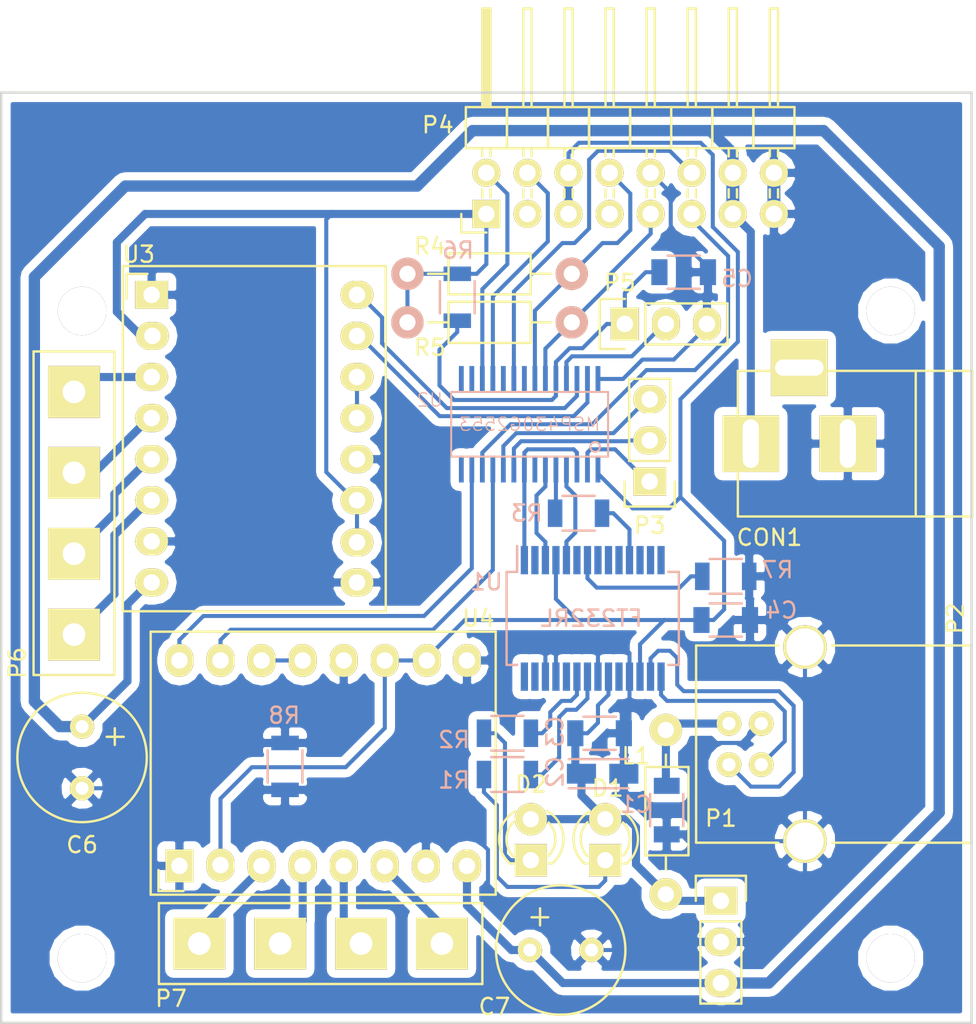
<source format=kicad_pcb>
(kicad_pcb (version 4) (host pcbnew "(2015-08-16 BZR 6097, Git b384c94)-product")

  (general
    (links 105)
    (no_connects 5)
    (area -0.075001 -57.575001 60.075001 0.075001)
    (thickness 1.6)
    (drawings 5)
    (tracks 398)
    (zones 0)
    (modules 34)
    (nets 62)
  )

  (page A4)
  (layers
    (0 F.Cu signal)
    (31 B.Cu signal)
    (32 B.Adhes user)
    (33 F.Adhes user)
    (34 B.Paste user)
    (35 F.Paste user)
    (36 B.SilkS user)
    (37 F.SilkS user)
    (38 B.Mask user)
    (39 F.Mask user)
    (40 Dwgs.User user)
    (41 Cmts.User user)
    (42 Eco1.User user)
    (43 Eco2.User user)
    (44 Edge.Cuts user)
    (45 Margin user)
    (46 B.CrtYd user)
    (47 F.CrtYd user)
    (48 B.Fab user)
    (49 F.Fab user)
  )

  (setup
    (last_trace_width 0.25)
    (trace_clearance 0.2)
    (zone_clearance 0.508)
    (zone_45_only no)
    (trace_min 0.2)
    (segment_width 0.2)
    (edge_width 0.15)
    (via_size 0.6)
    (via_drill 0.4)
    (via_min_size 0.4)
    (via_min_drill 0.3)
    (uvia_size 0.3)
    (uvia_drill 0.1)
    (uvias_allowed no)
    (uvia_min_size 0.2)
    (uvia_min_drill 0.1)
    (pcb_text_width 0.3)
    (pcb_text_size 1.5 1.5)
    (mod_edge_width 0.15)
    (mod_text_size 1 1)
    (mod_text_width 0.15)
    (pad_size 1.524 1.524)
    (pad_drill 0.762)
    (pad_to_mask_clearance 0.2)
    (aux_axis_origin 0 0)
    (visible_elements 7FFFFFFF)
    (pcbplotparams
      (layerselection 0x00030_80000001)
      (usegerberextensions false)
      (excludeedgelayer true)
      (linewidth 0.100000)
      (plotframeref false)
      (viasonmask false)
      (mode 1)
      (useauxorigin false)
      (hpglpennumber 1)
      (hpglpenspeed 20)
      (hpglpendiameter 15)
      (hpglpenoverlay 2)
      (psnegative false)
      (psa4output false)
      (plotreference true)
      (plotvalue true)
      (plotinvisibletext false)
      (padsonsilk false)
      (subtractmaskfromsilk false)
      (outputformat 1)
      (mirror false)
      (drillshape 1)
      (scaleselection 1)
      (outputdirectory ""))
  )

  (net 0 "")
  (net 1 "Net-(C1-Pad1)")
  (net 2 GND)
  (net 3 +5V)
  (net 4 +3V3)
  (net 5 "Net-(C5-Pad1)")
  (net 6 "Net-(D1-Pad1)")
  (net 7 "Net-(D2-Pad1)")
  (net 8 "Net-(P2-Pad2)")
  (net 9 "Net-(P2-Pad3)")
  (net 10 "Net-(P3-Pad1)")
  (net 11 "Net-(P3-Pad2)")
  (net 12 "Net-(P3-Pad3)")
  (net 13 /ZDIR)
  (net 14 /ZSTEP)
  (net 15 /SDA)
  (net 16 /SCL)
  (net 17 /LASER)
  (net 18 /ZHOME)
  (net 19 "Net-(P6-Pad1)")
  (net 20 "Net-(P6-Pad2)")
  (net 21 "Net-(P6-Pad3)")
  (net 22 "Net-(P6-Pad4)")
  (net 23 "Net-(P7-Pad1)")
  (net 24 "Net-(P7-Pad2)")
  (net 25 "Net-(P7-Pad3)")
  (net 26 "Net-(P7-Pad4)")
  (net 27 "Net-(R1-Pad1)")
  (net 28 "Net-(R2-Pad1)")
  (net 29 "Net-(R3-Pad1)")
  (net 30 "Net-(R3-Pad2)")
  (net 31 /TxD)
  (net 32 "Net-(U1-Pad2)")
  (net 33 "Net-(U1-Pad3)")
  (net 34 "Net-(U1-Pad5)")
  (net 35 "Net-(U1-Pad6)")
  (net 36 NC)
  (net 37 "Net-(U1-Pad9)")
  (net 38 "Net-(U1-Pad10)")
  (net 39 "Net-(U1-Pad12)")
  (net 40 "Net-(U1-Pad13)")
  (net 41 "Net-(U1-Pad14)")
  (net 42 "Net-(U1-Pad19)")
  (net 43 "Net-(U1-Pad24)")
  (net 44 "Net-(U1-Pad27)")
  (net 45 "Net-(U1-Pad28)")
  (net 46 "Net-(U2-Pad26)")
  (net 47 "Net-(U2-Pad27)")
  (net 48 "Net-(U2-Pad13)")
  (net 49 "Net-(U2-Pad14)")
  (net 50 "Net-(U2-Pad21)")
  (net 51 "Net-(U2-Pad11)")
  (net 52 "Net-(U2-Pad19)")
  (net 53 "Net-(U2-Pad16)")
  (net 54 "Net-(U2-Pad15)")
  (net 55 "Net-(U2-Pad7)")
  (net 56 "Net-(U3-Pad13)")
  (net 57 "Net-(U4-Pad13)")
  (net 58 +12V)
  (net 59 "Net-(P5-Pad2)")
  (net 60 "Net-(R7-Pad1)")
  (net 61 "Net-(CON1-Pad3)")

  (net_class Default "This is the default net class."
    (clearance 0.2)
    (trace_width 0.25)
    (via_dia 0.6)
    (via_drill 0.4)
    (uvia_dia 0.3)
    (uvia_drill 0.1)
    (add_net +12V)
    (add_net +3V3)
    (add_net +5V)
    (add_net /LASER)
    (add_net /SCL)
    (add_net /SDA)
    (add_net /TxD)
    (add_net /ZDIR)
    (add_net /ZHOME)
    (add_net /ZSTEP)
    (add_net GND)
    (add_net NC)
    (add_net "Net-(C1-Pad1)")
    (add_net "Net-(C5-Pad1)")
    (add_net "Net-(CON1-Pad3)")
    (add_net "Net-(D1-Pad1)")
    (add_net "Net-(D2-Pad1)")
    (add_net "Net-(P2-Pad2)")
    (add_net "Net-(P2-Pad3)")
    (add_net "Net-(P3-Pad1)")
    (add_net "Net-(P3-Pad2)")
    (add_net "Net-(P3-Pad3)")
    (add_net "Net-(P5-Pad2)")
    (add_net "Net-(P6-Pad1)")
    (add_net "Net-(P6-Pad2)")
    (add_net "Net-(P6-Pad3)")
    (add_net "Net-(P6-Pad4)")
    (add_net "Net-(P7-Pad1)")
    (add_net "Net-(P7-Pad2)")
    (add_net "Net-(P7-Pad3)")
    (add_net "Net-(P7-Pad4)")
    (add_net "Net-(R1-Pad1)")
    (add_net "Net-(R2-Pad1)")
    (add_net "Net-(R3-Pad1)")
    (add_net "Net-(R3-Pad2)")
    (add_net "Net-(R7-Pad1)")
    (add_net "Net-(U1-Pad10)")
    (add_net "Net-(U1-Pad12)")
    (add_net "Net-(U1-Pad13)")
    (add_net "Net-(U1-Pad14)")
    (add_net "Net-(U1-Pad19)")
    (add_net "Net-(U1-Pad2)")
    (add_net "Net-(U1-Pad24)")
    (add_net "Net-(U1-Pad27)")
    (add_net "Net-(U1-Pad28)")
    (add_net "Net-(U1-Pad3)")
    (add_net "Net-(U1-Pad5)")
    (add_net "Net-(U1-Pad6)")
    (add_net "Net-(U1-Pad9)")
    (add_net "Net-(U2-Pad11)")
    (add_net "Net-(U2-Pad13)")
    (add_net "Net-(U2-Pad14)")
    (add_net "Net-(U2-Pad15)")
    (add_net "Net-(U2-Pad16)")
    (add_net "Net-(U2-Pad19)")
    (add_net "Net-(U2-Pad21)")
    (add_net "Net-(U2-Pad26)")
    (add_net "Net-(U2-Pad27)")
    (add_net "Net-(U2-Pad7)")
    (add_net "Net-(U3-Pad13)")
    (add_net "Net-(U4-Pad13)")
  )

  (module Engineering_Conn:CONN_PWR_4P (layer F.Cu) (tedit 55F1A745) (tstamp 55F1A9BF)
    (at 4.5 -31.5 270)
    (path /55EE47AA)
    (fp_text reference P6 (at 9.25 3.5 270) (layer F.SilkS)
      (effects (font (size 1 1) (thickness 0.15)))
    )
    (fp_text value XAXIS (at 5.75 3.5 450) (layer F.Fab)
      (effects (font (size 1 1) (thickness 0.15)))
    )
    (fp_line (start 10 2.5) (end -10 2.5) (layer F.SilkS) (width 0.15))
    (fp_line (start 10 -2.5) (end 10 2.5) (layer F.SilkS) (width 0.15))
    (fp_line (start -10 -2.5) (end 10 -2.5) (layer F.SilkS) (width 0.15))
    (fp_line (start -10 2.5) (end -10 -2.5) (layer F.SilkS) (width 0.15))
    (pad 1 thru_hole rect (at -7.5 0 270) (size 3.2 3.2) (drill 1.4) (layers *.Cu *.Mask F.SilkS)
      (net 19 "Net-(P6-Pad1)"))
    (pad 2 thru_hole rect (at -2.5 0 270) (size 3.2 3.2) (drill 1.4) (layers *.Cu *.Mask F.SilkS)
      (net 20 "Net-(P6-Pad2)"))
    (pad 3 thru_hole rect (at 2.5 0 270) (size 3.2 3.2) (drill 1.4) (layers *.Cu *.Mask F.SilkS)
      (net 21 "Net-(P6-Pad3)"))
    (pad 4 thru_hole rect (at 7.5 0 270) (size 3.2 3.2) (drill 1.4) (layers *.Cu *.Mask F.SilkS)
      (net 22 "Net-(P6-Pad4)"))
  )

  (module Pin_Headers:Pin_Header_Straight_1x03 (layer F.Cu) (tedit 0) (tstamp 55F07D17)
    (at 38.56 -43.2 90)
    (descr "Through hole pin header")
    (tags "pin header")
    (path /55EE9CA2)
    (fp_text reference P5 (at 2.55 -0.31 180) (layer F.SilkS)
      (effects (font (size 1 1) (thickness 0.15)))
    )
    (fp_text value PGM (at 0 -3.1 90) (layer F.Fab)
      (effects (font (size 1 1) (thickness 0.15)))
    )
    (fp_line (start -1.75 -1.75) (end -1.75 6.85) (layer F.CrtYd) (width 0.05))
    (fp_line (start 1.75 -1.75) (end 1.75 6.85) (layer F.CrtYd) (width 0.05))
    (fp_line (start -1.75 -1.75) (end 1.75 -1.75) (layer F.CrtYd) (width 0.05))
    (fp_line (start -1.75 6.85) (end 1.75 6.85) (layer F.CrtYd) (width 0.05))
    (fp_line (start -1.27 1.27) (end -1.27 6.35) (layer F.SilkS) (width 0.15))
    (fp_line (start -1.27 6.35) (end 1.27 6.35) (layer F.SilkS) (width 0.15))
    (fp_line (start 1.27 6.35) (end 1.27 1.27) (layer F.SilkS) (width 0.15))
    (fp_line (start 1.55 -1.55) (end 1.55 0) (layer F.SilkS) (width 0.15))
    (fp_line (start 1.27 1.27) (end -1.27 1.27) (layer F.SilkS) (width 0.15))
    (fp_line (start -1.55 0) (end -1.55 -1.55) (layer F.SilkS) (width 0.15))
    (fp_line (start -1.55 -1.55) (end 1.55 -1.55) (layer F.SilkS) (width 0.15))
    (pad 1 thru_hole rect (at 0 0 90) (size 2.032 1.7272) (drill 1.016) (layers *.Cu *.Mask F.SilkS)
      (net 5 "Net-(C5-Pad1)"))
    (pad 2 thru_hole oval (at 0 2.54 90) (size 2.032 1.7272) (drill 1.016) (layers *.Cu *.Mask F.SilkS)
      (net 59 "Net-(P5-Pad2)"))
    (pad 3 thru_hole oval (at 0 5.08 90) (size 2.032 1.7272) (drill 1.016) (layers *.Cu *.Mask F.SilkS)
      (net 2 GND))
    (model Pin_Headers.3dshapes/Pin_Header_Straight_1x03.wrl
      (at (xyz 0 -0.1 0))
      (scale (xyz 1 1 1))
      (rotate (xyz 0 0 90))
    )
  )

  (module Resistors_SMD:R_1206 (layer B.Cu) (tedit 5415CFA7) (tstamp 55F07D39)
    (at 35.7 -31.5)
    (descr "Resistor SMD 1206, reflow soldering, Vishay (see dcrcw.pdf)")
    (tags "resistor 1206")
    (path /55EF4E63)
    (attr smd)
    (fp_text reference R3 (at -3.2 0) (layer B.SilkS)
      (effects (font (size 1 1) (thickness 0.15)) (justify mirror))
    )
    (fp_text value 0R (at 0.05 0 90) (layer B.Fab)
      (effects (font (size 1 1) (thickness 0.15)) (justify mirror))
    )
    (fp_line (start -2.2 1.2) (end 2.2 1.2) (layer B.CrtYd) (width 0.05))
    (fp_line (start -2.2 -1.2) (end 2.2 -1.2) (layer B.CrtYd) (width 0.05))
    (fp_line (start -2.2 1.2) (end -2.2 -1.2) (layer B.CrtYd) (width 0.05))
    (fp_line (start 2.2 1.2) (end 2.2 -1.2) (layer B.CrtYd) (width 0.05))
    (fp_line (start 1 -1.075) (end -1 -1.075) (layer B.SilkS) (width 0.15))
    (fp_line (start -1 1.075) (end 1 1.075) (layer B.SilkS) (width 0.15))
    (pad 1 smd rect (at -1.45 0) (size 0.9 1.7) (layers B.Cu B.Paste B.Mask)
      (net 29 "Net-(R3-Pad1)"))
    (pad 2 smd rect (at 1.45 0) (size 0.9 1.7) (layers B.Cu B.Paste B.Mask)
      (net 30 "Net-(R3-Pad2)"))
    (model Resistors_SMD.3dshapes/R_1206.wrl
      (at (xyz 0 0 0))
      (scale (xyz 1 1 1))
      (rotate (xyz 0 0 0))
    )
  )

  (module Capacitors_SMD:C_1206 (layer B.Cu) (tedit 5415D7BD) (tstamp 55F07CC6)
    (at 41.15 -13.15 270)
    (descr "Capacitor SMD 1206, reflow soldering, AVX (see smccp.pdf)")
    (tags "capacitor 1206")
    (path /55EE5AD3)
    (attr smd)
    (fp_text reference C1 (at -0.35 1.9 360) (layer B.SilkS)
      (effects (font (size 1 1) (thickness 0.15)) (justify mirror))
    )
    (fp_text value 100nF (at 0 -0.85 360) (layer B.Fab)
      (effects (font (size 1 1) (thickness 0.15)) (justify mirror))
    )
    (fp_line (start -2.3 1.15) (end 2.3 1.15) (layer B.CrtYd) (width 0.05))
    (fp_line (start -2.3 -1.15) (end 2.3 -1.15) (layer B.CrtYd) (width 0.05))
    (fp_line (start -2.3 1.15) (end -2.3 -1.15) (layer B.CrtYd) (width 0.05))
    (fp_line (start 2.3 1.15) (end 2.3 -1.15) (layer B.CrtYd) (width 0.05))
    (fp_line (start 1 1.025) (end -1 1.025) (layer B.SilkS) (width 0.15))
    (fp_line (start -1 -1.025) (end 1 -1.025) (layer B.SilkS) (width 0.15))
    (pad 1 smd rect (at -1.5 0 270) (size 1 1.6) (layers B.Cu B.Paste B.Mask)
      (net 1 "Net-(C1-Pad1)"))
    (pad 2 smd rect (at 1.5 0 270) (size 1 1.6) (layers B.Cu B.Paste B.Mask)
      (net 2 GND))
    (model Capacitors_SMD.3dshapes/C_1206.wrl
      (at (xyz 0 0 0))
      (scale (xyz 1 1 1))
      (rotate (xyz 0 0 0))
    )
  )

  (module Capacitors_SMD:C_1206 (layer B.Cu) (tedit 5415D7BD) (tstamp 55F07CCC)
    (at 37 -17.9)
    (descr "Capacitor SMD 1206, reflow soldering, AVX (see smccp.pdf)")
    (tags "capacitor 1206")
    (path /55EE6F7A)
    (attr smd)
    (fp_text reference C3 (at -2.75 -0.1 90) (layer B.SilkS)
      (effects (font (size 1 1) (thickness 0.15)) (justify mirror))
    )
    (fp_text value 100nF (at 0 -1.6) (layer B.Fab)
      (effects (font (size 1 1) (thickness 0.15)) (justify mirror))
    )
    (fp_line (start -2.3 1.15) (end 2.3 1.15) (layer B.CrtYd) (width 0.05))
    (fp_line (start -2.3 -1.15) (end 2.3 -1.15) (layer B.CrtYd) (width 0.05))
    (fp_line (start -2.3 1.15) (end -2.3 -1.15) (layer B.CrtYd) (width 0.05))
    (fp_line (start 2.3 1.15) (end 2.3 -1.15) (layer B.CrtYd) (width 0.05))
    (fp_line (start 1 1.025) (end -1 1.025) (layer B.SilkS) (width 0.15))
    (fp_line (start -1 -1.025) (end 1 -1.025) (layer B.SilkS) (width 0.15))
    (pad 1 smd rect (at -1.5 0) (size 1 1.6) (layers B.Cu B.Paste B.Mask)
      (net 3 +5V))
    (pad 2 smd rect (at 1.5 0) (size 1 1.6) (layers B.Cu B.Paste B.Mask)
      (net 2 GND))
    (model Capacitors_SMD.3dshapes/C_1206.wrl
      (at (xyz 0 0 0))
      (scale (xyz 1 1 1))
      (rotate (xyz 0 0 0))
    )
  )

  (module Capacitors_SMD:C_1206 (layer B.Cu) (tedit 5415D7BD) (tstamp 55F07CD2)
    (at 44.8 -24.9)
    (descr "Capacitor SMD 1206, reflow soldering, AVX (see smccp.pdf)")
    (tags "capacitor 1206")
    (path /55EDF5E0)
    (attr smd)
    (fp_text reference C4 (at 3.45 -0.6) (layer B.SilkS)
      (effects (font (size 1 1) (thickness 0.15)) (justify mirror))
    )
    (fp_text value 100nF (at 0 0.9 90) (layer B.Fab)
      (effects (font (size 1 1) (thickness 0.15)) (justify mirror))
    )
    (fp_line (start -2.3 1.15) (end 2.3 1.15) (layer B.CrtYd) (width 0.05))
    (fp_line (start -2.3 -1.15) (end 2.3 -1.15) (layer B.CrtYd) (width 0.05))
    (fp_line (start -2.3 1.15) (end -2.3 -1.15) (layer B.CrtYd) (width 0.05))
    (fp_line (start 2.3 1.15) (end 2.3 -1.15) (layer B.CrtYd) (width 0.05))
    (fp_line (start 1 1.025) (end -1 1.025) (layer B.SilkS) (width 0.15))
    (fp_line (start -1 -1.025) (end 1 -1.025) (layer B.SilkS) (width 0.15))
    (pad 1 smd rect (at -1.5 0) (size 1 1.6) (layers B.Cu B.Paste B.Mask)
      (net 4 +3V3))
    (pad 2 smd rect (at 1.5 0) (size 1 1.6) (layers B.Cu B.Paste B.Mask)
      (net 2 GND))
    (model Capacitors_SMD.3dshapes/C_1206.wrl
      (at (xyz 0 0 0))
      (scale (xyz 1 1 1))
      (rotate (xyz 0 0 0))
    )
  )

  (module Capacitors_SMD:C_1206 (layer B.Cu) (tedit 5415D7BD) (tstamp 55F07CD8)
    (at 42.2 -46.4)
    (descr "Capacitor SMD 1206, reflow soldering, AVX (see smccp.pdf)")
    (tags "capacitor 1206")
    (path /55EE0DDD)
    (attr smd)
    (fp_text reference C5 (at 3.3 0.4) (layer B.SilkS)
      (effects (font (size 1 1) (thickness 0.15)) (justify mirror))
    )
    (fp_text value 1nF (at 0 -0.1 90) (layer B.Fab)
      (effects (font (size 1 1) (thickness 0.15)) (justify mirror))
    )
    (fp_line (start -2.3 1.15) (end 2.3 1.15) (layer B.CrtYd) (width 0.05))
    (fp_line (start -2.3 -1.15) (end 2.3 -1.15) (layer B.CrtYd) (width 0.05))
    (fp_line (start -2.3 1.15) (end -2.3 -1.15) (layer B.CrtYd) (width 0.05))
    (fp_line (start 2.3 1.15) (end 2.3 -1.15) (layer B.CrtYd) (width 0.05))
    (fp_line (start 1 1.025) (end -1 1.025) (layer B.SilkS) (width 0.15))
    (fp_line (start -1 -1.025) (end 1 -1.025) (layer B.SilkS) (width 0.15))
    (pad 1 smd rect (at -1.5 0) (size 1 1.6) (layers B.Cu B.Paste B.Mask)
      (net 5 "Net-(C5-Pad1)"))
    (pad 2 smd rect (at 1.5 0) (size 1 1.6) (layers B.Cu B.Paste B.Mask)
      (net 2 GND))
    (model Capacitors_SMD.3dshapes/C_1206.wrl
      (at (xyz 0 0 0))
      (scale (xyz 1 1 1))
      (rotate (xyz 0 0 0))
    )
  )

  (module LEDs:LED-3MM (layer F.Cu) (tedit 55F1B7A0) (tstamp 55F07CDE)
    (at 37.35 -10.05 90)
    (descr "LED 3mm round vertical")
    (tags "LED  3mm round vertical")
    (path /55EE12F8)
    (fp_text reference D1 (at 4.45 0.15 180) (layer F.SilkS)
      (effects (font (size 1 1) (thickness 0.15)))
    )
    (fp_text value LED (at -2.05 0.15 180) (layer F.Fab) hide
      (effects (font (size 1 1) (thickness 0.15)))
    )
    (fp_line (start -1.2 2.3) (end 3.8 2.3) (layer F.CrtYd) (width 0.05))
    (fp_line (start 3.8 2.3) (end 3.8 -2.2) (layer F.CrtYd) (width 0.05))
    (fp_line (start 3.8 -2.2) (end -1.2 -2.2) (layer F.CrtYd) (width 0.05))
    (fp_line (start -1.2 -2.2) (end -1.2 2.3) (layer F.CrtYd) (width 0.05))
    (fp_line (start -0.199 1.314) (end -0.199 1.114) (layer F.SilkS) (width 0.15))
    (fp_line (start -0.199 -1.28) (end -0.199 -1.1) (layer F.SilkS) (width 0.15))
    (fp_arc (start 1.301 0.034) (end -0.199 -1.286) (angle 108.5) (layer F.SilkS) (width 0.15))
    (fp_arc (start 1.301 0.034) (end 0.25 -1.1) (angle 85.7) (layer F.SilkS) (width 0.15))
    (fp_arc (start 1.311 0.034) (end 3.051 0.994) (angle 110) (layer F.SilkS) (width 0.15))
    (fp_arc (start 1.301 0.034) (end 2.335 1.094) (angle 87.5) (layer F.SilkS) (width 0.15))
    (fp_text user K (at -4.05 3.65 90) (layer F.SilkS) hide
      (effects (font (size 1 1) (thickness 0.15)))
    )
    (pad 1 thru_hole rect (at 0 0 180) (size 2 2) (drill 1.00076) (layers *.Cu *.Mask F.SilkS)
      (net 6 "Net-(D1-Pad1)"))
    (pad 2 thru_hole circle (at 2.54 0 90) (size 2 2) (drill 1.00076) (layers *.Cu *.Mask F.SilkS)
      (net 3 +5V))
    (model LEDs.3dshapes/LED-3MM.wrl
      (at (xyz 0.05 0 0))
      (scale (xyz 1 1 1))
      (rotate (xyz 0 0 90))
    )
  )

  (module LEDs:LED-3MM (layer F.Cu) (tedit 55F1B79C) (tstamp 55F07CE4)
    (at 32.75 -10.05 90)
    (descr "LED 3mm round vertical")
    (tags "LED  3mm round vertical")
    (path /55EE1340)
    (fp_text reference D2 (at 4.7 0 180) (layer F.SilkS)
      (effects (font (size 1 1) (thickness 0.15)))
    )
    (fp_text value LED (at -2.05 -0.25 180) (layer F.Fab) hide
      (effects (font (size 1 1) (thickness 0.15)))
    )
    (fp_line (start -1.2 2.3) (end 3.8 2.3) (layer F.CrtYd) (width 0.05))
    (fp_line (start 3.8 2.3) (end 3.8 -2.2) (layer F.CrtYd) (width 0.05))
    (fp_line (start 3.8 -2.2) (end -1.2 -2.2) (layer F.CrtYd) (width 0.05))
    (fp_line (start -1.2 -2.2) (end -1.2 2.3) (layer F.CrtYd) (width 0.05))
    (fp_line (start -0.199 1.314) (end -0.199 1.114) (layer F.SilkS) (width 0.15))
    (fp_line (start -0.199 -1.28) (end -0.199 -1.1) (layer F.SilkS) (width 0.15))
    (fp_arc (start 1.301 0.034) (end -0.199 -1.286) (angle 108.5) (layer F.SilkS) (width 0.15))
    (fp_arc (start 1.301 0.034) (end 0.25 -1.1) (angle 85.7) (layer F.SilkS) (width 0.15))
    (fp_arc (start 1.311 0.034) (end 3.051 0.994) (angle 110) (layer F.SilkS) (width 0.15))
    (fp_arc (start 1.301 0.034) (end 2.335 1.094) (angle 87.5) (layer F.SilkS) (width 0.15))
    (fp_text user K (at -4.05 7 90) (layer F.SilkS) hide
      (effects (font (size 1 1) (thickness 0.15)))
    )
    (pad 1 thru_hole rect (at 0 0 180) (size 2 2) (drill 1.00076) (layers *.Cu *.Mask F.SilkS)
      (net 7 "Net-(D2-Pad1)"))
    (pad 2 thru_hole circle (at 2.54 0 90) (size 2 2) (drill 1.00076) (layers *.Cu *.Mask F.SilkS)
      (net 3 +5V))
    (model LEDs.3dshapes/LED-3MM.wrl
      (at (xyz 0.05 0 0))
      (scale (xyz 1 1 1))
      (rotate (xyz 0 0 90))
    )
  )

  (module Pin_Headers:Pin_Header_Straight_1x03 (layer F.Cu) (tedit 0) (tstamp 55F07CEB)
    (at 44.5 -7.54)
    (descr "Through hole pin header")
    (tags "pin header")
    (path /55EEDAC2)
    (fp_text reference P1 (at 0 -5.1) (layer F.SilkS)
      (effects (font (size 1 1) (thickness 0.15)))
    )
    (fp_text value SWPOWER (at 2.5 2.54 90) (layer F.Fab)
      (effects (font (size 1 1) (thickness 0.15)))
    )
    (fp_line (start -1.75 -1.75) (end -1.75 6.85) (layer F.CrtYd) (width 0.05))
    (fp_line (start 1.75 -1.75) (end 1.75 6.85) (layer F.CrtYd) (width 0.05))
    (fp_line (start -1.75 -1.75) (end 1.75 -1.75) (layer F.CrtYd) (width 0.05))
    (fp_line (start -1.75 6.85) (end 1.75 6.85) (layer F.CrtYd) (width 0.05))
    (fp_line (start -1.27 1.27) (end -1.27 6.35) (layer F.SilkS) (width 0.15))
    (fp_line (start -1.27 6.35) (end 1.27 6.35) (layer F.SilkS) (width 0.15))
    (fp_line (start 1.27 6.35) (end 1.27 1.27) (layer F.SilkS) (width 0.15))
    (fp_line (start 1.55 -1.55) (end 1.55 0) (layer F.SilkS) (width 0.15))
    (fp_line (start 1.27 1.27) (end -1.27 1.27) (layer F.SilkS) (width 0.15))
    (fp_line (start -1.55 0) (end -1.55 -1.55) (layer F.SilkS) (width 0.15))
    (fp_line (start -1.55 -1.55) (end 1.55 -1.55) (layer F.SilkS) (width 0.15))
    (pad 1 thru_hole rect (at 0 0) (size 2.032 1.7272) (drill 1.016) (layers *.Cu *.Mask F.SilkS)
      (net 3 +5V))
    (pad 2 thru_hole oval (at 0 2.54) (size 2.032 1.7272) (drill 1.016) (layers *.Cu *.Mask F.SilkS)
      (net 2 GND))
    (pad 3 thru_hole oval (at 0 5.08) (size 2.032 1.7272) (drill 1.016) (layers *.Cu *.Mask F.SilkS)
      (net 58 +12V))
    (model Pin_Headers.3dshapes/Pin_Header_Straight_1x03.wrl
      (at (xyz 0 -0.1 0))
      (scale (xyz 1 1 1))
      (rotate (xyz 0 0 90))
    )
  )

  (module Connect:USB_B (layer F.Cu) (tedit 55B36073) (tstamp 55F07CF5)
    (at 45.00102 -18.5)
    (descr "USB B connector")
    (tags "USB_B USB_DEV")
    (path /55EF10C8)
    (fp_text reference P2 (at 13.99898 -6.5 90) (layer F.SilkS)
      (effects (font (size 1 1) (thickness 0.15)))
    )
    (fp_text value USB_B (at 8.99898 1.27 90) (layer F.Fab)
      (effects (font (size 1 1) (thickness 0.15)))
    )
    (fp_line (start 15.25 8.9) (end -2.3 8.9) (layer F.CrtYd) (width 0.05))
    (fp_line (start -2.3 8.9) (end -2.3 -6.35) (layer F.CrtYd) (width 0.05))
    (fp_line (start -2.3 -6.35) (end 15.25 -6.35) (layer F.CrtYd) (width 0.05))
    (fp_line (start 15.25 -6.35) (end 15.25 8.9) (layer F.CrtYd) (width 0.05))
    (fp_line (start 6.35 7.366) (end 14.986 7.366) (layer F.SilkS) (width 0.15))
    (fp_line (start -2.032 7.366) (end 3.048 7.366) (layer F.SilkS) (width 0.15))
    (fp_line (start 6.35 -4.826) (end 14.986 -4.826) (layer F.SilkS) (width 0.15))
    (fp_line (start -2.032 -4.826) (end 3.048 -4.826) (layer F.SilkS) (width 0.15))
    (fp_line (start 14.986 -4.826) (end 14.986 7.366) (layer F.SilkS) (width 0.15))
    (fp_line (start -2.032 7.366) (end -2.032 -4.826) (layer F.SilkS) (width 0.15))
    (pad 2 thru_hole circle (at 0 2.54 270) (size 1.524 1.524) (drill 0.8128) (layers *.Cu *.Mask F.SilkS)
      (net 8 "Net-(P2-Pad2)"))
    (pad 1 thru_hole circle (at 0 0 270) (size 1.524 1.524) (drill 0.8128) (layers *.Cu *.Mask F.SilkS)
      (net 1 "Net-(C1-Pad1)"))
    (pad 4 thru_hole circle (at 1.99898 0 270) (size 1.524 1.524) (drill 0.8128) (layers *.Cu *.Mask F.SilkS)
      (net 2 GND))
    (pad 3 thru_hole circle (at 1.99898 2.54 270) (size 1.524 1.524) (drill 0.8128) (layers *.Cu *.Mask F.SilkS)
      (net 9 "Net-(P2-Pad3)"))
    (pad 5 thru_hole circle (at 4.699 7.26948 270) (size 2.70002 2.70002) (drill 2.30124) (layers *.Cu *.Mask F.SilkS)
      (net 2 GND))
    (pad 5 thru_hole circle (at 4.699 -4.72948 270) (size 2.70002 2.70002) (drill 2.30124) (layers *.Cu *.Mask F.SilkS)
      (net 2 GND))
    (model Connect.3dshapes/USB_B.wrl
      (at (xyz 0.05 -0.185 0.001))
      (scale (xyz 0.3937 0.3937 0.3937))
      (rotate (xyz 0 0 0))
    )
  )

  (module Pin_Headers:Pin_Header_Straight_1x03 (layer F.Cu) (tedit 0) (tstamp 55F07CFC)
    (at 40.1 -33.46 180)
    (descr "Through hole pin header")
    (tags "pin header")
    (path /55EEAD17)
    (fp_text reference P3 (at 0 -2.71 180) (layer F.SilkS)
      (effects (font (size 1 1) (thickness 0.15)))
    )
    (fp_text value CONN_01X03 (at -2.9 2.54 270) (layer F.Fab)
      (effects (font (size 1 1) (thickness 0.15)))
    )
    (fp_line (start -1.75 -1.75) (end -1.75 6.85) (layer F.CrtYd) (width 0.05))
    (fp_line (start 1.75 -1.75) (end 1.75 6.85) (layer F.CrtYd) (width 0.05))
    (fp_line (start -1.75 -1.75) (end 1.75 -1.75) (layer F.CrtYd) (width 0.05))
    (fp_line (start -1.75 6.85) (end 1.75 6.85) (layer F.CrtYd) (width 0.05))
    (fp_line (start -1.27 1.27) (end -1.27 6.35) (layer F.SilkS) (width 0.15))
    (fp_line (start -1.27 6.35) (end 1.27 6.35) (layer F.SilkS) (width 0.15))
    (fp_line (start 1.27 6.35) (end 1.27 1.27) (layer F.SilkS) (width 0.15))
    (fp_line (start 1.55 -1.55) (end 1.55 0) (layer F.SilkS) (width 0.15))
    (fp_line (start 1.27 1.27) (end -1.27 1.27) (layer F.SilkS) (width 0.15))
    (fp_line (start -1.55 0) (end -1.55 -1.55) (layer F.SilkS) (width 0.15))
    (fp_line (start -1.55 -1.55) (end 1.55 -1.55) (layer F.SilkS) (width 0.15))
    (pad 1 thru_hole rect (at 0 0 180) (size 2.032 1.7272) (drill 1.016) (layers *.Cu *.Mask F.SilkS)
      (net 10 "Net-(P3-Pad1)"))
    (pad 2 thru_hole oval (at 0 2.54 180) (size 2.032 1.7272) (drill 1.016) (layers *.Cu *.Mask F.SilkS)
      (net 11 "Net-(P3-Pad2)"))
    (pad 3 thru_hole oval (at 0 5.08 180) (size 2.032 1.7272) (drill 1.016) (layers *.Cu *.Mask F.SilkS)
      (net 12 "Net-(P3-Pad3)"))
    (model Pin_Headers.3dshapes/Pin_Header_Straight_1x03.wrl
      (at (xyz 0 -0.1 0))
      (scale (xyz 1 1 1))
      (rotate (xyz 0 0 90))
    )
  )

  (module Pin_Headers:Pin_Header_Angled_2x08 (layer F.Cu) (tedit 0) (tstamp 55F07D10)
    (at 30 -50 90)
    (descr "Through hole pin header")
    (tags "pin header")
    (path /55EDEC5F)
    (fp_text reference P4 (at 5.5 -3 180) (layer F.SilkS)
      (effects (font (size 1 1) (thickness 0.15)))
    )
    (fp_text value CONN_02X08 (at 5 -6.5 180) (layer F.Fab)
      (effects (font (size 1 1) (thickness 0.15)))
    )
    (fp_line (start -1.35 -1.75) (end -1.35 19.55) (layer F.CrtYd) (width 0.05))
    (fp_line (start 13.2 -1.75) (end 13.2 19.55) (layer F.CrtYd) (width 0.05))
    (fp_line (start -1.35 -1.75) (end 13.2 -1.75) (layer F.CrtYd) (width 0.05))
    (fp_line (start -1.35 19.55) (end 13.2 19.55) (layer F.CrtYd) (width 0.05))
    (fp_line (start 1.524 18.034) (end 1.016 18.034) (layer F.SilkS) (width 0.15))
    (fp_line (start 1.524 17.526) (end 1.016 17.526) (layer F.SilkS) (width 0.15))
    (fp_line (start 1.524 12.446) (end 1.016 12.446) (layer F.SilkS) (width 0.15))
    (fp_line (start 1.524 12.954) (end 1.016 12.954) (layer F.SilkS) (width 0.15))
    (fp_line (start 1.524 14.986) (end 1.016 14.986) (layer F.SilkS) (width 0.15))
    (fp_line (start 1.524 15.494) (end 1.016 15.494) (layer F.SilkS) (width 0.15))
    (fp_line (start 1.524 10.414) (end 1.016 10.414) (layer F.SilkS) (width 0.15))
    (fp_line (start 1.524 9.906) (end 1.016 9.906) (layer F.SilkS) (width 0.15))
    (fp_line (start 1.524 7.874) (end 1.016 7.874) (layer F.SilkS) (width 0.15))
    (fp_line (start 1.524 7.366) (end 1.016 7.366) (layer F.SilkS) (width 0.15))
    (fp_line (start 1.524 -0.254) (end 1.016 -0.254) (layer F.SilkS) (width 0.15))
    (fp_line (start 1.524 0.254) (end 1.016 0.254) (layer F.SilkS) (width 0.15))
    (fp_line (start 1.524 5.334) (end 1.016 5.334) (layer F.SilkS) (width 0.15))
    (fp_line (start 1.524 4.826) (end 1.016 4.826) (layer F.SilkS) (width 0.15))
    (fp_line (start 1.524 2.794) (end 1.016 2.794) (layer F.SilkS) (width 0.15))
    (fp_line (start 1.524 2.286) (end 1.016 2.286) (layer F.SilkS) (width 0.15))
    (fp_line (start 4.064 14.986) (end 3.556 14.986) (layer F.SilkS) (width 0.15))
    (fp_line (start 4.064 15.494) (end 3.556 15.494) (layer F.SilkS) (width 0.15))
    (fp_line (start 4.064 17.526) (end 3.556 17.526) (layer F.SilkS) (width 0.15))
    (fp_line (start 4.064 18.034) (end 3.556 18.034) (layer F.SilkS) (width 0.15))
    (fp_line (start 4.064 12.954) (end 3.556 12.954) (layer F.SilkS) (width 0.15))
    (fp_line (start 4.064 12.446) (end 3.556 12.446) (layer F.SilkS) (width 0.15))
    (fp_line (start 4.064 10.414) (end 3.556 10.414) (layer F.SilkS) (width 0.15))
    (fp_line (start 4.064 9.906) (end 3.556 9.906) (layer F.SilkS) (width 0.15))
    (fp_line (start 4.064 -0.254) (end 3.556 -0.254) (layer F.SilkS) (width 0.15))
    (fp_line (start 4.064 0.254) (end 3.556 0.254) (layer F.SilkS) (width 0.15))
    (fp_line (start 4.064 2.286) (end 3.556 2.286) (layer F.SilkS) (width 0.15))
    (fp_line (start 4.064 2.794) (end 3.556 2.794) (layer F.SilkS) (width 0.15))
    (fp_line (start 4.064 7.874) (end 3.556 7.874) (layer F.SilkS) (width 0.15))
    (fp_line (start 4.064 7.366) (end 3.556 7.366) (layer F.SilkS) (width 0.15))
    (fp_line (start 4.064 5.334) (end 3.556 5.334) (layer F.SilkS) (width 0.15))
    (fp_line (start 4.064 4.826) (end 3.556 4.826) (layer F.SilkS) (width 0.15))
    (fp_line (start 0 -1.55) (end -1.15 -1.55) (layer F.SilkS) (width 0.15))
    (fp_line (start -1.15 -1.55) (end -1.15 0) (layer F.SilkS) (width 0.15))
    (fp_line (start 6.604 -0.127) (end 12.573 -0.127) (layer F.SilkS) (width 0.15))
    (fp_line (start 12.573 -0.127) (end 12.573 0.127) (layer F.SilkS) (width 0.15))
    (fp_line (start 12.573 0.127) (end 6.731 0.127) (layer F.SilkS) (width 0.15))
    (fp_line (start 6.731 0.127) (end 6.731 0) (layer F.SilkS) (width 0.15))
    (fp_line (start 6.731 0) (end 12.573 0) (layer F.SilkS) (width 0.15))
    (fp_line (start 4.064 8.89) (end 6.604 8.89) (layer F.SilkS) (width 0.15))
    (fp_line (start 4.064 8.89) (end 4.064 11.43) (layer F.SilkS) (width 0.15))
    (fp_line (start 4.064 11.43) (end 6.604 11.43) (layer F.SilkS) (width 0.15))
    (fp_line (start 6.604 9.906) (end 12.7 9.906) (layer F.SilkS) (width 0.15))
    (fp_line (start 12.7 9.906) (end 12.7 10.414) (layer F.SilkS) (width 0.15))
    (fp_line (start 12.7 10.414) (end 6.604 10.414) (layer F.SilkS) (width 0.15))
    (fp_line (start 6.604 11.43) (end 6.604 8.89) (layer F.SilkS) (width 0.15))
    (fp_line (start 6.604 13.97) (end 6.604 11.43) (layer F.SilkS) (width 0.15))
    (fp_line (start 12.7 12.954) (end 6.604 12.954) (layer F.SilkS) (width 0.15))
    (fp_line (start 12.7 12.446) (end 12.7 12.954) (layer F.SilkS) (width 0.15))
    (fp_line (start 6.604 12.446) (end 12.7 12.446) (layer F.SilkS) (width 0.15))
    (fp_line (start 4.064 13.97) (end 6.604 13.97) (layer F.SilkS) (width 0.15))
    (fp_line (start 4.064 11.43) (end 4.064 13.97) (layer F.SilkS) (width 0.15))
    (fp_line (start 4.064 11.43) (end 6.604 11.43) (layer F.SilkS) (width 0.15))
    (fp_line (start 4.064 16.51) (end 6.604 16.51) (layer F.SilkS) (width 0.15))
    (fp_line (start 4.064 16.51) (end 4.064 19.05) (layer F.SilkS) (width 0.15))
    (fp_line (start 4.064 19.05) (end 6.604 19.05) (layer F.SilkS) (width 0.15))
    (fp_line (start 6.604 17.526) (end 12.7 17.526) (layer F.SilkS) (width 0.15))
    (fp_line (start 12.7 17.526) (end 12.7 18.034) (layer F.SilkS) (width 0.15))
    (fp_line (start 12.7 18.034) (end 6.604 18.034) (layer F.SilkS) (width 0.15))
    (fp_line (start 6.604 19.05) (end 6.604 16.51) (layer F.SilkS) (width 0.15))
    (fp_line (start 6.604 16.51) (end 6.604 13.97) (layer F.SilkS) (width 0.15))
    (fp_line (start 12.7 15.494) (end 6.604 15.494) (layer F.SilkS) (width 0.15))
    (fp_line (start 12.7 14.986) (end 12.7 15.494) (layer F.SilkS) (width 0.15))
    (fp_line (start 6.604 14.986) (end 12.7 14.986) (layer F.SilkS) (width 0.15))
    (fp_line (start 4.064 16.51) (end 6.604 16.51) (layer F.SilkS) (width 0.15))
    (fp_line (start 4.064 13.97) (end 4.064 16.51) (layer F.SilkS) (width 0.15))
    (fp_line (start 4.064 13.97) (end 6.604 13.97) (layer F.SilkS) (width 0.15))
    (fp_line (start 4.064 3.81) (end 6.604 3.81) (layer F.SilkS) (width 0.15))
    (fp_line (start 4.064 3.81) (end 4.064 6.35) (layer F.SilkS) (width 0.15))
    (fp_line (start 4.064 6.35) (end 6.604 6.35) (layer F.SilkS) (width 0.15))
    (fp_line (start 6.604 4.826) (end 12.7 4.826) (layer F.SilkS) (width 0.15))
    (fp_line (start 12.7 4.826) (end 12.7 5.334) (layer F.SilkS) (width 0.15))
    (fp_line (start 12.7 5.334) (end 6.604 5.334) (layer F.SilkS) (width 0.15))
    (fp_line (start 6.604 6.35) (end 6.604 3.81) (layer F.SilkS) (width 0.15))
    (fp_line (start 6.604 8.89) (end 6.604 6.35) (layer F.SilkS) (width 0.15))
    (fp_line (start 12.7 7.874) (end 6.604 7.874) (layer F.SilkS) (width 0.15))
    (fp_line (start 12.7 7.366) (end 12.7 7.874) (layer F.SilkS) (width 0.15))
    (fp_line (start 6.604 7.366) (end 12.7 7.366) (layer F.SilkS) (width 0.15))
    (fp_line (start 4.064 8.89) (end 6.604 8.89) (layer F.SilkS) (width 0.15))
    (fp_line (start 4.064 6.35) (end 4.064 8.89) (layer F.SilkS) (width 0.15))
    (fp_line (start 4.064 6.35) (end 6.604 6.35) (layer F.SilkS) (width 0.15))
    (fp_line (start 4.064 1.27) (end 6.604 1.27) (layer F.SilkS) (width 0.15))
    (fp_line (start 4.064 1.27) (end 4.064 3.81) (layer F.SilkS) (width 0.15))
    (fp_line (start 4.064 3.81) (end 6.604 3.81) (layer F.SilkS) (width 0.15))
    (fp_line (start 6.604 2.286) (end 12.7 2.286) (layer F.SilkS) (width 0.15))
    (fp_line (start 12.7 2.286) (end 12.7 2.794) (layer F.SilkS) (width 0.15))
    (fp_line (start 12.7 2.794) (end 6.604 2.794) (layer F.SilkS) (width 0.15))
    (fp_line (start 6.604 3.81) (end 6.604 1.27) (layer F.SilkS) (width 0.15))
    (fp_line (start 6.604 1.27) (end 6.604 -1.27) (layer F.SilkS) (width 0.15))
    (fp_line (start 12.7 0.254) (end 6.604 0.254) (layer F.SilkS) (width 0.15))
    (fp_line (start 12.7 -0.254) (end 12.7 0.254) (layer F.SilkS) (width 0.15))
    (fp_line (start 6.604 -0.254) (end 12.7 -0.254) (layer F.SilkS) (width 0.15))
    (fp_line (start 4.064 1.27) (end 6.604 1.27) (layer F.SilkS) (width 0.15))
    (fp_line (start 4.064 -1.27) (end 4.064 1.27) (layer F.SilkS) (width 0.15))
    (fp_line (start 4.064 -1.27) (end 6.604 -1.27) (layer F.SilkS) (width 0.15))
    (pad 1 thru_hole rect (at 0 0 90) (size 1.7272 1.7272) (drill 1.016) (layers *.Cu *.Mask F.SilkS)
      (net 4 +3V3))
    (pad 2 thru_hole oval (at 2.54 0 90) (size 1.7272 1.7272) (drill 1.016) (layers *.Cu *.Mask F.SilkS)
      (net 18 /ZHOME))
    (pad 3 thru_hole oval (at 0 2.54 90) (size 1.7272 1.7272) (drill 1.016) (layers *.Cu *.Mask F.SilkS)
      (net 4 +3V3))
    (pad 4 thru_hole oval (at 2.54 2.54 90) (size 1.7272 1.7272) (drill 1.016) (layers *.Cu *.Mask F.SilkS)
      (net 17 /LASER))
    (pad 5 thru_hole oval (at 0 5.08 90) (size 1.7272 1.7272) (drill 1.016) (layers *.Cu *.Mask F.SilkS)
      (net 4 +3V3))
    (pad 6 thru_hole oval (at 2.54 5.08 90) (size 1.7272 1.7272) (drill 1.016) (layers *.Cu *.Mask F.SilkS)
      (net 4 +3V3))
    (pad 7 thru_hole oval (at 0 7.62 90) (size 1.7272 1.7272) (drill 1.016) (layers *.Cu *.Mask F.SilkS)
      (net 4 +3V3))
    (pad 8 thru_hole oval (at 2.54 7.62 90) (size 1.7272 1.7272) (drill 1.016) (layers *.Cu *.Mask F.SilkS)
      (net 16 /SCL))
    (pad 9 thru_hole oval (at 0 10.16 90) (size 1.7272 1.7272) (drill 1.016) (layers *.Cu *.Mask F.SilkS)
      (net 15 /SDA))
    (pad 10 thru_hole oval (at 2.54 10.16 90) (size 1.7272 1.7272) (drill 1.016) (layers *.Cu *.Mask F.SilkS)
      (net 2 GND))
    (pad 11 thru_hole oval (at 0 12.7 90) (size 1.7272 1.7272) (drill 1.016) (layers *.Cu *.Mask F.SilkS)
      (net 14 /ZSTEP))
    (pad 12 thru_hole oval (at 2.54 12.7 90) (size 1.7272 1.7272) (drill 1.016) (layers *.Cu *.Mask F.SilkS)
      (net 13 /ZDIR))
    (pad 13 thru_hole oval (at 0 15.24 90) (size 1.7272 1.7272) (drill 1.016) (layers *.Cu *.Mask F.SilkS)
      (net 58 +12V))
    (pad 14 thru_hole oval (at 2.54 15.24 90) (size 1.7272 1.7272) (drill 1.016) (layers *.Cu *.Mask F.SilkS)
      (net 58 +12V))
    (pad 15 thru_hole oval (at 0 17.78 90) (size 1.7272 1.7272) (drill 1.016) (layers *.Cu *.Mask F.SilkS)
      (net 2 GND))
    (pad 16 thru_hole oval (at 2.54 17.78 90) (size 1.7272 1.7272) (drill 1.016) (layers *.Cu *.Mask F.SilkS)
      (net 2 GND))
    (model Pin_Headers.3dshapes/Pin_Header_Angled_2x08.wrl
      (at (xyz 0.05 -0.35 0))
      (scale (xyz 1 1 1))
      (rotate (xyz 0 0 90))
    )
  )

  (module Resistors_SMD:R_1206 (layer B.Cu) (tedit 5415CFA7) (tstamp 55F07D2D)
    (at 31.3 -15.35 180)
    (descr "Resistor SMD 1206, reflow soldering, Vishay (see dcrcw.pdf)")
    (tags "resistor 1206")
    (path /55EE1229)
    (attr smd)
    (fp_text reference R1 (at 3.3 -0.35 360) (layer B.SilkS)
      (effects (font (size 1 1) (thickness 0.15)) (justify mirror))
    )
    (fp_text value R (at -0.2 0.65 270) (layer B.Fab)
      (effects (font (size 1 1) (thickness 0.15)) (justify mirror))
    )
    (fp_line (start -2.2 1.2) (end 2.2 1.2) (layer B.CrtYd) (width 0.05))
    (fp_line (start -2.2 -1.2) (end 2.2 -1.2) (layer B.CrtYd) (width 0.05))
    (fp_line (start -2.2 1.2) (end -2.2 -1.2) (layer B.CrtYd) (width 0.05))
    (fp_line (start 2.2 1.2) (end 2.2 -1.2) (layer B.CrtYd) (width 0.05))
    (fp_line (start 1 -1.075) (end -1 -1.075) (layer B.SilkS) (width 0.15))
    (fp_line (start -1 1.075) (end 1 1.075) (layer B.SilkS) (width 0.15))
    (pad 1 smd rect (at -1.45 0 180) (size 0.9 1.7) (layers B.Cu B.Paste B.Mask)
      (net 27 "Net-(R1-Pad1)"))
    (pad 2 smd rect (at 1.45 0 180) (size 0.9 1.7) (layers B.Cu B.Paste B.Mask)
      (net 6 "Net-(D1-Pad1)"))
    (model Resistors_SMD.3dshapes/R_1206.wrl
      (at (xyz 0 0 0))
      (scale (xyz 1 1 1))
      (rotate (xyz 0 0 0))
    )
  )

  (module Resistors_SMD:R_1206 (layer B.Cu) (tedit 5415CFA7) (tstamp 55F07D33)
    (at 31.3 -17.9 180)
    (descr "Resistor SMD 1206, reflow soldering, Vishay (see dcrcw.pdf)")
    (tags "resistor 1206")
    (path /55EE1267)
    (attr smd)
    (fp_text reference R2 (at 3.3 -0.4 180) (layer B.SilkS)
      (effects (font (size 1 1) (thickness 0.15)) (justify mirror))
    )
    (fp_text value R (at -0.2 0.6 270) (layer B.Fab)
      (effects (font (size 1 1) (thickness 0.15)) (justify mirror))
    )
    (fp_line (start -2.2 1.2) (end 2.2 1.2) (layer B.CrtYd) (width 0.05))
    (fp_line (start -2.2 -1.2) (end 2.2 -1.2) (layer B.CrtYd) (width 0.05))
    (fp_line (start -2.2 1.2) (end -2.2 -1.2) (layer B.CrtYd) (width 0.05))
    (fp_line (start 2.2 1.2) (end 2.2 -1.2) (layer B.CrtYd) (width 0.05))
    (fp_line (start 1 -1.075) (end -1 -1.075) (layer B.SilkS) (width 0.15))
    (fp_line (start -1 1.075) (end 1 1.075) (layer B.SilkS) (width 0.15))
    (pad 1 smd rect (at -1.45 0 180) (size 0.9 1.7) (layers B.Cu B.Paste B.Mask)
      (net 28 "Net-(R2-Pad1)"))
    (pad 2 smd rect (at 1.45 0 180) (size 0.9 1.7) (layers B.Cu B.Paste B.Mask)
      (net 7 "Net-(D2-Pad1)"))
    (model Resistors_SMD.3dshapes/R_1206.wrl
      (at (xyz 0 0 0))
      (scale (xyz 1 1 1))
      (rotate (xyz 0 0 0))
    )
  )

  (module Resistors_SMD:R_1206 (layer B.Cu) (tedit 5415CFA7) (tstamp 55F07D4B)
    (at 28.2 -44.85 270)
    (descr "Resistor SMD 1206, reflow soldering, Vishay (see dcrcw.pdf)")
    (tags "resistor 1206")
    (path /55EE0E19)
    (attr smd)
    (fp_text reference R6 (at -2.9 -0.05 360) (layer B.SilkS)
      (effects (font (size 1 1) (thickness 0.15)) (justify mirror))
    )
    (fp_text value 47K (at 0.1 -0.05 360) (layer B.Fab)
      (effects (font (size 1 1) (thickness 0.15)) (justify mirror))
    )
    (fp_line (start -2.2 1.2) (end 2.2 1.2) (layer B.CrtYd) (width 0.05))
    (fp_line (start -2.2 -1.2) (end 2.2 -1.2) (layer B.CrtYd) (width 0.05))
    (fp_line (start -2.2 1.2) (end -2.2 -1.2) (layer B.CrtYd) (width 0.05))
    (fp_line (start 2.2 1.2) (end 2.2 -1.2) (layer B.CrtYd) (width 0.05))
    (fp_line (start 1 -1.075) (end -1 -1.075) (layer B.SilkS) (width 0.15))
    (fp_line (start -1 1.075) (end 1 1.075) (layer B.SilkS) (width 0.15))
    (pad 1 smd rect (at -1.45 0 270) (size 0.9 1.7) (layers B.Cu B.Paste B.Mask)
      (net 4 +3V3))
    (pad 2 smd rect (at 1.45 0 270) (size 0.9 1.7) (layers B.Cu B.Paste B.Mask)
      (net 5 "Net-(C5-Pad1)"))
    (model Resistors_SMD.3dshapes/R_1206.wrl
      (at (xyz 0 0 0))
      (scale (xyz 1 1 1))
      (rotate (xyz 0 0 0))
    )
  )

  (module Housings_SSOP:SSOP-28_5.3x10.2mm_Pitch0.65mm (layer B.Cu) (tedit 55F1B7E1) (tstamp 55F07D6B)
    (at 36.575 -25 270)
    (descr "28-Lead Plastic Shrink Small Outline (SS)-5.30 mm Body [SSOP] (see Microchip Packaging Specification 00000049BS.pdf)")
    (tags "SSOP 0.65")
    (path /55EDE123)
    (attr smd)
    (fp_text reference U1 (at -2.25 6.575 360) (layer B.SilkS)
      (effects (font (size 1 1) (thickness 0.15)) (justify mirror))
    )
    (fp_text value FT232RL (at 0 0.075 360) (layer B.SilkS)
      (effects (font (size 1 1) (thickness 0.15)) (justify mirror))
    )
    (fp_line (start -4.75 5.5) (end -4.75 -5.5) (layer B.CrtYd) (width 0.05))
    (fp_line (start 4.75 5.5) (end 4.75 -5.5) (layer B.CrtYd) (width 0.05))
    (fp_line (start -4.75 5.5) (end 4.75 5.5) (layer B.CrtYd) (width 0.05))
    (fp_line (start -4.75 -5.5) (end 4.75 -5.5) (layer B.CrtYd) (width 0.05))
    (fp_line (start -2.875 5.325) (end -2.875 4.675) (layer B.SilkS) (width 0.15))
    (fp_line (start 2.875 5.325) (end 2.875 4.675) (layer B.SilkS) (width 0.15))
    (fp_line (start 2.875 -5.325) (end 2.875 -4.675) (layer B.SilkS) (width 0.15))
    (fp_line (start -2.875 -5.325) (end -2.875 -4.675) (layer B.SilkS) (width 0.15))
    (fp_line (start -2.875 5.325) (end 2.875 5.325) (layer B.SilkS) (width 0.15))
    (fp_line (start -2.875 -5.325) (end 2.875 -5.325) (layer B.SilkS) (width 0.15))
    (fp_line (start -2.875 4.675) (end -4.475 4.675) (layer B.SilkS) (width 0.15))
    (pad 1 smd rect (at -3.6 4.225 270) (size 1.75 0.45) (layers B.Cu B.Paste B.Mask)
      (net 31 /TxD))
    (pad 2 smd rect (at -3.6 3.575 270) (size 1.75 0.45) (layers B.Cu B.Paste B.Mask)
      (net 32 "Net-(U1-Pad2)"))
    (pad 3 smd rect (at -3.6 2.925 270) (size 1.75 0.45) (layers B.Cu B.Paste B.Mask)
      (net 33 "Net-(U1-Pad3)"))
    (pad 4 smd rect (at -3.6 2.275 270) (size 1.75 0.45) (layers B.Cu B.Paste B.Mask)
      (net 4 +3V3))
    (pad 5 smd rect (at -3.6 1.625 270) (size 1.75 0.45) (layers B.Cu B.Paste B.Mask)
      (net 34 "Net-(U1-Pad5)"))
    (pad 6 smd rect (at -3.6 0.975 270) (size 1.75 0.45) (layers B.Cu B.Paste B.Mask)
      (net 35 "Net-(U1-Pad6)"))
    (pad 7 smd rect (at -3.6 0.325 270) (size 1.75 0.45) (layers B.Cu B.Paste B.Mask)
      (net 60 "Net-(R7-Pad1)"))
    (pad 8 smd rect (at -3.6 -0.325 270) (size 1.75 0.45) (layers B.Cu B.Paste B.Mask)
      (net 36 NC))
    (pad 9 smd rect (at -3.6 -0.975 270) (size 1.75 0.45) (layers B.Cu B.Paste B.Mask)
      (net 37 "Net-(U1-Pad9)"))
    (pad 10 smd rect (at -3.6 -1.625 270) (size 1.75 0.45) (layers B.Cu B.Paste B.Mask)
      (net 38 "Net-(U1-Pad10)"))
    (pad 11 smd rect (at -3.6 -2.275 270) (size 1.75 0.45) (layers B.Cu B.Paste B.Mask)
      (net 30 "Net-(R3-Pad2)"))
    (pad 12 smd rect (at -3.6 -2.925 270) (size 1.75 0.45) (layers B.Cu B.Paste B.Mask)
      (net 39 "Net-(U1-Pad12)"))
    (pad 13 smd rect (at -3.6 -3.575 270) (size 1.75 0.45) (layers B.Cu B.Paste B.Mask)
      (net 40 "Net-(U1-Pad13)"))
    (pad 14 smd rect (at -3.6 -4.225 270) (size 1.75 0.45) (layers B.Cu B.Paste B.Mask)
      (net 41 "Net-(U1-Pad14)"))
    (pad 15 smd rect (at 3.6 -4.225 270) (size 1.75 0.45) (layers B.Cu B.Paste B.Mask)
      (net 9 "Net-(P2-Pad3)"))
    (pad 16 smd rect (at 3.6 -3.575 270) (size 1.75 0.45) (layers B.Cu B.Paste B.Mask)
      (net 8 "Net-(P2-Pad2)"))
    (pad 17 smd rect (at 3.6 -2.925 270) (size 1.75 0.45) (layers B.Cu B.Paste B.Mask)
      (net 4 +3V3))
    (pad 18 smd rect (at 3.6 -2.275 270) (size 1.75 0.45) (layers B.Cu B.Paste B.Mask)
      (net 2 GND))
    (pad 19 smd rect (at 3.6 -1.625 270) (size 1.75 0.45) (layers B.Cu B.Paste B.Mask)
      (net 42 "Net-(U1-Pad19)"))
    (pad 20 smd rect (at 3.6 -0.975 270) (size 1.75 0.45) (layers B.Cu B.Paste B.Mask)
      (net 3 +5V))
    (pad 21 smd rect (at 3.6 -0.325 270) (size 1.75 0.45) (layers B.Cu B.Paste B.Mask)
      (net 2 GND))
    (pad 22 smd rect (at 3.6 0.325 270) (size 1.75 0.45) (layers B.Cu B.Paste B.Mask)
      (net 27 "Net-(R1-Pad1)"))
    (pad 23 smd rect (at 3.6 0.975 270) (size 1.75 0.45) (layers B.Cu B.Paste B.Mask)
      (net 28 "Net-(R2-Pad1)"))
    (pad 24 smd rect (at 3.6 1.625 270) (size 1.75 0.45) (layers B.Cu B.Paste B.Mask)
      (net 43 "Net-(U1-Pad24)"))
    (pad 25 smd rect (at 3.6 2.275 270) (size 1.75 0.45) (layers B.Cu B.Paste B.Mask)
      (net 2 GND))
    (pad 26 smd rect (at 3.6 2.925 270) (size 1.75 0.45) (layers B.Cu B.Paste B.Mask)
      (net 2 GND))
    (pad 27 smd rect (at 3.6 3.575 270) (size 1.75 0.45) (layers B.Cu B.Paste B.Mask)
      (net 44 "Net-(U1-Pad27)"))
    (pad 28 smd rect (at 3.6 4.225 270) (size 1.75 0.45) (layers B.Cu B.Paste B.Mask)
      (net 45 "Net-(U1-Pad28)"))
    (model Housings_SSOP.3dshapes/SSOP-28_5.3x10.2mm_Pitch0.65mm.wrl
      (at (xyz 0 0 0))
      (scale (xyz 1 1 1))
      (rotate (xyz 0 0 0))
    )
  )

  (module Engineering_Conn:TSSOP28 (layer B.Cu) (tedit 55F06CC2) (tstamp 55F07D90)
    (at 32.675 -37 180)
    (path /55EDE079)
    (fp_text reference U2 (at 6.175 1.5 180) (layer B.SilkS)
      (effects (font (size 0.8128 0.8128) (thickness 0.0762)) (justify mirror))
    )
    (fp_text value MSP430G2553 (at 0 0 180) (layer B.SilkS)
      (effects (font (size 0.8128 0.8128) (thickness 0.0762)) (justify mirror))
    )
    (fp_circle (center -4.05 -1.4) (end -4.05 -1.1) (layer B.SilkS) (width 0.127))
    (fp_line (start -4.85 2) (end 4.85 2) (layer B.SilkS) (width 0.127))
    (fp_line (start 4.85 2) (end 4.85 -2) (layer B.SilkS) (width 0.127))
    (fp_line (start 4.85 -2) (end -4.85 -2) (layer B.SilkS) (width 0.127))
    (fp_line (start -4.85 -2) (end -4.85 2) (layer B.SilkS) (width 0.127))
    (pad 26 smd rect (at -2.925 2.8 180) (size 0.3 1.6) (layers B.Cu B.Paste B.Mask)
      (net 46 "Net-(U2-Pad26)"))
    (pad 25 smd rect (at -2.275 2.8 180) (size 0.3 1.6) (layers B.Cu B.Paste B.Mask)
      (net 59 "Net-(P5-Pad2)"))
    (pad 27 smd rect (at -3.575 2.8 180) (size 0.3 1.6) (layers B.Cu B.Paste B.Mask)
      (net 47 "Net-(U2-Pad27)"))
    (pad 28 smd rect (at -4.225 2.8 180) (size 0.3 1.6) (layers B.Cu B.Paste B.Mask)
      (net 2 GND))
    (pad 13 smd rect (at 3.575 -2.8 180) (size 0.3 1.6) (layers B.Cu B.Paste B.Mask)
      (net 48 "Net-(U2-Pad13)"))
    (pad 14 smd rect (at 4.225 -2.8 180) (size 0.3 1.6) (layers B.Cu B.Paste B.Mask)
      (net 49 "Net-(U2-Pad14)"))
    (pad 24 smd rect (at -1.625 2.8 180) (size 0.3 1.6) (layers B.Cu B.Paste B.Mask)
      (net 5 "Net-(C5-Pad1)"))
    (pad 23 smd rect (at -0.975 2.8 180) (size 0.3 1.6) (layers B.Cu B.Paste B.Mask)
      (net 15 /SDA))
    (pad 21 smd rect (at 0.325 2.8 180) (size 0.3 1.6) (layers B.Cu B.Paste B.Mask)
      (net 50 "Net-(U2-Pad21)"))
    (pad 22 smd rect (at -0.325 2.8 180) (size 0.3 1.6) (layers B.Cu B.Paste B.Mask)
      (net 16 /SCL))
    (pad 12 smd rect (at 2.925 -2.8 180) (size 0.3 1.6) (layers B.Cu B.Paste B.Mask)
      (net 14 /ZSTEP))
    (pad 11 smd rect (at 2.275 -2.8 180) (size 0.3 1.6) (layers B.Cu B.Paste B.Mask)
      (net 51 "Net-(U2-Pad11)"))
    (pad 18 smd rect (at 2.275 2.8 180) (size 0.3 1.6) (layers B.Cu B.Paste B.Mask)
      (net 17 /LASER))
    (pad 17 smd rect (at 2.925 2.8 180) (size 0.3 1.6) (layers B.Cu B.Paste B.Mask)
      (net 18 /ZHOME))
    (pad 19 smd rect (at 1.625 2.8 180) (size 0.3 1.6) (layers B.Cu B.Paste B.Mask)
      (net 52 "Net-(U2-Pad19)"))
    (pad 20 smd rect (at 0.975 2.8 180) (size 0.3 1.6) (layers B.Cu B.Paste B.Mask)
      (net 13 /ZDIR))
    (pad 9 smd rect (at 0.975 -2.8 180) (size 0.3 1.6) (layers B.Cu B.Paste B.Mask)
      (net 11 "Net-(P3-Pad2)"))
    (pad 10 smd rect (at 1.625 -2.8 180) (size 0.3 1.6) (layers B.Cu B.Paste B.Mask)
      (net 12 "Net-(P3-Pad3)"))
    (pad 16 smd rect (at 3.575 2.8 180) (size 0.3 1.6) (layers B.Cu B.Paste B.Mask)
      (net 53 "Net-(U2-Pad16)"))
    (pad 15 smd rect (at 4.225 2.8 180) (size 0.3 1.6) (layers B.Cu B.Paste B.Mask)
      (net 54 "Net-(U2-Pad15)"))
    (pad 8 smd rect (at 0.325 -2.8 180) (size 0.3 1.6) (layers B.Cu B.Paste B.Mask)
      (net 31 /TxD))
    (pad 7 smd rect (at -0.325 -2.8 180) (size 0.3 1.6) (layers B.Cu B.Paste B.Mask)
      (net 55 "Net-(U2-Pad7)"))
    (pad 6 smd rect (at -0.975 -2.8 180) (size 0.3 1.6) (layers B.Cu B.Paste B.Mask)
      (net 33 "Net-(U1-Pad3)"))
    (pad 5 smd rect (at -1.625 -2.8 180) (size 0.3 1.6) (layers B.Cu B.Paste B.Mask)
      (net 29 "Net-(R3-Pad1)"))
    (pad 1 smd rect (at -4.225 -2.8 180) (size 0.3 1.6) (layers B.Cu B.Paste B.Mask)
      (net 4 +3V3))
    (pad 2 smd rect (at -3.575 -2.8 180) (size 0.3 1.6) (layers B.Cu B.Paste B.Mask)
      (net 10 "Net-(P3-Pad1)"))
    (pad 3 smd rect (at -2.925 -2.8 180) (size 0.3 1.6) (layers B.Cu B.Paste B.Mask)
      (net 31 /TxD))
    (pad 4 smd rect (at -2.275 -2.8 180) (size 0.3 1.6) (layers B.Cu B.Paste B.Mask)
      (net 34 "Net-(U1-Pad5)"))
    (model ab2_tssop/AB2_TSSOP28.x3d
      (at (xyz 0 0 0))
      (scale (xyz 0.3937 0.3937 0.3937))
      (rotate (xyz 0 0 180))
    )
  )

  (module Engineering_Conn:Polulu_A4988 (layer F.Cu) (tedit 55EF25CB) (tstamp 55F07DA4)
    (at 15.65 -45)
    (descr "Through hole pin header")
    (tags "pin header")
    (path /55EDE3C1)
    (fp_text reference U3 (at -7.15 -2.5) (layer F.SilkS)
      (effects (font (size 1 1) (thickness 0.15)))
    )
    (fp_text value POLOLU_A4988 (at -0.15 8.5 270) (layer F.Fab)
      (effects (font (size 1 1) (thickness 0.15)))
    )
    (fp_line (start -8.128 19.558) (end -8.128 -1.778) (layer F.SilkS) (width 0.15))
    (fp_line (start 8.128 19.558) (end -8.128 19.558) (layer F.SilkS) (width 0.15))
    (fp_line (start 8.128 -1.778) (end 8.128 19.558) (layer F.SilkS) (width 0.15))
    (fp_line (start -8.128 -1.778) (end 8.128 -1.778) (layer F.SilkS) (width 0.15))
    (fp_line (start -8.128 -1.778) (end -8.128 19.522) (layer F.CrtYd) (width 0.05))
    (fp_line (start 8.128 -1.778) (end 8.128 19.522) (layer F.CrtYd) (width 0.05))
    (fp_line (start -8.128 -1.778) (end 8.128 -1.778) (layer F.CrtYd) (width 0.05))
    (fp_line (start -8.128 19.558) (end 8.128 19.558) (layer F.CrtYd) (width 0.05))
    (fp_line (start -7.904 -1.296) (end -7.904 0.254) (layer F.SilkS) (width 0.15))
    (fp_line (start -6.604 -1.296) (end -7.904 -1.296) (layer F.SilkS) (width 0.15))
    (pad 1 thru_hole rect (at -6.35 0) (size 2.032 1.7272) (drill 1.016) (layers *.Cu *.Mask F.SilkS)
      (net 2 GND))
    (pad 2 thru_hole oval (at -6.2992 2.54) (size 2.032 1.7272) (drill 1.016) (layers *.Cu *.Mask F.SilkS)
      (net 4 +3V3))
    (pad 3 thru_hole oval (at -6.35 5.08) (size 2.032 1.7272) (drill 1.016) (layers *.Cu *.Mask F.SilkS)
      (net 19 "Net-(P6-Pad1)"))
    (pad 4 thru_hole oval (at -6.35 7.62) (size 2.032 1.7272) (drill 1.016) (layers *.Cu *.Mask F.SilkS)
      (net 20 "Net-(P6-Pad2)"))
    (pad 5 thru_hole oval (at -6.35 10.16) (size 2.032 1.7272) (drill 1.016) (layers *.Cu *.Mask F.SilkS)
      (net 21 "Net-(P6-Pad3)"))
    (pad 6 thru_hole oval (at -6.35 12.7) (size 2.032 1.7272) (drill 1.016) (layers *.Cu *.Mask F.SilkS)
      (net 22 "Net-(P6-Pad4)"))
    (pad 7 thru_hole oval (at -6.35 15.24) (size 2.032 1.7272) (drill 1.016) (layers *.Cu *.Mask F.SilkS)
      (net 2 GND))
    (pad 8 thru_hole oval (at -6.35 17.78) (size 2.032 1.7272) (drill 1.016) (layers *.Cu *.Mask F.SilkS)
      (net 58 +12V))
    (pad 9 thru_hole oval (at 6.35 17.78) (size 2.032 1.7272) (drill 1.016) (layers *.Cu *.Mask F.SilkS)
      (net 2 GND))
    (pad 10 thru_hole oval (at 6.35 15.3) (size 2.032 1.7272) (drill 1.016) (layers *.Cu *.Mask F.SilkS)
      (net 4 +3V3))
    (pad 11 thru_hole oval (at 6.35 12.7) (size 2.032 1.7272) (drill 1.016) (layers *.Cu *.Mask F.SilkS)
      (net 4 +3V3))
    (pad 12 thru_hole oval (at 6.35 10.16) (size 2.032 1.7272) (drill 1.016) (layers *.Cu *.Mask F.SilkS)
      (net 2 GND))
    (pad 13 thru_hole oval (at 6.35 7.62) (size 2.032 1.7272) (drill 1.016) (layers *.Cu *.Mask F.SilkS)
      (net 56 "Net-(U3-Pad13)"))
    (pad 14 thru_hole oval (at 6.35 5.08) (size 2.032 1.7272) (drill 1.016) (layers *.Cu *.Mask F.SilkS)
      (net 56 "Net-(U3-Pad13)"))
    (pad 15 thru_hole oval (at 6.35 2.54) (size 2.032 1.7272) (drill 1.016) (layers *.Cu *.Mask F.SilkS)
      (net 47 "Net-(U2-Pad27)"))
    (pad 16 thru_hole oval (at 6.35 0) (size 2.032 1.7272) (drill 1.016) (layers *.Cu *.Mask F.SilkS)
      (net 46 "Net-(U2-Pad26)"))
  )

  (module Engineering_Conn:Polulu_A4988 (layer F.Cu) (tedit 55EF25CB) (tstamp 55F07DB8)
    (at 11.02 -16.05 90)
    (descr "Through hole pin header")
    (tags "pin header")
    (path /55EDE461)
    (fp_text reference U4 (at 8.95 18.48 180) (layer F.SilkS)
      (effects (font (size 1 1) (thickness 0.15)))
    )
    (fp_text value POLOLU_A4988 (at -3.55 3.98 180) (layer F.Fab)
      (effects (font (size 1 1) (thickness 0.15)))
    )
    (fp_line (start -8.128 19.558) (end -8.128 -1.778) (layer F.SilkS) (width 0.15))
    (fp_line (start 8.128 19.558) (end -8.128 19.558) (layer F.SilkS) (width 0.15))
    (fp_line (start 8.128 -1.778) (end 8.128 19.558) (layer F.SilkS) (width 0.15))
    (fp_line (start -8.128 -1.778) (end 8.128 -1.778) (layer F.SilkS) (width 0.15))
    (fp_line (start -8.128 -1.778) (end -8.128 19.522) (layer F.CrtYd) (width 0.05))
    (fp_line (start 8.128 -1.778) (end 8.128 19.522) (layer F.CrtYd) (width 0.05))
    (fp_line (start -8.128 -1.778) (end 8.128 -1.778) (layer F.CrtYd) (width 0.05))
    (fp_line (start -8.128 19.558) (end 8.128 19.558) (layer F.CrtYd) (width 0.05))
    (fp_line (start -7.904 -1.296) (end -7.904 0.254) (layer F.SilkS) (width 0.15))
    (fp_line (start -6.604 -1.296) (end -7.904 -1.296) (layer F.SilkS) (width 0.15))
    (pad 1 thru_hole rect (at -6.35 0 90) (size 2.032 1.7272) (drill 1.016) (layers *.Cu *.Mask F.SilkS)
      (net 2 GND))
    (pad 2 thru_hole oval (at -6.2992 2.54 90) (size 2.032 1.7272) (drill 1.016) (layers *.Cu *.Mask F.SilkS)
      (net 4 +3V3))
    (pad 3 thru_hole oval (at -6.35 5.08 90) (size 2.032 1.7272) (drill 1.016) (layers *.Cu *.Mask F.SilkS)
      (net 23 "Net-(P7-Pad1)"))
    (pad 4 thru_hole oval (at -6.35 7.62 90) (size 2.032 1.7272) (drill 1.016) (layers *.Cu *.Mask F.SilkS)
      (net 24 "Net-(P7-Pad2)"))
    (pad 5 thru_hole oval (at -6.35 10.16 90) (size 2.032 1.7272) (drill 1.016) (layers *.Cu *.Mask F.SilkS)
      (net 25 "Net-(P7-Pad3)"))
    (pad 6 thru_hole oval (at -6.35 12.7 90) (size 2.032 1.7272) (drill 1.016) (layers *.Cu *.Mask F.SilkS)
      (net 26 "Net-(P7-Pad4)"))
    (pad 7 thru_hole oval (at -6.35 15.24 90) (size 2.032 1.7272) (drill 1.016) (layers *.Cu *.Mask F.SilkS)
      (net 2 GND))
    (pad 8 thru_hole oval (at -6.35 17.78 90) (size 2.032 1.7272) (drill 1.016) (layers *.Cu *.Mask F.SilkS)
      (net 58 +12V))
    (pad 9 thru_hole oval (at 6.35 17.78 90) (size 2.032 1.7272) (drill 1.016) (layers *.Cu *.Mask F.SilkS)
      (net 2 GND))
    (pad 10 thru_hole oval (at 6.35 15.3 90) (size 2.032 1.7272) (drill 1.016) (layers *.Cu *.Mask F.SilkS)
      (net 4 +3V3))
    (pad 11 thru_hole oval (at 6.35 12.7 90) (size 2.032 1.7272) (drill 1.016) (layers *.Cu *.Mask F.SilkS)
      (net 4 +3V3))
    (pad 12 thru_hole oval (at 6.35 10.16 90) (size 2.032 1.7272) (drill 1.016) (layers *.Cu *.Mask F.SilkS)
      (net 2 GND))
    (pad 13 thru_hole oval (at 6.35 7.62 90) (size 2.032 1.7272) (drill 1.016) (layers *.Cu *.Mask F.SilkS)
      (net 57 "Net-(U4-Pad13)"))
    (pad 14 thru_hole oval (at 6.35 5.08 90) (size 2.032 1.7272) (drill 1.016) (layers *.Cu *.Mask F.SilkS)
      (net 57 "Net-(U4-Pad13)"))
    (pad 15 thru_hole oval (at 6.35 2.54 90) (size 2.032 1.7272) (drill 1.016) (layers *.Cu *.Mask F.SilkS)
      (net 51 "Net-(U2-Pad11)"))
    (pad 16 thru_hole oval (at 6.35 0 90) (size 2.032 1.7272) (drill 1.016) (layers *.Cu *.Mask F.SilkS)
      (net 48 "Net-(U2-Pad13)"))
  )

  (module Capacitors_Tantalum_SMD:TantalC_SizeA_EIA-3216_Reflow (layer B.Cu) (tedit 555EF642) (tstamp 55F093F4)
    (at 37.19 -15.4)
    (descr "Tantal Cap. , Size A, EIA-3216, Reflow")
    (tags "Tantal Capacitor Size-A EIA-3216 reflow")
    (path /55EE592C)
    (attr smd)
    (fp_text reference C2 (at -2.94 -0.1 90) (layer B.SilkS)
      (effects (font (size 1 1) (thickness 0.15)) (justify mirror))
    )
    (fp_text value 10uF/16V (at 0 -2.1) (layer B.Fab)
      (effects (font (size 1 1) (thickness 0.15)) (justify mirror))
    )
    (fp_line (start 1.6 -0.9) (end -2.1 -0.9) (layer B.SilkS) (width 0.15))
    (fp_line (start 1.6 0.9) (end -2.1 0.9) (layer B.SilkS) (width 0.15))
    (fp_line (start -2.5 -1.2) (end 2.5 -1.2) (layer B.CrtYd) (width 0.05))
    (fp_line (start 2.5 -1.2) (end 2.5 1.2) (layer B.CrtYd) (width 0.05))
    (fp_line (start 2.5 1.2) (end -2.5 1.2) (layer B.CrtYd) (width 0.05))
    (fp_line (start -2.5 1.2) (end -2.5 -1.2) (layer B.CrtYd) (width 0.05))
    (pad 2 smd rect (at 1.31 0) (size 1.8 1.23) (layers B.Cu B.Paste B.Mask)
      (net 2 GND))
    (pad 1 smd rect (at -1.31 0) (size 1.8 1.23) (layers B.Cu B.Paste B.Mask)
      (net 3 +5V))
    (model Capacitors_Tantalum_SMD.3dshapes/TantalC_SizeA_EIA-3216_Reflow.wrl
      (at (xyz 0 0 0))
      (scale (xyz 1 1 1))
      (rotate (xyz 0 0 180))
    )
  )

  (module Capacitors_Elko_ThroughHole:Elko_vert_11.5x8mm_RM3.5 (layer F.Cu) (tedit 5454A1EC) (tstamp 55F093FA)
    (at 5 -18.31 270)
    (descr "Electrolytic Capacitor, vertical, diameter 8mm, RM 3,5mm, radial,")
    (tags "Electrolytic Capacitor, vertical, diameter 8mm, radial, RM 3,5mm, Elko, Electrolytkondensator, Kondensator gepolt, Durchmesser 8mm,")
    (path /55EE212D)
    (fp_text reference C6 (at 7.31 0 360) (layer F.SilkS)
      (effects (font (size 1 1) (thickness 0.15)))
    )
    (fp_text value 100uF/16V (at 4.81 3 270) (layer F.Fab)
      (effects (font (size 1 1) (thickness 0.15)))
    )
    (fp_line (start 0.10414 -2.02438) (end 1.1303 -2.02438) (layer F.SilkS) (width 0.15))
    (fp_line (start 0.62992 -2.57556) (end 0.62992 -1.524) (layer F.SilkS) (width 0.15))
    (fp_line (start 0.635 -2.54) (end 0.635 -1.524) (layer F.Cu) (width 0.15))
    (fp_line (start 0.127 -2.032) (end 1.143 -2.032) (layer F.Cu) (width 0.15))
    (fp_circle (center 1.905 0) (end 5.9055 0) (layer F.SilkS) (width 0.15))
    (pad 2 thru_hole circle (at 3.81 0 270) (size 1.50114 1.50114) (drill 0.8001) (layers *.Cu *.Mask F.SilkS)
      (net 2 GND))
    (pad 1 thru_hole circle (at 0 0 270) (size 1.50114 1.50114) (drill 0.8001) (layers *.Cu *.Mask F.SilkS)
      (net 58 +12V))
    (model Capacitors_Elko_ThroughHole.3dshapes/Elko_vert_11.5x8mm_RM3.5.wrl
      (at (xyz 0 0 0))
      (scale (xyz 1 1 1))
      (rotate (xyz 0 0 0))
    )
  )

  (module Capacitors_Elko_ThroughHole:Elko_vert_11.5x8mm_RM3.5 (layer F.Cu) (tedit 5454A1EC) (tstamp 55F09400)
    (at 32.69 -4.5)
    (descr "Electrolytic Capacitor, vertical, diameter 8mm, RM 3,5mm, radial,")
    (tags "Electrolytic Capacitor, vertical, diameter 8mm, radial, RM 3,5mm, Elko, Electrolytkondensator, Kondensator gepolt, Durchmesser 8mm,")
    (path /55EE22EA)
    (fp_text reference C7 (at -2.19 3.5) (layer F.SilkS)
      (effects (font (size 1 1) (thickness 0.15)))
    )
    (fp_text value 100uF/16V (at 4.31 3.5) (layer F.Fab)
      (effects (font (size 1 1) (thickness 0.15)))
    )
    (fp_line (start 0.10414 -2.02438) (end 1.1303 -2.02438) (layer F.SilkS) (width 0.15))
    (fp_line (start 0.62992 -2.57556) (end 0.62992 -1.524) (layer F.SilkS) (width 0.15))
    (fp_line (start 0.635 -2.54) (end 0.635 -1.524) (layer F.Cu) (width 0.15))
    (fp_line (start 0.127 -2.032) (end 1.143 -2.032) (layer F.Cu) (width 0.15))
    (fp_circle (center 1.905 0) (end 5.9055 0) (layer F.SilkS) (width 0.15))
    (pad 2 thru_hole circle (at 3.81 0) (size 1.50114 1.50114) (drill 0.8001) (layers *.Cu *.Mask F.SilkS)
      (net 2 GND))
    (pad 1 thru_hole circle (at 0 0) (size 1.50114 1.50114) (drill 0.8001) (layers *.Cu *.Mask F.SilkS)
      (net 58 +12V))
    (model Capacitors_Elko_ThroughHole.3dshapes/Elko_vert_11.5x8mm_RM3.5.wrl
      (at (xyz 0 0 0))
      (scale (xyz 1 1 1))
      (rotate (xyz 0 0 0))
    )
  )

  (module Resistors_ThroughHole:Resistor_Horizontal_RM10mm (layer F.Cu) (tedit 53F56209) (tstamp 55F0A254)
    (at 30.2 -46.3)
    (descr "Resistor, Axial,  RM 10mm, 1/3W,")
    (tags "Resistor, Axial, RM 10mm, 1/3W,")
    (path /55EE35DF)
    (fp_text reference R4 (at -3.7 -1.7) (layer F.SilkS)
      (effects (font (size 1 1) (thickness 0.15)))
    )
    (fp_text value 6K8 (at 0.8 0.3) (layer F.Fab)
      (effects (font (size 1 1) (thickness 0.15)))
    )
    (fp_line (start -2.54 -1.27) (end 2.54 -1.27) (layer F.SilkS) (width 0.15))
    (fp_line (start 2.54 -1.27) (end 2.54 1.27) (layer F.SilkS) (width 0.15))
    (fp_line (start 2.54 1.27) (end -2.54 1.27) (layer F.SilkS) (width 0.15))
    (fp_line (start -2.54 1.27) (end -2.54 -1.27) (layer F.SilkS) (width 0.15))
    (fp_line (start -2.54 0) (end -3.81 0) (layer F.SilkS) (width 0.15))
    (fp_line (start 2.54 0) (end 3.81 0) (layer F.SilkS) (width 0.15))
    (pad 1 thru_hole circle (at -5.08 0) (size 1.99898 1.99898) (drill 1.00076) (layers *.Cu *.SilkS *.Mask)
      (net 4 +3V3))
    (pad 2 thru_hole circle (at 5.08 0) (size 1.99898 1.99898) (drill 1.00076) (layers *.Cu *.SilkS *.Mask)
      (net 16 /SCL))
    (model Resistors_ThroughHole.3dshapes/Resistor_Horizontal_RM10mm.wrl
      (at (xyz 0 0 0))
      (scale (xyz 0.4 0.4 0.4))
      (rotate (xyz 0 0 0))
    )
  )

  (module Resistors_ThroughHole:Resistor_Horizontal_RM10mm (layer F.Cu) (tedit 53F56209) (tstamp 55F0A259)
    (at 30.2 -43.3)
    (descr "Resistor, Axial,  RM 10mm, 1/3W,")
    (tags "Resistor, Axial, RM 10mm, 1/3W,")
    (path /55EE3631)
    (fp_text reference R5 (at -3.7 1.55) (layer F.SilkS)
      (effects (font (size 1 1) (thickness 0.15)))
    )
    (fp_text value 6K8 (at 0.8 0.3) (layer F.Fab)
      (effects (font (size 1 1) (thickness 0.15)))
    )
    (fp_line (start -2.54 -1.27) (end 2.54 -1.27) (layer F.SilkS) (width 0.15))
    (fp_line (start 2.54 -1.27) (end 2.54 1.27) (layer F.SilkS) (width 0.15))
    (fp_line (start 2.54 1.27) (end -2.54 1.27) (layer F.SilkS) (width 0.15))
    (fp_line (start -2.54 1.27) (end -2.54 -1.27) (layer F.SilkS) (width 0.15))
    (fp_line (start -2.54 0) (end -3.81 0) (layer F.SilkS) (width 0.15))
    (fp_line (start 2.54 0) (end 3.81 0) (layer F.SilkS) (width 0.15))
    (pad 1 thru_hole circle (at -5.08 0) (size 1.99898 1.99898) (drill 1.00076) (layers *.Cu *.SilkS *.Mask)
      (net 4 +3V3))
    (pad 2 thru_hole circle (at 5.08 0) (size 1.99898 1.99898) (drill 1.00076) (layers *.Cu *.SilkS *.Mask)
      (net 15 /SDA))
    (model Resistors_ThroughHole.3dshapes/Resistor_Horizontal_RM10mm.wrl
      (at (xyz 0 0 0))
      (scale (xyz 0.4 0.4 0.4))
      (rotate (xyz 0 0 0))
    )
  )

  (module Resistors_SMD:R_1206 (layer B.Cu) (tedit 5415CFA7) (tstamp 55F0AAF3)
    (at 44.8 -27.6)
    (descr "Resistor SMD 1206, reflow soldering, Vishay (see dcrcw.pdf)")
    (tags "resistor 1206")
    (path /55F0AD0C)
    (attr smd)
    (fp_text reference R7 (at 3.2 -0.4) (layer B.SilkS)
      (effects (font (size 1 1) (thickness 0.15)) (justify mirror))
    )
    (fp_text value 0R (at 0 0.1 90) (layer B.Fab)
      (effects (font (size 1 1) (thickness 0.15)) (justify mirror))
    )
    (fp_line (start -2.2 1.2) (end 2.2 1.2) (layer B.CrtYd) (width 0.05))
    (fp_line (start -2.2 -1.2) (end 2.2 -1.2) (layer B.CrtYd) (width 0.05))
    (fp_line (start -2.2 1.2) (end -2.2 -1.2) (layer B.CrtYd) (width 0.05))
    (fp_line (start 2.2 1.2) (end 2.2 -1.2) (layer B.CrtYd) (width 0.05))
    (fp_line (start 1 -1.075) (end -1 -1.075) (layer B.SilkS) (width 0.15))
    (fp_line (start -1 1.075) (end 1 1.075) (layer B.SilkS) (width 0.15))
    (pad 1 smd rect (at -1.45 0) (size 0.9 1.7) (layers B.Cu B.Paste B.Mask)
      (net 60 "Net-(R7-Pad1)"))
    (pad 2 smd rect (at 1.45 0) (size 0.9 1.7) (layers B.Cu B.Paste B.Mask)
      (net 2 GND))
    (model Resistors_SMD.3dshapes/R_1206.wrl
      (at (xyz 0 0 0))
      (scale (xyz 1 1 1))
      (rotate (xyz 0 0 0))
    )
  )

  (module Connect:BARREL_JACK (layer F.Cu) (tedit 0) (tstamp 55F0B0C3)
    (at 52.55 -35.8 180)
    (descr "DC Barrel Jack")
    (tags "Power Jack")
    (path /55F06807)
    (fp_text reference CON1 (at 5.05 -5.8 360) (layer F.SilkS)
      (effects (font (size 1 1) (thickness 0.15)))
    )
    (fp_text value "12V DC" (at -4.45 -5.8 180) (layer F.Fab)
      (effects (font (size 1 1) (thickness 0.15)))
    )
    (fp_line (start -4.0005 -4.50088) (end -4.0005 4.50088) (layer F.SilkS) (width 0.15))
    (fp_line (start -7.50062 -4.50088) (end -7.50062 4.50088) (layer F.SilkS) (width 0.15))
    (fp_line (start -7.50062 4.50088) (end 7.00024 4.50088) (layer F.SilkS) (width 0.15))
    (fp_line (start 7.00024 4.50088) (end 7.00024 -4.50088) (layer F.SilkS) (width 0.15))
    (fp_line (start 7.00024 -4.50088) (end -7.50062 -4.50088) (layer F.SilkS) (width 0.15))
    (pad 1 thru_hole rect (at 6.20014 0 180) (size 3.50012 3.50012) (drill oval 1.00076 2.99974) (layers *.Cu *.Mask F.SilkS)
      (net 58 +12V))
    (pad 2 thru_hole rect (at 0.20066 0 180) (size 3.50012 3.50012) (drill oval 1.00076 2.99974) (layers *.Cu *.Mask F.SilkS)
      (net 2 GND))
    (pad 3 thru_hole rect (at 3.2004 4.699 180) (size 3.50012 3.50012) (drill oval 2.99974 1.00076) (layers *.Cu *.Mask F.SilkS)
      (net 61 "Net-(CON1-Pad3)"))
  )

  (module Choke_Axial_ThroughHole:Choke_Horizontal_RM10mm (layer F.Cu) (tedit 542A89AC) (tstamp 55F0B0C9)
    (at 41.1 -13.1 270)
    (descr "Choke, Axial, 10mm")
    (tags "Choke, Axial, 10mm")
    (path /55EE5B2F)
    (fp_text reference L1 (at -3.4 1.85 360) (layer F.SilkS)
      (effects (font (size 1 1) (thickness 0.15)))
    )
    (fp_text value "Ferrite bead" (at 0 4.0005 270) (layer F.Fab)
      (effects (font (size 1 1) (thickness 0.15)))
    )
    (fp_line (start -2.71526 0) (end -3.47726 0) (layer F.SilkS) (width 0.15))
    (fp_line (start 2.74574 0) (end 3.63474 0) (layer F.SilkS) (width 0.15))
    (fp_line (start -2.71526 1.27) (end -2.71526 -1.397) (layer F.SilkS) (width 0.15))
    (fp_line (start -2.71526 -1.397) (end 2.74574 -1.397) (layer F.SilkS) (width 0.15))
    (fp_line (start 2.74574 -1.397) (end 2.74574 1.27) (layer F.SilkS) (width 0.15))
    (fp_line (start 2.74574 1.27) (end -2.71526 1.27) (layer F.SilkS) (width 0.15))
    (pad 1 thru_hole circle (at -5.00126 0 270) (size 1.99898 1.99898) (drill 1.00076) (layers *.Cu *.Mask F.SilkS)
      (net 1 "Net-(C1-Pad1)"))
    (pad 2 thru_hole circle (at 5.15874 0 270) (size 1.99898 1.99898) (drill 1.00076) (layers *.Cu *.Mask F.SilkS)
      (net 3 +5V))
  )

  (module Engineering_Conn:CONN_PWR_4P (layer F.Cu) (tedit 55F1A745) (tstamp 55F1A9CA)
    (at 19.75 -4.9)
    (path /55EE48CC)
    (fp_text reference P7 (at -9.25 3.4) (layer F.SilkS)
      (effects (font (size 1 1) (thickness 0.15)))
    )
    (fp_text value YAXIS (at -5.75 3.4) (layer F.Fab)
      (effects (font (size 1 1) (thickness 0.15)))
    )
    (fp_line (start 10 2.5) (end -10 2.5) (layer F.SilkS) (width 0.15))
    (fp_line (start 10 -2.5) (end 10 2.5) (layer F.SilkS) (width 0.15))
    (fp_line (start -10 -2.5) (end 10 -2.5) (layer F.SilkS) (width 0.15))
    (fp_line (start -10 2.5) (end -10 -2.5) (layer F.SilkS) (width 0.15))
    (pad 1 thru_hole rect (at -7.5 0) (size 3.2 3.2) (drill 1.4) (layers *.Cu *.Mask F.SilkS)
      (net 23 "Net-(P7-Pad1)"))
    (pad 2 thru_hole rect (at -2.5 0) (size 3.2 3.2) (drill 1.4) (layers *.Cu *.Mask F.SilkS)
      (net 24 "Net-(P7-Pad2)"))
    (pad 3 thru_hole rect (at 2.5 0) (size 3.2 3.2) (drill 1.4) (layers *.Cu *.Mask F.SilkS)
      (net 25 "Net-(P7-Pad3)"))
    (pad 4 thru_hole rect (at 7.5 0) (size 3.2 3.2) (drill 1.4) (layers *.Cu *.Mask F.SilkS)
      (net 26 "Net-(P7-Pad4)"))
  )

  (module Resistors_SMD:R_1206 (layer B.Cu) (tedit 5415CFA7) (tstamp 55F1AE8D)
    (at 17.55 -15.85 270)
    (descr "Resistor SMD 1206, reflow soldering, Vishay (see dcrcw.pdf)")
    (tags "resistor 1206")
    (path /55F1B11B)
    (attr smd)
    (fp_text reference R8 (at -3.15 0.05 360) (layer B.SilkS)
      (effects (font (size 1 1) (thickness 0.15)) (justify mirror))
    )
    (fp_text value 0R (at -0.15 0.05 360) (layer B.Fab)
      (effects (font (size 1 1) (thickness 0.15)) (justify mirror))
    )
    (fp_line (start -2.2 1.2) (end 2.2 1.2) (layer B.CrtYd) (width 0.05))
    (fp_line (start -2.2 -1.2) (end 2.2 -1.2) (layer B.CrtYd) (width 0.05))
    (fp_line (start -2.2 1.2) (end -2.2 -1.2) (layer B.CrtYd) (width 0.05))
    (fp_line (start 2.2 1.2) (end 2.2 -1.2) (layer B.CrtYd) (width 0.05))
    (fp_line (start 1 -1.075) (end -1 -1.075) (layer B.SilkS) (width 0.15))
    (fp_line (start -1 1.075) (end 1 1.075) (layer B.SilkS) (width 0.15))
    (pad 1 smd rect (at -1.45 0 270) (size 0.9 1.7) (layers B.Cu B.Paste B.Mask)
      (net 2 GND))
    (pad 2 smd rect (at 1.45 0 270) (size 0.9 1.7) (layers B.Cu B.Paste B.Mask)
      (net 2 GND))
    (model Resistors_SMD.3dshapes/R_1206.wrl
      (at (xyz 0 0 0))
      (scale (xyz 1 1 1))
      (rotate (xyz 0 0 0))
    )
  )

  (module Mounting_Holes:MountingHole_3mm (layer F.Cu) (tedit 55F1B4C0) (tstamp 55F1AED4)
    (at 5 -4)
    (descr "Mounting hole, Befestigungsbohrung, 3mm, No Annular, Kein Restring,")
    (tags "Mounting hole, Befestigungsbohrung, 3mm, No Annular, Kein Restring,")
    (fp_text reference REF** (at 0 -4.0005) (layer F.SilkS) hide
      (effects (font (size 1 1) (thickness 0.15)))
    )
    (fp_text value MountingHole_3mm (at 1.00076 5.00126) (layer F.Fab) hide
      (effects (font (size 1 1) (thickness 0.15)))
    )
    (fp_circle (center 0 0) (end 3 0) (layer Cmts.User) (width 0.381))
    (pad 1 thru_hole circle (at 0 0) (size 3 3) (drill 3) (layers))
  )

  (module Mounting_Holes:MountingHole_3mm (layer F.Cu) (tedit 55F1B715) (tstamp 55F1AF08)
    (at 55 -4)
    (descr "Mounting hole, Befestigungsbohrung, 3mm, No Annular, Kein Restring,")
    (tags "Mounting hole, Befestigungsbohrung, 3mm, No Annular, Kein Restring,")
    (fp_text reference REF** (at 0 -4.0005) (layer F.SilkS) hide
      (effects (font (size 1 1) (thickness 0.15)))
    )
    (fp_text value MountingHole_3mm (at 1.00076 5.00126) (layer F.Fab) hide
      (effects (font (size 1 1) (thickness 0.15)))
    )
    (fp_circle (center 0 0) (end 3 0) (layer Cmts.User) (width 0.381))
    (pad 1 thru_hole circle (at 0 0) (size 3 3) (drill 3) (layers))
  )

  (module Mounting_Holes:MountingHole_3mm (layer F.Cu) (tedit 55F1B4A0) (tstamp 55F1AF57)
    (at 5 -44)
    (descr "Mounting hole, Befestigungsbohrung, 3mm, No Annular, Kein Restring,")
    (tags "Mounting hole, Befestigungsbohrung, 3mm, No Annular, Kein Restring,")
    (fp_text reference REF** (at 0 -4.0005) (layer F.SilkS) hide
      (effects (font (size 1 1) (thickness 0.15)))
    )
    (fp_text value MountingHole_3mm (at 1.00076 5.00126) (layer F.Fab) hide
      (effects (font (size 1 1) (thickness 0.15)))
    )
    (fp_circle (center 0 0) (end 3 0) (layer Cmts.User) (width 0.381))
    (pad 1 thru_hole circle (at 0 0) (size 3 3) (drill 3) (layers))
  )

  (module Mounting_Holes:MountingHole_3mm (layer F.Cu) (tedit 55F1B71A) (tstamp 55F1AF93)
    (at 55 -44)
    (descr "Mounting hole, Befestigungsbohrung, 3mm, No Annular, Kein Restring,")
    (tags "Mounting hole, Befestigungsbohrung, 3mm, No Annular, Kein Restring,")
    (fp_text reference REF** (at 0 -4.0005) (layer F.SilkS) hide
      (effects (font (size 1 1) (thickness 0.15)))
    )
    (fp_text value MountingHole_3mm (at 1.00076 5.00126) (layer F.Fab) hide
      (effects (font (size 1 1) (thickness 0.15)))
    )
    (fp_circle (center 0 0) (end 3 0) (layer Cmts.User) (width 0.381))
    (pad 1 thru_hole circle (at 0 0) (size 3 3) (drill 3) (layers))
  )

  (gr_line (start 0 -57.5) (end 0.5 -57.5) (layer Edge.Cuts) (width 0.15))
  (gr_line (start 0 0) (end 0 -57.5) (layer Edge.Cuts) (width 0.15))
  (gr_line (start 60 -57.5) (end 0.5 -57.5) (layer Edge.Cuts) (width 0.15))
  (gr_line (start 60 0) (end 60 -57.5) (layer Edge.Cuts) (width 0.15))
  (gr_line (start 0 0) (end 60 0) (layer Edge.Cuts) (width 0.15))

  (segment (start 41.1 -18.10126) (end 41.1 -14.7) (width 0.5) (layer B.Cu) (net 1))
  (segment (start 41.1 -14.7) (end 41.15 -14.65) (width 0.5) (layer B.Cu) (net 1))
  (segment (start 45.00102 -18.5) (end 41.49874 -18.5) (width 0.5) (layer B.Cu) (net 1))
  (segment (start 41.49874 -18.5) (end 41.1 -18.10126) (width 0.5) (layer B.Cu) (net 1))
  (segment (start 9 -23.5) (end 12.72 -27.22) (width 0.25) (layer B.Cu) (net 2))
  (segment (start 12.72 -27.22) (end 15.98 -27.22) (width 0.25) (layer B.Cu) (net 2))
  (segment (start 9 -15.5) (end 9 -23.5) (width 0.25) (layer B.Cu) (net 2))
  (segment (start 10 -14.5) (end 9 -15.5) (width 0.25) (layer B.Cu) (net 2))
  (segment (start 46.3 -24.9) (end 48.0295 -24.9) (width 0.25) (layer B.Cu) (net 2))
  (segment (start 48.0295 -24.9) (end 49.70002 -23.22948) (width 0.25) (layer B.Cu) (net 2))
  (segment (start 10 -14.5) (end 11 -13.5) (width 0.25) (layer B.Cu) (net 2))
  (segment (start 5 -14.5) (end 10 -14.5) (width 0.25) (layer B.Cu) (net 2))
  (segment (start 17.55 -17.3) (end 19.6 -17.3) (width 0.25) (layer B.Cu) (net 2))
  (segment (start 14.8 -17.3) (end 17.55 -17.3) (width 0.25) (layer B.Cu) (net 2))
  (segment (start 17.55 -14.4) (end 18.65 -14.4) (width 0.25) (layer B.Cu) (net 2))
  (segment (start 18.65 -14.4) (end 21.65 -11.4) (width 0.25) (layer B.Cu) (net 2))
  (segment (start 21.65 -11.4) (end 26.694 -11.4) (width 0.25) (layer B.Cu) (net 2))
  (segment (start 28.8 -22.4) (end 29.9136 -22.4) (width 0.25) (layer B.Cu) (net 2))
  (segment (start 29.9136 -22.4) (end 30.6136 -23.1) (width 0.25) (layer B.Cu) (net 2))
  (segment (start 30.6136 -23.1) (end 33.9 -23.1) (width 0.25) (layer B.Cu) (net 2))
  (segment (start 26.26 -9.7) (end 26.26 -10.966) (width 0.25) (layer B.Cu) (net 2))
  (segment (start 26.26 -10.966) (end 26.694 -11.4) (width 0.25) (layer B.Cu) (net 2))
  (segment (start 26.694 -11.4) (end 29.4 -11.4) (width 0.25) (layer B.Cu) (net 2))
  (segment (start 29.4 -11.4) (end 30.1 -10.7) (width 0.25) (layer B.Cu) (net 2))
  (segment (start 30.1 -10.7) (end 30.1 -7.95) (width 0.25) (layer B.Cu) (net 2))
  (segment (start 30.1 -7.95) (end 31.8 -6.25) (width 0.25) (layer B.Cu) (net 2))
  (segment (start 40.3 -4.5) (end 40.8 -5) (width 0.25) (layer B.Cu) (net 2))
  (segment (start 40.8 -5) (end 44.5 -5) (width 0.25) (layer B.Cu) (net 2))
  (segment (start 36.5 -4.5) (end 40.3 -4.5) (width 0.25) (layer B.Cu) (net 2))
  (segment (start 31.8 -6.25) (end 34.75 -6.25) (width 0.25) (layer B.Cu) (net 2))
  (segment (start 34.75 -6.25) (end 36.5 -4.5) (width 0.25) (layer B.Cu) (net 2))
  (segment (start 49.70002 -23.22948) (end 49.70002 -21.320278) (width 0.25) (layer B.Cu) (net 2))
  (segment (start 49.70002 -21.320278) (end 49.70002 -11.23052) (width 0.25) (layer B.Cu) (net 2))
  (segment (start 49.70002 -7.70002) (end 47 -5) (width 0.25) (layer B.Cu) (net 2))
  (segment (start 47 -5) (end 44.5 -5) (width 0.25) (layer B.Cu) (net 2))
  (segment (start 49.70002 -11.23052) (end 49.70002 -7.70002) (width 0.25) (layer B.Cu) (net 2))
  (segment (start 42.032053 -11.65) (end 42.45 -11.65) (width 0.25) (layer B.Cu) (net 2))
  (segment (start 41.15 -11.65) (end 42.032053 -11.65) (width 0.25) (layer B.Cu) (net 2))
  (segment (start 42.032053 -11.65) (end 42.451533 -11.23052) (width 0.25) (layer B.Cu) (net 2))
  (segment (start 42.451533 -11.23052) (end 49.70002 -11.23052) (width 0.25) (layer B.Cu) (net 2))
  (segment (start 42.45 -11.65) (end 43.1 -12.3) (width 0.25) (layer B.Cu) (net 2))
  (segment (start 44.25 -17.3) (end 45.8 -17.3) (width 0.25) (layer B.Cu) (net 2))
  (segment (start 45.8 -17.3) (end 47 -18.5) (width 0.25) (layer B.Cu) (net 2))
  (segment (start 43.1 -12.3) (end 43.1 -16.15) (width 0.25) (layer B.Cu) (net 2))
  (segment (start 43.1 -16.15) (end 44.25 -17.3) (width 0.25) (layer B.Cu) (net 2))
  (segment (start 47.78 -50) (end 47.78 -48.778686) (width 0.5) (layer B.Cu) (net 2))
  (segment (start 47.78 -48.778686) (end 52.34934 -44.209346) (width 0.5) (layer B.Cu) (net 2))
  (segment (start 52.34934 -44.209346) (end 52.34934 -38.05006) (width 0.5) (layer B.Cu) (net 2))
  (segment (start 52.34934 -38.05006) (end 52.34934 -35.8) (width 0.5) (layer B.Cu) (net 2))
  (segment (start 48.2 -27.6) (end 52.34934 -31.74934) (width 0.25) (layer B.Cu) (net 2))
  (segment (start 52.34934 -31.74934) (end 52.34934 -35.8) (width 0.25) (layer B.Cu) (net 2))
  (segment (start 46.25 -27.6) (end 48.2 -27.6) (width 0.25) (layer B.Cu) (net 2))
  (segment (start 46.25 -27.6) (end 46.25 -24.95) (width 0.25) (layer B.Cu) (net 2))
  (segment (start 46.25 -24.95) (end 46.3 -24.9) (width 0.25) (layer B.Cu) (net 2))
  (segment (start 43.7 -46.4) (end 43.7 -43.4124) (width 0.25) (layer B.Cu) (net 2))
  (segment (start 43.7 -43.4124) (end 43.64 -43.3524) (width 0.25) (layer B.Cu) (net 2))
  (segment (start 43.64 -43.3524) (end 43.64 -43.2) (width 0.25) (layer B.Cu) (net 2))
  (segment (start 36.9 -39.8) (end 38.45 -39.8) (width 0.25) (layer B.Cu) (net 2))
  (segment (start 38.45 -39.8) (end 39.65 -41) (width 0.25) (layer B.Cu) (net 2))
  (segment (start 39.65 -41) (end 41.5924 -41) (width 0.25) (layer B.Cu) (net 2))
  (segment (start 41.5924 -41) (end 43.64 -43.0476) (width 0.25) (layer B.Cu) (net 2))
  (segment (start 43.64 -43.0476) (end 43.64 -43.2) (width 0.25) (layer B.Cu) (net 2))
  (segment (start 41.4 -51.3) (end 41.4 -49) (width 0.25) (layer B.Cu) (net 2))
  (segment (start 41.4 -49) (end 43.7 -46.7) (width 0.25) (layer B.Cu) (net 2))
  (segment (start 43.7 -46.7) (end 43.7 -46.4) (width 0.25) (layer B.Cu) (net 2))
  (segment (start 40.16 -52.54) (end 41.4 -51.3) (width 0.25) (layer B.Cu) (net 2))
  (segment (start 47.78 -52.54) (end 47.78 -50) (width 0.8) (layer B.Cu) (net 2))
  (segment (start 26.26 -9.7) (end 26.26 -9.5476) (width 0.5) (layer B.Cu) (net 2))
  (segment (start 26.26 -9.5476) (end 26.3 -9.5076) (width 0.5) (layer B.Cu) (net 2))
  (segment (start 22 -27.22) (end 23.266 -27.22) (width 0.25) (layer B.Cu) (net 2))
  (segment (start 23.266 -27.22) (end 24.1 -28.054) (width 0.25) (layer B.Cu) (net 2))
  (segment (start 24.1 -28.054) (end 24.1 -33.9) (width 0.25) (layer B.Cu) (net 2))
  (segment (start 24.1 -33.9) (end 23.16 -34.84) (width 0.25) (layer B.Cu) (net 2))
  (segment (start 23.16 -34.84) (end 22 -34.84) (width 0.25) (layer B.Cu) (net 2))
  (segment (start 9.3 -29.76) (end 10.816 -29.76) (width 0.5) (layer B.Cu) (net 2))
  (segment (start 10.816 -29.76) (end 11.4 -30.344) (width 0.5) (layer B.Cu) (net 2))
  (segment (start 11.4 -30.344) (end 11.4 -44.416) (width 0.5) (layer B.Cu) (net 2))
  (segment (start 11.4 -44.416) (end 10.816 -45) (width 0.5) (layer B.Cu) (net 2))
  (segment (start 10.816 -45) (end 9.3 -45) (width 0.5) (layer B.Cu) (net 2))
  (segment (start 11.01 -9.69) (end 11.02 -9.7) (width 0.5) (layer B.Cu) (net 2))
  (segment (start 13.44 -29.76) (end 15.98 -27.22) (width 0.25) (layer B.Cu) (net 2))
  (segment (start 15.98 -27.22) (end 22 -27.22) (width 0.25) (layer B.Cu) (net 2))
  (segment (start 9.3 -29.76) (end 13.44 -29.76) (width 0.25) (layer B.Cu) (net 2))
  (segment (start 19.6 -17.3) (end 21.18 -18.88) (width 0.25) (layer B.Cu) (net 2))
  (segment (start 21.18 -18.88) (end 21.18 -22.4) (width 0.25) (layer B.Cu) (net 2))
  (segment (start 11.02 -9.7) (end 11.02 -13.52) (width 0.25) (layer B.Cu) (net 2))
  (segment (start 33.65 -22.85) (end 33.9 -23.1) (width 0.25) (layer B.Cu) (net 2))
  (segment (start 33.9 -23.1) (end 34.6 -23.1) (width 0.25) (layer B.Cu) (net 2))
  (segment (start 33.65 -21.4) (end 33.65 -22.85) (width 0.25) (layer B.Cu) (net 2))
  (segment (start 34.3 -21.4) (end 34.3 -22.8) (width 0.25) (layer B.Cu) (net 2))
  (segment (start 34.3 -22.8) (end 34.6 -23.1) (width 0.25) (layer B.Cu) (net 2))
  (segment (start 34.6 -23.1) (end 37.1 -23.1) (width 0.25) (layer B.Cu) (net 2))
  (segment (start 37.1 -23.1) (end 36.9 -22.9) (width 0.25) (layer B.Cu) (net 2))
  (segment (start 36.9 -22.9) (end 36.9 -21.4) (width 0.25) (layer B.Cu) (net 2))
  (segment (start 38.6 -23.1) (end 37.1 -23.1) (width 0.25) (layer B.Cu) (net 2))
  (segment (start 38.85 -22.85) (end 38.6 -23.1) (width 0.25) (layer B.Cu) (net 2))
  (segment (start 38.85 -21.4) (end 38.85 -22.85) (width 0.25) (layer B.Cu) (net 2))
  (segment (start 38.5 -17.9) (end 38.5 -16.85) (width 0.25) (layer B.Cu) (net 2))
  (segment (start 38.5 -16.85) (end 38.5 -15.4) (width 0.25) (layer B.Cu) (net 2))
  (segment (start 38.85 -21.4) (end 38.85 -18.65) (width 0.25) (layer B.Cu) (net 2))
  (segment (start 38.35 -18.05) (end 38.5 -17.9) (width 0.25) (layer B.Cu) (net 2))
  (segment (start 11.02 -13.52) (end 14.8 -17.3) (width 0.25) (layer B.Cu) (net 2))
  (segment (start 32.75 -12.59) (end 37.35 -12.59) (width 0.5) (layer B.Cu) (net 3))
  (segment (start 37.35 -12.59) (end 38.764213 -12.59) (width 0.5) (layer B.Cu) (net 3))
  (segment (start 38.764213 -12.59) (end 39.25 -12.104213) (width 0.5) (layer B.Cu) (net 3))
  (segment (start 39.25 -12.104213) (end 39.25 -9.79126) (width 0.5) (layer B.Cu) (net 3))
  (segment (start 36.9 -19.625) (end 36.9 -18.55) (width 0.25) (layer B.Cu) (net 3))
  (segment (start 36.9 -18.55) (end 36.25 -17.9) (width 0.25) (layer B.Cu) (net 3))
  (segment (start 37.55 -21.4) (end 37.55 -20.275) (width 0.25) (layer B.Cu) (net 3))
  (segment (start 37.55 -20.275) (end 36.9 -19.625) (width 0.25) (layer B.Cu) (net 3))
  (segment (start 37.35 -12.59) (end 35.88 -14.06) (width 0.5) (layer B.Cu) (net 3))
  (segment (start 35.88 -14.06) (end 35.88 -15.4) (width 0.5) (layer B.Cu) (net 3))
  (segment (start 39.25 -9.79126) (end 41.1 -7.94126) (width 0.5) (layer B.Cu) (net 3))
  (segment (start 44.5 -7.54) (end 41.50126 -7.54) (width 0.5) (layer B.Cu) (net 3))
  (segment (start 41.50126 -7.54) (end 41.1 -7.94126) (width 0.5) (layer B.Cu) (net 3))
  (segment (start 35.5 -17.9) (end 35.5 -15.78) (width 0.5) (layer B.Cu) (net 3))
  (segment (start 35.5 -15.78) (end 35.88 -15.4) (width 0.5) (layer B.Cu) (net 3))
  (segment (start 36.25 -17.9) (end 35.5 -17.9) (width 0.25) (layer B.Cu) (net 3))
  (segment (start 28.6676 -24.9) (end 29.2676 -24.9) (width 0.25) (layer B.Cu) (net 4))
  (segment (start 29.2676 -24.9) (end 35.6 -24.9) (width 0.25) (layer B.Cu) (net 4))
  (segment (start 26.32 -22.5524) (end 28.6676 -24.9) (width 0.25) (layer B.Cu) (net 4))
  (segment (start 26.32 -22.4) (end 26.32 -22.5524) (width 0.25) (layer B.Cu) (net 4))
  (segment (start 35.08 -52.54) (end 35.08 -53.761314) (width 0.25) (layer B.Cu) (net 4))
  (segment (start 35.08 -53.761314) (end 35.718686 -54.4) (width 0.25) (layer B.Cu) (net 4))
  (segment (start 35.718686 -54.4) (end 43.25 -54.4) (width 0.25) (layer B.Cu) (net 4))
  (segment (start 43.25 -54.4) (end 44 -53.65) (width 0.25) (layer B.Cu) (net 4))
  (segment (start 42 -38.55) (end 42 -32.5) (width 0.25) (layer B.Cu) (net 4))
  (segment (start 44 -53.65) (end 44 -49.2) (width 0.25) (layer B.Cu) (net 4))
  (segment (start 44 -49.2) (end 45.55 -47.65) (width 0.25) (layer B.Cu) (net 4))
  (segment (start 45.55 -47.65) (end 45.55 -42.1) (width 0.25) (layer B.Cu) (net 4))
  (segment (start 45.55 -42.1) (end 42 -38.55) (width 0.25) (layer B.Cu) (net 4))
  (segment (start 9.3508 -42.46) (end 8.64 -42.46) (width 0.5) (layer B.Cu) (net 4))
  (segment (start 8.64 -42.46) (end 7.15 -43.95) (width 0.5) (layer B.Cu) (net 4))
  (segment (start 7.15 -43.95) (end 7.15 -48.25) (width 0.5) (layer B.Cu) (net 4))
  (segment (start 7.15 -48.25) (end 8.9 -50) (width 0.5) (layer B.Cu) (net 4))
  (segment (start 8.9 -50) (end 20.439485 -50) (width 0.5) (layer B.Cu) (net 4))
  (segment (start 22 -32.3) (end 21.8476 -32.3) (width 0.25) (layer B.Cu) (net 4))
  (segment (start 20.1 -34.0476) (end 20.1 -49.660515) (width 0.25) (layer B.Cu) (net 4))
  (segment (start 21.8476 -32.3) (end 20.1 -34.0476) (width 0.25) (layer B.Cu) (net 4))
  (segment (start 20.1 -49.660515) (end 20.439485 -50) (width 0.25) (layer B.Cu) (net 4))
  (segment (start 44.7 -25.55) (end 44.7 -29.8) (width 0.25) (layer B.Cu) (net 4))
  (segment (start 44.7 -29.8) (end 42 -32.5) (width 0.25) (layer B.Cu) (net 4))
  (segment (start 43.3 -24.9) (end 44.05 -24.9) (width 0.25) (layer B.Cu) (net 4))
  (segment (start 44.05 -24.9) (end 44.7 -25.55) (width 0.25) (layer B.Cu) (net 4))
  (segment (start 41.3 -31.8) (end 41.16877 -31.8) (width 0.25) (layer B.Cu) (net 4))
  (segment (start 41.16877 -31.8) (end 39.05 -31.8) (width 0.25) (layer B.Cu) (net 4))
  (segment (start 42 -32.5) (end 41.3 -31.8) (width 0.25) (layer B.Cu) (net 4))
  (segment (start 39.05 -31.8) (end 36.9 -33.95) (width 0.25) (layer B.Cu) (net 4))
  (segment (start 36.9 -33.95) (end 36.9 -34.2) (width 0.25) (layer B.Cu) (net 4))
  (segment (start 30 -50) (end 30 -46.9) (width 0.25) (layer B.Cu) (net 4))
  (segment (start 30 -46.9) (end 29.4 -46.3) (width 0.25) (layer B.Cu) (net 4))
  (segment (start 29.4 -46.3) (end 28.2 -46.3) (width 0.25) (layer B.Cu) (net 4))
  (segment (start 25.12 -46.3) (end 26.533492 -46.3) (width 0.25) (layer B.Cu) (net 4))
  (segment (start 26.533492 -46.3) (end 28.2 -46.3) (width 0.25) (layer B.Cu) (net 4))
  (segment (start 25.12 -43.3) (end 25.12 -44.713492) (width 0.25) (layer B.Cu) (net 4))
  (segment (start 25.12 -44.713492) (end 25.12 -46.3) (width 0.25) (layer B.Cu) (net 4))
  (segment (start 35.08 -50) (end 35.08 -52.54) (width 0.5) (layer B.Cu) (net 4))
  (segment (start 20.439485 -50) (end 30 -50) (width 0.5) (layer B.Cu) (net 4))
  (segment (start 22 -29.7) (end 22 -32.3) (width 0.25) (layer B.Cu) (net 4))
  (segment (start 21.3 -15.8) (end 23.72 -18.22) (width 0.25) (layer B.Cu) (net 4))
  (segment (start 23.72 -18.22) (end 23.72 -22.4) (width 0.25) (layer B.Cu) (net 4))
  (segment (start 15.5 -15.8) (end 21.3 -15.8) (width 0.25) (layer B.Cu) (net 4))
  (segment (start 13.56 -13.86) (end 15.5 -15.8) (width 0.25) (layer B.Cu) (net 4))
  (segment (start 13.56 -9.7508) (end 13.56 -13.86) (width 0.25) (layer B.Cu) (net 4))
  (segment (start 34.3 -28.6) (end 34.3 -26.2) (width 0.25) (layer B.Cu) (net 4))
  (segment (start 34.3 -26.2) (end 35.6 -24.9) (width 0.25) (layer B.Cu) (net 4))
  (segment (start 35.6 -24.9) (end 41 -24.9) (width 0.25) (layer B.Cu) (net 4))
  (segment (start 39.5 -23.4) (end 41 -24.9) (width 0.25) (layer B.Cu) (net 4))
  (segment (start 41 -24.9) (end 43.3 -24.9) (width 0.25) (layer B.Cu) (net 4))
  (segment (start 39.5 -21.4) (end 39.5 -23.4) (width 0.25) (layer B.Cu) (net 4))
  (segment (start 26.32 -22.4) (end 25.2064 -22.4) (width 0.25) (layer B.Cu) (net 4))
  (segment (start 25.2064 -22.4) (end 23.72 -22.4) (width 0.25) (layer B.Cu) (net 4))
  (segment (start 34.3 -39.8) (end 34.3 -38.75) (width 0.25) (layer B.Cu) (net 5))
  (segment (start 34.3 -38.75) (end 34.05 -38.5) (width 0.25) (layer B.Cu) (net 5))
  (segment (start 34.05 -38.5) (end 28 -38.5) (width 0.25) (layer B.Cu) (net 5))
  (segment (start 28 -38.5) (end 27.1 -39.4) (width 0.25) (layer B.Cu) (net 5))
  (segment (start 27.1 -39.4) (end 27.1 -41.6) (width 0.25) (layer B.Cu) (net 5))
  (segment (start 27.1 -41.6) (end 28.2 -42.7) (width 0.25) (layer B.Cu) (net 5))
  (segment (start 28.2 -42.7) (end 28.2 -43.4) (width 0.25) (layer B.Cu) (net 5))
  (segment (start 34.3 -39.8) (end 34.3 -40.85) (width 0.25) (layer B.Cu) (net 5))
  (segment (start 34.3 -40.85) (end 35.15 -41.7) (width 0.25) (layer B.Cu) (net 5))
  (segment (start 35.15 -41.7) (end 35.9464 -41.7) (width 0.25) (layer B.Cu) (net 5))
  (segment (start 37.4464 -43.2) (end 38.56 -43.2) (width 0.25) (layer B.Cu) (net 5))
  (segment (start 35.9464 -41.7) (end 37.4464 -43.2) (width 0.25) (layer B.Cu) (net 5))
  (segment (start 40.7 -46.4) (end 39.85 -46.4) (width 0.25) (layer B.Cu) (net 5))
  (segment (start 39.85 -46.4) (end 38.56 -45.11) (width 0.25) (layer B.Cu) (net 5))
  (segment (start 38.56 -45.11) (end 38.56 -43.2) (width 0.25) (layer B.Cu) (net 5))
  (segment (start 29.85 -14.25) (end 29.85 -15.35) (width 0.25) (layer B.Cu) (net 6))
  (segment (start 29.95 -16.05) (end 29.95 -14.95) (width 0.25) (layer B.Cu) (net 6))
  (segment (start 29.85 -14.25) (end 30.65 -13.45) (width 0.25) (layer B.Cu) (net 6))
  (segment (start 30.65 -13.45) (end 30.65 -9.05) (width 0.25) (layer B.Cu) (net 6))
  (segment (start 30.65 -9.05) (end 31.3 -8.4) (width 0.25) (layer B.Cu) (net 6))
  (segment (start 31.3 -8.4) (end 36.95 -8.4) (width 0.25) (layer B.Cu) (net 6))
  (segment (start 36.95 -8.4) (end 37.35 -8.8) (width 0.25) (layer B.Cu) (net 6))
  (segment (start 37.35 -8.8) (end 37.35 -10.05) (width 0.25) (layer B.Cu) (net 6))
  (segment (start 29.85 -17.9) (end 30.55 -17.9) (width 0.25) (layer B.Cu) (net 7))
  (segment (start 30.55 -17.9) (end 31.15 -17.3) (width 0.25) (layer B.Cu) (net 7))
  (segment (start 31.15 -10.4) (end 31.5 -10.05) (width 0.25) (layer B.Cu) (net 7))
  (segment (start 31.5 -10.05) (end 32.75 -10.05) (width 0.25) (layer B.Cu) (net 7))
  (segment (start 31.15 -17.3) (end 31.15 -10.4) (width 0.25) (layer B.Cu) (net 7))
  (segment (start 40.15 -21.4) (end 40.15 -22.525) (width 0.25) (layer B.Cu) (net 8))
  (segment (start 40.15 -22.525) (end 40.625 -23) (width 0.25) (layer B.Cu) (net 8))
  (segment (start 40.625 -23) (end 41.35 -23) (width 0.25) (layer B.Cu) (net 8))
  (segment (start 41.35 -23) (end 41.8 -22.55) (width 0.25) (layer B.Cu) (net 8))
  (segment (start 41.8 -22.55) (end 41.8 -20.9) (width 0.25) (layer B.Cu) (net 8))
  (segment (start 41.8 -20.9) (end 42.2 -20.5) (width 0.25) (layer B.Cu) (net 8))
  (segment (start 42.2 -20.5) (end 48.1 -20.5) (width 0.25) (layer B.Cu) (net 8))
  (segment (start 48.1 -20.5) (end 49 -19.6) (width 0.25) (layer B.Cu) (net 8))
  (segment (start 49 -19.6) (end 49 -15.5) (width 0.25) (layer B.Cu) (net 8))
  (segment (start 49 -15.5) (end 48.1 -14.6) (width 0.25) (layer B.Cu) (net 8))
  (segment (start 48.1 -14.6) (end 46.36102 -14.6) (width 0.25) (layer B.Cu) (net 8))
  (segment (start 46.36102 -14.6) (end 45.763019 -15.198001) (width 0.25) (layer B.Cu) (net 8))
  (segment (start 45.763019 -15.198001) (end 45.00102 -15.96) (width 0.25) (layer B.Cu) (net 8))
  (segment (start 48.45 -19.25) (end 48.45 -17.41) (width 0.25) (layer B.Cu) (net 9))
  (segment (start 48.45 -17.41) (end 47 -15.96) (width 0.25) (layer B.Cu) (net 9))
  (segment (start 47.8 -19.9) (end 48.45 -19.25) (width 0.25) (layer B.Cu) (net 9))
  (segment (start 41.175 -19.9) (end 47.8 -19.9) (width 0.25) (layer B.Cu) (net 9))
  (segment (start 40.8 -21.4) (end 40.8 -20.275) (width 0.25) (layer B.Cu) (net 9))
  (segment (start 40.8 -20.275) (end 41.175 -19.9) (width 0.25) (layer B.Cu) (net 9))
  (segment (start 36.25 -34.2) (end 36.25 -35.25) (width 0.25) (layer B.Cu) (net 10))
  (segment (start 36.25 -35.25) (end 36.45 -35.45) (width 0.25) (layer B.Cu) (net 10))
  (segment (start 36.45 -35.45) (end 37.9576 -35.45) (width 0.25) (layer B.Cu) (net 10))
  (segment (start 37.9576 -35.45) (end 39.9476 -33.46) (width 0.25) (layer B.Cu) (net 10))
  (segment (start 39.9476 -33.46) (end 40.1 -33.46) (width 0.25) (layer B.Cu) (net 10))
  (segment (start 39.9476 -33.66) (end 40.1 -33.66) (width 0.25) (layer B.Cu) (net 10))
  (segment (start 31.7 -34.2) (end 31.7 -35.5) (width 0.25) (layer B.Cu) (net 11))
  (segment (start 31.7 -35.5) (end 32.15001 -35.95001) (width 0.25) (layer B.Cu) (net 11))
  (segment (start 32.15001 -35.95001) (end 38.78401 -35.95001) (width 0.25) (layer B.Cu) (net 11))
  (segment (start 38.78401 -35.95001) (end 38.834 -36) (width 0.25) (layer B.Cu) (net 11))
  (segment (start 38.834 -36) (end 40.1 -36) (width 0.25) (layer B.Cu) (net 11))
  (segment (start 40.1 -38.54) (end 39.9476 -38.54) (width 0.25) (layer B.Cu) (net 12))
  (segment (start 39.9476 -38.54) (end 37.8576 -36.45) (width 0.25) (layer B.Cu) (net 12))
  (segment (start 37.8576 -36.45) (end 31.85 -36.45) (width 0.25) (layer B.Cu) (net 12))
  (segment (start 31.85 -36.45) (end 31.05 -35.65) (width 0.25) (layer B.Cu) (net 12))
  (segment (start 31.05 -35.65) (end 31.05 -34.2) (width 0.25) (layer B.Cu) (net 12))
  (segment (start 39.9476 -38.74) (end 40.1 -38.74) (width 0.25) (layer B.Cu) (net 12))
  (segment (start 31.7 -39.8) (end 31.7 -45.2) (width 0.25) (layer B.Cu) (net 13))
  (segment (start 31.7 -45.2) (end 34.7 -48.2) (width 0.25) (layer B.Cu) (net 13))
  (segment (start 34.7 -48.2) (end 35.45 -48.2) (width 0.25) (layer B.Cu) (net 13))
  (segment (start 35.45 -48.2) (end 36.35 -49.1) (width 0.25) (layer B.Cu) (net 13))
  (segment (start 36.35 -49.1) (end 36.35 -53.35) (width 0.25) (layer B.Cu) (net 13))
  (segment (start 36.35 -53.35) (end 36.9 -53.9) (width 0.25) (layer B.Cu) (net 13))
  (segment (start 36.9 -53.9) (end 41.34 -53.9) (width 0.25) (layer B.Cu) (net 13))
  (segment (start 41.34 -53.9) (end 42.7 -52.54) (width 0.25) (layer B.Cu) (net 13))
  (segment (start 29.75 -34.2) (end 29.75 -35.25) (width 0.25) (layer B.Cu) (net 14))
  (segment (start 44.95 -42.4) (end 44.95 -47.4) (width 0.25) (layer B.Cu) (net 14))
  (segment (start 29.75 -35.25) (end 31.5 -37) (width 0.25) (layer B.Cu) (net 14))
  (segment (start 31.5 -37) (end 36.55 -37) (width 0.25) (layer B.Cu) (net 14))
  (segment (start 36.55 -37) (end 39.9 -40.35) (width 0.25) (layer B.Cu) (net 14))
  (segment (start 39.9 -40.35) (end 42.9 -40.35) (width 0.25) (layer B.Cu) (net 14))
  (segment (start 42.9 -40.35) (end 44.95 -42.4) (width 0.25) (layer B.Cu) (net 14))
  (segment (start 44.95 -47.4) (end 42.7 -49.65) (width 0.25) (layer B.Cu) (net 14))
  (segment (start 42.7 -49.65) (end 42.7 -50) (width 0.25) (layer B.Cu) (net 14))
  (segment (start 37.7 -46.318686) (end 37.7 -45.72) (width 0.25) (layer B.Cu) (net 15))
  (segment (start 37.7 -45.72) (end 35.28 -43.3) (width 0.25) (layer B.Cu) (net 15))
  (segment (start 40.16 -50) (end 40.16 -48.778686) (width 0.25) (layer B.Cu) (net 15))
  (segment (start 40.16 -48.778686) (end 37.7 -46.318686) (width 0.25) (layer B.Cu) (net 15))
  (segment (start 33.65 -39.8) (end 33.65 -41.67) (width 0.25) (layer B.Cu) (net 15))
  (segment (start 33.65 -41.67) (end 35.28 -43.3) (width 0.25) (layer B.Cu) (net 15))
  (segment (start 35.28 -46.3) (end 37.18 -48.2) (width 0.25) (layer B.Cu) (net 16))
  (segment (start 37.18 -48.2) (end 38.1 -48.2) (width 0.25) (layer B.Cu) (net 16))
  (segment (start 38.1 -48.2) (end 38.9 -49) (width 0.25) (layer B.Cu) (net 16))
  (segment (start 38.9 -49) (end 38.9 -51.26) (width 0.25) (layer B.Cu) (net 16))
  (segment (start 38.9 -51.26) (end 37.62 -52.54) (width 0.25) (layer B.Cu) (net 16))
  (segment (start 33 -39.8) (end 33 -44.02) (width 0.25) (layer B.Cu) (net 16))
  (segment (start 33 -44.02) (end 35.28 -46.3) (width 0.25) (layer B.Cu) (net 16))
  (segment (start 30.4 -39.8) (end 30.4 -44.9) (width 0.25) (layer B.Cu) (net 17))
  (segment (start 30.4 -44.9) (end 33.8 -48.3) (width 0.25) (layer B.Cu) (net 17))
  (segment (start 33.8 -48.3) (end 33.8 -51.28) (width 0.25) (layer B.Cu) (net 17))
  (segment (start 33.8 -51.28) (end 33.403599 -51.676401) (width 0.25) (layer B.Cu) (net 17))
  (segment (start 33.403599 -51.676401) (end 32.54 -52.54) (width 0.25) (layer B.Cu) (net 17))
  (segment (start 31.3 -46.9) (end 31.3 -51.24) (width 0.25) (layer B.Cu) (net 18))
  (segment (start 31.3 -51.24) (end 30 -52.54) (width 0.25) (layer B.Cu) (net 18))
  (segment (start 29.75 -45.35) (end 31.3 -46.9) (width 0.25) (layer B.Cu) (net 18))
  (segment (start 29.75 -39.8) (end 29.75 -45.35) (width 0.25) (layer B.Cu) (net 18))
  (segment (start 9.3 -39.92) (end 5.42 -39.92) (width 0.5) (layer B.Cu) (net 19))
  (segment (start 5.42 -39.92) (end 4.5 -39) (width 0.5) (layer B.Cu) (net 19))
  (segment (start 9.3 -39.92) (end 9.1476 -39.92) (width 0.5) (layer B.Cu) (net 19))
  (segment (start 4.5 -34) (end 5.7676 -34) (width 0.5) (layer B.Cu) (net 20))
  (segment (start 5.7676 -34) (end 9.1476 -37.38) (width 0.5) (layer B.Cu) (net 20))
  (segment (start 9.1476 -37.38) (end 9.3 -37.38) (width 0.5) (layer B.Cu) (net 20))
  (segment (start 4.5 -29) (end 7 -31.5) (width 0.5) (layer B.Cu) (net 21))
  (segment (start 7 -31.5) (end 7 -32.6924) (width 0.5) (layer B.Cu) (net 21))
  (segment (start 7 -32.6924) (end 9.1476 -34.84) (width 0.5) (layer B.Cu) (net 21))
  (segment (start 9.1476 -34.84) (end 9.3 -34.84) (width 0.5) (layer B.Cu) (net 21))
  (segment (start 4.5 -24) (end 7 -26.5) (width 0.5) (layer B.Cu) (net 22))
  (segment (start 7 -26.5) (end 7 -30.1524) (width 0.5) (layer B.Cu) (net 22))
  (segment (start 7 -30.1524) (end 9.1476 -32.3) (width 0.5) (layer B.Cu) (net 22))
  (segment (start 9.1476 -32.3) (end 9.3 -32.3) (width 0.5) (layer B.Cu) (net 22))
  (segment (start 16.1 -9.7) (end 16.1 -9.5476) (width 0.5) (layer B.Cu) (net 23))
  (segment (start 16.1 -9.5476) (end 12.25 -5.6976) (width 0.5) (layer B.Cu) (net 23))
  (segment (start 12.25 -5.6976) (end 12.25 -4.9) (width 0.5) (layer B.Cu) (net 23))
  (segment (start 18.64 -9.7) (end 18.64 -6.29) (width 0.5) (layer B.Cu) (net 24))
  (segment (start 18.64 -6.29) (end 17.25 -4.9) (width 0.5) (layer B.Cu) (net 24))
  (segment (start 21.18 -9.7) (end 21.18 -5.97) (width 0.5) (layer B.Cu) (net 25))
  (segment (start 21.18 -5.97) (end 22.25 -4.9) (width 0.5) (layer B.Cu) (net 25))
  (segment (start 23.72 -9.7) (end 23.72 -9.5476) (width 0.5) (layer B.Cu) (net 26))
  (segment (start 23.72 -9.5476) (end 27.25 -6.0176) (width 0.5) (layer B.Cu) (net 26))
  (segment (start 27.25 -6.0176) (end 27.25 -4.9) (width 0.5) (layer B.Cu) (net 26))
  (segment (start 32.75 -15.35) (end 33.45 -15.35) (width 0.25) (layer B.Cu) (net 27))
  (segment (start 33.45 -15.35) (end 34.5 -16.4) (width 0.25) (layer B.Cu) (net 27))
  (segment (start 34.5 -16.4) (end 34.5 -18.9) (width 0.25) (layer B.Cu) (net 27))
  (segment (start 34.5 -18.9) (end 34.95 -19.35) (width 0.25) (layer B.Cu) (net 27))
  (segment (start 34.95 -19.35) (end 35.55 -19.35) (width 0.25) (layer B.Cu) (net 27))
  (segment (start 35.55 -19.35) (end 36.25 -20.05) (width 0.25) (layer B.Cu) (net 27))
  (segment (start 36.25 -20.05) (end 36.25 -21.4) (width 0.25) (layer B.Cu) (net 27))
  (segment (start 35.6 -21.4) (end 35.6 -20.275) (width 0.25) (layer B.Cu) (net 28))
  (segment (start 35.6 -20.275) (end 35.225 -19.9) (width 0.25) (layer B.Cu) (net 28))
  (segment (start 35.225 -19.9) (end 34.65 -19.9) (width 0.25) (layer B.Cu) (net 28))
  (segment (start 34.65 -19.9) (end 33.95 -19.2) (width 0.25) (layer B.Cu) (net 28))
  (segment (start 33.95 -19.2) (end 33.95 -18.4) (width 0.25) (layer B.Cu) (net 28))
  (segment (start 33.95 -18.4) (end 33.45 -17.9) (width 0.25) (layer B.Cu) (net 28))
  (segment (start 33.45 -17.9) (end 32.75 -17.9) (width 0.25) (layer B.Cu) (net 28))
  (segment (start 34.3 -34.2) (end 34.3 -31.525) (width 0.25) (layer B.Cu) (net 29))
  (segment (start 37.15 -31.5) (end 37.85 -31.5) (width 0.25) (layer B.Cu) (net 30))
  (segment (start 37.85 -31.5) (end 38.85 -30.5) (width 0.25) (layer B.Cu) (net 30))
  (segment (start 38.85 -30.5) (end 38.85 -29.725) (width 0.25) (layer B.Cu) (net 30))
  (segment (start 38.85 -29.725) (end 38.85 -28.6) (width 0.25) (layer B.Cu) (net 30))
  (segment (start 32.35 -34.2) (end 32.35 -35.25) (width 0.25) (layer B.Cu) (net 31))
  (segment (start 32.35 -35.25) (end 32.55 -35.45) (width 0.25) (layer B.Cu) (net 31))
  (segment (start 32.55 -35.45) (end 35.4 -35.45) (width 0.25) (layer B.Cu) (net 31))
  (segment (start 35.4 -35.45) (end 35.6 -35.25) (width 0.25) (layer B.Cu) (net 31))
  (segment (start 35.6 -35.25) (end 35.6 -34.2) (width 0.25) (layer B.Cu) (net 31))
  (segment (start 32.35 -28.6) (end 32.35 -34.2) (width 0.25) (layer B.Cu) (net 31))
  (segment (start 33.65 -28.6) (end 33.65 -29.725) (width 0.25) (layer B.Cu) (net 33))
  (segment (start 33.1 -32.6) (end 33.65 -33.15) (width 0.25) (layer B.Cu) (net 33))
  (segment (start 33.65 -29.725) (end 33.1 -30.275) (width 0.25) (layer B.Cu) (net 33))
  (segment (start 33.1 -30.275) (end 33.1 -32.6) (width 0.25) (layer B.Cu) (net 33))
  (segment (start 33.65 -33.15) (end 33.65 -34.2) (width 0.25) (layer B.Cu) (net 33))
  (segment (start 35.5 -30.3) (end 34.95 -29.75) (width 0.25) (layer B.Cu) (net 34))
  (segment (start 34.95 -29.75) (end 34.95 -28.6) (width 0.25) (layer B.Cu) (net 34))
  (segment (start 35.5 -32.6) (end 35.5 -30.3) (width 0.25) (layer B.Cu) (net 34))
  (segment (start 34.95 -33.15) (end 35.5 -32.6) (width 0.25) (layer B.Cu) (net 34))
  (segment (start 34.95 -34.2) (end 34.95 -33.15) (width 0.25) (layer B.Cu) (net 34))
  (segment (start 35.6 -39.8) (end 35.6 -38.75) (width 0.25) (layer B.Cu) (net 46))
  (segment (start 35.6 -38.75) (end 34.85 -38) (width 0.25) (layer B.Cu) (net 46))
  (segment (start 34.85 -38) (end 27.55 -38) (width 0.25) (layer B.Cu) (net 46))
  (segment (start 27.55 -38) (end 23.55 -42) (width 0.25) (layer B.Cu) (net 46))
  (segment (start 23.55 -42) (end 23.55 -43.6024) (width 0.25) (layer B.Cu) (net 46))
  (segment (start 23.55 -43.6024) (end 22.1524 -45) (width 0.25) (layer B.Cu) (net 46))
  (segment (start 22.1524 -45) (end 22 -45) (width 0.25) (layer B.Cu) (net 46))
  (segment (start 36.25 -39.8) (end 36.25 -38.35) (width 0.25) (layer B.Cu) (net 47))
  (segment (start 36.25 -38.35) (end 35.4 -37.5) (width 0.25) (layer B.Cu) (net 47))
  (segment (start 27.1124 -37.5) (end 22.1524 -42.46) (width 0.25) (layer B.Cu) (net 47))
  (segment (start 35.4 -37.5) (end 27.1124 -37.5) (width 0.25) (layer B.Cu) (net 47))
  (segment (start 22.1524 -42.46) (end 22 -42.46) (width 0.25) (layer B.Cu) (net 47))
  (segment (start 11.02 -22.4) (end 11.02 -23.666) (width 0.25) (layer B.Cu) (net 48))
  (segment (start 26.15 -25.15) (end 29.1 -28.1) (width 0.25) (layer B.Cu) (net 48))
  (segment (start 29.1 -28.1) (end 29.1 -34.2) (width 0.25) (layer B.Cu) (net 48))
  (segment (start 11.02 -23.666) (end 12.504 -25.15) (width 0.25) (layer B.Cu) (net 48))
  (segment (start 12.504 -25.15) (end 26.15 -25.15) (width 0.25) (layer B.Cu) (net 48))
  (segment (start 11.02 -22.5524) (end 11.02 -22.4) (width 0.25) (layer B.Cu) (net 48))
  (segment (start 14.194 -24.3) (end 26.7 -24.3) (width 0.25) (layer B.Cu) (net 51))
  (segment (start 26.7 -24.3) (end 30.4 -28) (width 0.25) (layer B.Cu) (net 51))
  (segment (start 13.56 -22.4) (end 13.56 -23.666) (width 0.25) (layer B.Cu) (net 51))
  (segment (start 13.56 -23.666) (end 14.194 -24.3) (width 0.25) (layer B.Cu) (net 51))
  (segment (start 13.56 -22.5524) (end 13.56 -22.4) (width 0.25) (layer B.Cu) (net 51))
  (segment (start 30.4 -34.2) (end 30.4 -28) (width 0.25) (layer B.Cu) (net 51))
  (segment (start 22 -37.38) (end 22 -38.4936) (width 0.25) (layer B.Cu) (net 56))
  (segment (start 22 -38.4936) (end 22 -39.92) (width 0.25) (layer B.Cu) (net 56))
  (segment (start 18.64 -22.4) (end 16.1 -22.4) (width 0.25) (layer B.Cu) (net 57))
  (segment (start 7.810036 -21.120036) (end 5 -18.31) (width 0.5) (layer B.Cu) (net 58))
  (segment (start 9.3 -27.22) (end 9.1476 -27.22) (width 0.5) (layer B.Cu) (net 58))
  (segment (start 9.1476 -27.22) (end 7.810036 -25.882436) (width 0.5) (layer B.Cu) (net 58))
  (segment (start 7.810036 -25.882436) (end 7.810036 -21.120036) (width 0.5) (layer B.Cu) (net 58))
  (segment (start 43.851314 -55.15) (end 50.85 -55.15) (width 0.7) (layer B.Cu) (net 58))
  (segment (start 50.85 -55.15) (end 58 -48) (width 0.7) (layer B.Cu) (net 58))
  (segment (start 47.46 -2.46) (end 44.5 -2.46) (width 0.7) (layer B.Cu) (net 58))
  (segment (start 58 -48) (end 58 -13) (width 0.7) (layer B.Cu) (net 58))
  (segment (start 58 -13) (end 47.46 -2.46) (width 0.7) (layer B.Cu) (net 58))
  (segment (start 5 -18.31) (end 3.614119 -18.31) (width 0.7) (layer B.Cu) (net 58))
  (segment (start 3.614119 -18.31) (end 2.05 -19.874119) (width 0.7) (layer B.Cu) (net 58))
  (segment (start 2.05 -19.874119) (end 2.05 -46.1) (width 0.7) (layer B.Cu) (net 58))
  (segment (start 43.851314 -55.15) (end 45.24 -53.761314) (width 0.7) (layer B.Cu) (net 58))
  (segment (start 45.24 -53.761314) (end 45.24 -52.54) (width 0.7) (layer B.Cu) (net 58))
  (segment (start 2.05 -46.1) (end 7.674067 -51.724067) (width 0.7) (layer B.Cu) (net 58))
  (segment (start 7.674067 -51.724067) (end 25.717201 -51.724067) (width 0.7) (layer B.Cu) (net 58))
  (segment (start 25.717201 -51.724067) (end 29.143134 -55.15) (width 0.7) (layer B.Cu) (net 58))
  (segment (start 29.143134 -55.15) (end 43.851314 -55.15) (width 0.7) (layer B.Cu) (net 58))
  (segment (start 28.8 -9.7) (end 28.8 -7.25) (width 0.5) (layer B.Cu) (net 58))
  (segment (start 28.8 -7.25) (end 31.55 -4.5) (width 0.5) (layer B.Cu) (net 58))
  (segment (start 31.55 -4.5) (end 32.69 -4.5) (width 0.5) (layer B.Cu) (net 58))
  (segment (start 44.5 -2.46) (end 34.73 -2.46) (width 0.5) (layer B.Cu) (net 58))
  (segment (start 34.73 -2.46) (end 32.69 -4.5) (width 0.5) (layer B.Cu) (net 58))
  (segment (start 46.35 -48.89) (end 46.34986 -48.88986) (width 0.5) (layer B.Cu) (net 58))
  (segment (start 46.34986 -48.88986) (end 46.34986 -35.8) (width 0.5) (layer B.Cu) (net 58))
  (segment (start 45.24 -50) (end 46.35 -48.89) (width 0.5) (layer B.Cu) (net 58))
  (segment (start 45.24 -52.54) (end 45.24 -50) (width 0.8) (layer B.Cu) (net 58))
  (segment (start 34.95 -40.85) (end 35.3 -41.2) (width 0.25) (layer B.Cu) (net 59))
  (segment (start 38.998563 -41.2) (end 40.998563 -43.2) (width 0.25) (layer B.Cu) (net 59))
  (segment (start 40.998563 -43.2) (end 41.1 -43.2) (width 0.25) (layer B.Cu) (net 59))
  (segment (start 35.3 -41.2) (end 38.998563 -41.2) (width 0.25) (layer B.Cu) (net 59))
  (segment (start 34.95 -39.8) (end 34.95 -40.85) (width 0.25) (layer B.Cu) (net 59))
  (segment (start 36.825 -26.9) (end 41.95 -26.9) (width 0.25) (layer B.Cu) (net 60))
  (segment (start 41.95 -26.9) (end 42.65 -27.6) (width 0.25) (layer B.Cu) (net 60))
  (segment (start 42.65 -27.6) (end 43.35 -27.6) (width 0.25) (layer B.Cu) (net 60))
  (segment (start 36.25 -28.6) (end 36.25 -27.475) (width 0.25) (layer B.Cu) (net 60))
  (segment (start 36.25 -27.475) (end 36.825 -26.9) (width 0.25) (layer B.Cu) (net 60))

  (zone (net 2) (net_name GND) (layer B.Cu) (tstamp 0) (hatch edge 0.508)
    (connect_pads (clearance 0.508))
    (min_thickness 0.254)
    (fill yes (arc_segments 16) (thermal_gap 0.508) (thermal_bridge_width 0.508))
    (polygon
      (pts
        (xy 0 0) (xy 60 0) (xy 60 -57.5) (xy 0 -57.5)
      )
    )
    (filled_polygon
      (pts
        (xy 59.29 -0.71) (xy 0.71 -0.71) (xy 0.71 -3.577185) (xy 2.86463 -3.577185) (xy 3.18898 -2.7922)
        (xy 3.789041 -2.191091) (xy 4.573459 -1.865372) (xy 5.422815 -1.86463) (xy 6.2078 -2.18898) (xy 6.808909 -2.789041)
        (xy 7.134628 -3.573459) (xy 7.13537 -4.422815) (xy 6.81102 -5.2078) (xy 6.210959 -5.808909) (xy 5.426541 -6.134628)
        (xy 4.577185 -6.13537) (xy 3.7922 -5.81102) (xy 3.191091 -5.210959) (xy 2.865372 -4.426541) (xy 2.86463 -3.577185)
        (xy 0.71 -3.577185) (xy 0.71 -9.41425) (xy 9.5214 -9.41425) (xy 9.5214 -8.557691) (xy 9.618073 -8.324302)
        (xy 9.796701 -8.145673) (xy 10.03009 -8.049) (xy 10.73425 -8.049) (xy 10.893 -8.20775) (xy 10.893 -9.573)
        (xy 9.68015 -9.573) (xy 9.5214 -9.41425) (xy 0.71 -9.41425) (xy 0.71 -10.842309) (xy 9.5214 -10.842309)
        (xy 9.5214 -9.98575) (xy 9.68015 -9.827) (xy 10.893 -9.827) (xy 10.893 -11.19225) (xy 10.73425 -11.351)
        (xy 10.03009 -11.351) (xy 9.796701 -11.254327) (xy 9.618073 -11.075698) (xy 9.5214 -10.842309) (xy 0.71 -10.842309)
        (xy 0.71 -13.52807) (xy 4.207675 -13.52807) (xy 4.275735 -13.287069) (xy 4.795034 -13.102233) (xy 5.345538 -13.130195)
        (xy 5.724265 -13.287069) (xy 5.792325 -13.52807) (xy 5 -14.320395) (xy 4.207675 -13.52807) (xy 0.71 -13.52807)
        (xy 0.71 -14.704966) (xy 3.602233 -14.704966) (xy 3.630195 -14.154462) (xy 3.787069 -13.775735) (xy 4.02807 -13.707675)
        (xy 4.820395 -14.5) (xy 5.179605 -14.5) (xy 5.97193 -13.707675) (xy 6.212931 -13.775735) (xy 6.397767 -14.295034)
        (xy 6.369805 -14.845538) (xy 6.212931 -15.224265) (xy 5.97193 -15.292325) (xy 5.179605 -14.5) (xy 4.820395 -14.5)
        (xy 4.02807 -15.292325) (xy 3.787069 -15.224265) (xy 3.602233 -14.704966) (xy 0.71 -14.704966) (xy 0.71 -15.47193)
        (xy 4.207675 -15.47193) (xy 5 -14.679605) (xy 5.792325 -15.47193) (xy 5.724265 -15.712931) (xy 5.204966 -15.897767)
        (xy 4.654462 -15.869805) (xy 4.275735 -15.712931) (xy 4.207675 -15.47193) (xy 0.71 -15.47193) (xy 0.71 -46.1)
        (xy 1.065 -46.1) (xy 1.065 -19.874119) (xy 1.139979 -19.497176) (xy 1.3535 -19.177619) (xy 2.917619 -17.6135)
        (xy 3.237176 -17.399979) (xy 3.614119 -17.325) (xy 4.025498 -17.325) (xy 4.214113 -17.136056) (xy 4.723184 -16.924671)
        (xy 5.274398 -16.92419) (xy 5.783837 -17.134686) (xy 6.173944 -17.524113) (xy 6.320188 -17.876309) (xy 16.065 -17.876309)
        (xy 16.065 -17.58575) (xy 16.22375 -17.427) (xy 17.423 -17.427) (xy 17.423 -18.22625) (xy 17.677 -18.22625)
        (xy 17.677 -17.427) (xy 18.87625 -17.427) (xy 19.035 -17.58575) (xy 19.035 -17.876309) (xy 18.938327 -18.109698)
        (xy 18.759699 -18.288327) (xy 18.52631 -18.385) (xy 17.83575 -18.385) (xy 17.677 -18.22625) (xy 17.423 -18.22625)
        (xy 17.26425 -18.385) (xy 16.57369 -18.385) (xy 16.340301 -18.288327) (xy 16.161673 -18.109698) (xy 16.065 -17.876309)
        (xy 6.320188 -17.876309) (xy 6.385329 -18.033184) (xy 6.385688 -18.444108) (xy 8.435823 -20.494244) (xy 8.435826 -20.494246)
        (xy 8.627669 -20.781361) (xy 8.666614 -20.977148) (xy 8.695037 -21.120036) (xy 8.695036 -21.120041) (xy 8.695036 -25.515856)
        (xy 8.936197 -25.757017) (xy 9.115255 -25.7214) (xy 9.484745 -25.7214) (xy 10.058234 -25.835474) (xy 10.544415 -26.16033)
        (xy 10.869271 -26.646511) (xy 10.983345 -27.22) (xy 10.869271 -27.793489) (xy 10.544415 -28.27967) (xy 10.234931 -28.486461)
        (xy 10.650732 -28.857964) (xy 10.904709 -29.385209) (xy 10.907358 -29.400974) (xy 10.786217 -29.633) (xy 9.427 -29.633)
        (xy 9.427 -29.613) (xy 9.173 -29.613) (xy 9.173 -29.633) (xy 9.153 -29.633) (xy 9.153 -29.887)
        (xy 9.173 -29.887) (xy 9.173 -29.907) (xy 9.427 -29.907) (xy 9.427 -29.887) (xy 10.786217 -29.887)
        (xy 10.907358 -30.119026) (xy 10.904709 -30.134791) (xy 10.650732 -30.662036) (xy 10.234931 -31.033539) (xy 10.544415 -31.24033)
        (xy 10.869271 -31.726511) (xy 10.983345 -32.3) (xy 10.869271 -32.873489) (xy 10.544415 -33.35967) (xy 10.229634 -33.57)
        (xy 10.544415 -33.78033) (xy 10.869271 -34.266511) (xy 10.983345 -34.84) (xy 10.869271 -35.413489) (xy 10.544415 -35.89967)
        (xy 10.229634 -36.11) (xy 10.544415 -36.32033) (xy 10.869271 -36.806511) (xy 10.983345 -37.38) (xy 10.869271 -37.953489)
        (xy 10.544415 -38.43967) (xy 10.229634 -38.65) (xy 10.544415 -38.86033) (xy 10.869271 -39.346511) (xy 10.983345 -39.92)
        (xy 10.869271 -40.493489) (xy 10.544415 -40.97967) (xy 10.255034 -41.173028) (xy 10.595215 -41.40033) (xy 10.920071 -41.886511)
        (xy 11.034145 -42.46) (xy 10.920071 -43.033489) (xy 10.595215 -43.51967) (xy 10.55358 -43.54749) (xy 10.675698 -43.598073)
        (xy 10.854327 -43.776701) (xy 10.951 -44.01009) (xy 10.951 -44.71425) (xy 10.79225 -44.873) (xy 9.427 -44.873)
        (xy 9.427 -44.853) (xy 9.173 -44.853) (xy 9.173 -44.873) (xy 9.153 -44.873) (xy 9.153 -45.127)
        (xy 9.173 -45.127) (xy 9.173 -46.33985) (xy 9.427 -46.33985) (xy 9.427 -45.127) (xy 10.79225 -45.127)
        (xy 10.951 -45.28575) (xy 10.951 -45.98991) (xy 10.854327 -46.223299) (xy 10.675698 -46.401927) (xy 10.442309 -46.4986)
        (xy 9.58575 -46.4986) (xy 9.427 -46.33985) (xy 9.173 -46.33985) (xy 9.01425 -46.4986) (xy 8.157691 -46.4986)
        (xy 8.035 -46.44778) (xy 8.035 -47.88342) (xy 9.266579 -49.115) (xy 19.34 -49.115) (xy 19.34 -34.0476)
        (xy 19.397852 -33.756761) (xy 19.562599 -33.510199) (xy 20.392334 -32.680464) (xy 20.316655 -32.3) (xy 20.430729 -31.726511)
        (xy 20.755585 -31.24033) (xy 21.115264 -31) (xy 20.755585 -30.75967) (xy 20.430729 -30.273489) (xy 20.316655 -29.7)
        (xy 20.430729 -29.126511) (xy 20.755585 -28.64033) (xy 21.026648 -28.459211) (xy 20.649268 -28.122036) (xy 20.395291 -27.594791)
        (xy 20.392642 -27.579026) (xy 20.513783 -27.347) (xy 21.873 -27.347) (xy 21.873 -27.367) (xy 22.127 -27.367)
        (xy 22.127 -27.347) (xy 23.486217 -27.347) (xy 23.607358 -27.579026) (xy 23.604709 -27.594791) (xy 23.350732 -28.122036)
        (xy 22.973352 -28.459211) (xy 23.244415 -28.64033) (xy 23.569271 -29.126511) (xy 23.683345 -29.7) (xy 23.569271 -30.273489)
        (xy 23.244415 -30.75967) (xy 22.884736 -31) (xy 23.244415 -31.24033) (xy 23.569271 -31.726511) (xy 23.683345 -32.3)
        (xy 23.569271 -32.873489) (xy 23.244415 -33.35967) (xy 22.934931 -33.566461) (xy 23.350732 -33.937964) (xy 23.604709 -34.465209)
        (xy 23.607358 -34.480974) (xy 23.486217 -34.713) (xy 22.127 -34.713) (xy 22.127 -34.693) (xy 21.873 -34.693)
        (xy 21.873 -34.713) (xy 21.853 -34.713) (xy 21.853 -34.967) (xy 21.873 -34.967) (xy 21.873 -34.987)
        (xy 22.127 -34.987) (xy 22.127 -34.967) (xy 23.486217 -34.967) (xy 23.607358 -35.199026) (xy 23.604709 -35.214791)
        (xy 23.350732 -35.742036) (xy 22.934931 -36.113539) (xy 23.244415 -36.32033) (xy 23.569271 -36.806511) (xy 23.683345 -37.38)
        (xy 23.569271 -37.953489) (xy 23.244415 -38.43967) (xy 22.929634 -38.65) (xy 23.244415 -38.86033) (xy 23.569271 -39.346511)
        (xy 23.672437 -39.865161) (xy 26.574999 -36.962599) (xy 26.82156 -36.797852) (xy 27.1124 -36.74) (xy 30.165198 -36.74)
        (xy 29.212599 -35.787401) (xy 29.11908 -35.64744) (xy 28.95 -35.64744) (xy 28.768576 -35.613303) (xy 28.6 -35.64744)
        (xy 28.3 -35.64744) (xy 28.064683 -35.603162) (xy 27.848559 -35.46409) (xy 27.703569 -35.25189) (xy 27.65256 -35)
        (xy 27.65256 -33.4) (xy 27.696838 -33.164683) (xy 27.83591 -32.948559) (xy 28.04811 -32.803569) (xy 28.3 -32.75256)
        (xy 28.34 -32.75256) (xy 28.34 -28.414802) (xy 25.835198 -25.91) (xy 22.86273 -25.91) (xy 22.91432 -25.928046)
        (xy 23.350732 -26.317964) (xy 23.604709 -26.845209) (xy 23.607358 -26.860974) (xy 23.486217 -27.093) (xy 22.127 -27.093)
        (xy 22.127 -27.073) (xy 21.873 -27.073) (xy 21.873 -27.093) (xy 20.513783 -27.093) (xy 20.392642 -26.860974)
        (xy 20.395291 -26.845209) (xy 20.649268 -26.317964) (xy 21.08568 -25.928046) (xy 21.13727 -25.91) (xy 12.504 -25.91)
        (xy 12.213161 -25.852148) (xy 11.966599 -25.687401) (xy 10.482599 -24.203401) (xy 10.317852 -23.956839) (xy 10.300983 -23.872032)
        (xy 9.96033 -23.644415) (xy 9.635474 -23.158234) (xy 9.5214 -22.584745) (xy 9.5214 -22.215255) (xy 9.635474 -21.641766)
        (xy 9.96033 -21.155585) (xy 10.446511 -20.830729) (xy 11.02 -20.716655) (xy 11.593489 -20.830729) (xy 12.07967 -21.155585)
        (xy 12.29 -21.470366) (xy 12.50033 -21.155585) (xy 12.986511 -20.830729) (xy 13.56 -20.716655) (xy 14.133489 -20.830729)
        (xy 14.61967 -21.155585) (xy 14.83 -21.470366) (xy 15.04033 -21.155585) (xy 15.526511 -20.830729) (xy 16.1 -20.716655)
        (xy 16.673489 -20.830729) (xy 17.15967 -21.155585) (xy 17.37 -21.470366) (xy 17.58033 -21.155585) (xy 18.066511 -20.830729)
        (xy 18.64 -20.716655) (xy 19.213489 -20.830729) (xy 19.69967 -21.155585) (xy 19.906461 -21.465069) (xy 20.277964 -21.049268)
        (xy 20.805209 -20.795291) (xy 20.820974 -20.792642) (xy 21.053 -20.913783) (xy 21.053 -22.273) (xy 21.033 -22.273)
        (xy 21.033 -22.527) (xy 21.053 -22.527) (xy 21.053 -22.547) (xy 21.307 -22.547) (xy 21.307 -22.527)
        (xy 21.327 -22.527) (xy 21.327 -22.273) (xy 21.307 -22.273) (xy 21.307 -20.913783) (xy 21.539026 -20.792642)
        (xy 21.554791 -20.795291) (xy 22.082036 -21.049268) (xy 22.453539 -21.465069) (xy 22.66033 -21.155585) (xy 22.96 -20.955352)
        (xy 22.96 -18.534802) (xy 20.985198 -16.56) (xy 18.967197 -16.56) (xy 19.035 -16.723691) (xy 19.035 -17.01425)
        (xy 18.87625 -17.173) (xy 17.677 -17.173) (xy 17.677 -17.153) (xy 17.423 -17.153) (xy 17.423 -17.173)
        (xy 16.22375 -17.173) (xy 16.065 -17.01425) (xy 16.065 -16.723691) (xy 16.132803 -16.56) (xy 15.5 -16.56)
        (xy 15.20916 -16.502148) (xy 14.962599 -16.337401) (xy 13.022599 -14.397401) (xy 12.857852 -14.150839) (xy 12.8 -13.86)
        (xy 12.8 -11.195448) (xy 12.50033 -10.995215) (xy 12.47251 -10.95358) (xy 12.421927 -11.075698) (xy 12.243299 -11.254327)
        (xy 12.00991 -11.351) (xy 11.30575 -11.351) (xy 11.147 -11.19225) (xy 11.147 -9.827) (xy 11.167 -9.827)
        (xy 11.167 -9.573) (xy 11.147 -9.573) (xy 11.147 -8.20775) (xy 11.30575 -8.049) (xy 12.00991 -8.049)
        (xy 12.243299 -8.145673) (xy 12.421927 -8.324302) (xy 12.498489 -8.50914) (xy 12.50033 -8.506385) (xy 12.986511 -8.181529)
        (xy 13.400085 -8.099264) (xy 12.44826 -7.14744) (xy 10.65 -7.14744) (xy 10.414683 -7.103162) (xy 10.198559 -6.96409)
        (xy 10.053569 -6.75189) (xy 10.00256 -6.5) (xy 10.00256 -3.3) (xy 10.046838 -3.064683) (xy 10.18591 -2.848559)
        (xy 10.39811 -2.703569) (xy 10.65 -2.65256) (xy 13.85 -2.65256) (xy 14.085317 -2.696838) (xy 14.301441 -2.83591)
        (xy 14.446431 -3.04811) (xy 14.49744 -3.3) (xy 14.49744 -6.5) (xy 14.466803 -6.662823) (xy 15.866984 -8.063005)
        (xy 16.1 -8.016655) (xy 16.673489 -8.130729) (xy 17.15967 -8.455585) (xy 17.37 -8.770366) (xy 17.58033 -8.455585)
        (xy 17.755 -8.338874) (xy 17.755 -7.14744) (xy 15.65 -7.14744) (xy 15.414683 -7.103162) (xy 15.198559 -6.96409)
        (xy 15.053569 -6.75189) (xy 15.00256 -6.5) (xy 15.00256 -3.3) (xy 15.046838 -3.064683) (xy 15.18591 -2.848559)
        (xy 15.39811 -2.703569) (xy 15.65 -2.65256) (xy 18.85 -2.65256) (xy 19.085317 -2.696838) (xy 19.301441 -2.83591)
        (xy 19.446431 -3.04811) (xy 19.49744 -3.3) (xy 19.49744 -6.151445) (xy 19.525001 -6.29) (xy 19.525 -6.290005)
        (xy 19.525 -8.338874) (xy 19.69967 -8.455585) (xy 19.91 -8.770366) (xy 20.12033 -8.455585) (xy 20.295 -8.338874)
        (xy 20.295 -7.026148) (xy 20.198559 -6.96409) (xy 20.053569 -6.75189) (xy 20.00256 -6.5) (xy 20.00256 -3.3)
        (xy 20.046838 -3.064683) (xy 20.18591 -2.848559) (xy 20.39811 -2.703569) (xy 20.65 -2.65256) (xy 23.85 -2.65256)
        (xy 24.085317 -2.696838) (xy 24.301441 -2.83591) (xy 24.446431 -3.04811) (xy 24.49744 -3.3) (xy 24.49744 -6.5)
        (xy 24.453162 -6.735317) (xy 24.31409 -6.951441) (xy 24.10189 -7.096431) (xy 23.85 -7.14744) (xy 22.065 -7.14744)
        (xy 22.065 -8.338874) (xy 22.23967 -8.455585) (xy 22.45 -8.770366) (xy 22.66033 -8.455585) (xy 23.146511 -8.130729)
        (xy 23.72 -8.016655) (xy 23.953016 -8.063005) (xy 25.13904 -6.876981) (xy 25.053569 -6.75189) (xy 25.00256 -6.5)
        (xy 25.00256 -3.3) (xy 25.046838 -3.064683) (xy 25.18591 -2.848559) (xy 25.39811 -2.703569) (xy 25.65 -2.65256)
        (xy 28.85 -2.65256) (xy 29.085317 -2.696838) (xy 29.301441 -2.83591) (xy 29.446431 -3.04811) (xy 29.49744 -3.3)
        (xy 29.49744 -5.30098) (xy 30.924208 -3.874213) (xy 30.92421 -3.87421) (xy 31.211325 -3.682367) (xy 31.55 -3.615)
        (xy 31.615673 -3.615) (xy 31.904113 -3.326056) (xy 32.413184 -3.114671) (xy 32.824108 -3.114312) (xy 34.104208 -1.834213)
        (xy 34.10421 -1.83421) (xy 34.391325 -1.642367) (xy 34.447516 -1.63119) (xy 34.73 -1.574999) (xy 34.730005 -1.575)
        (xy 43.138874 -1.575) (xy 43.255585 -1.40033) (xy 43.741766 -1.075474) (xy 44.315255 -0.9614) (xy 44.684745 -0.9614)
        (xy 45.258234 -1.075474) (xy 45.744415 -1.40033) (xy 45.794308 -1.475) (xy 47.46 -1.475) (xy 47.836943 -1.549979)
        (xy 48.1565 -1.7635) (xy 49.970185 -3.577185) (xy 52.86463 -3.577185) (xy 53.18898 -2.7922) (xy 53.789041 -2.191091)
        (xy 54.573459 -1.865372) (xy 55.422815 -1.86463) (xy 56.2078 -2.18898) (xy 56.808909 -2.789041) (xy 57.134628 -3.573459)
        (xy 57.13537 -4.422815) (xy 56.81102 -5.2078) (xy 56.210959 -5.808909) (xy 55.426541 -6.134628) (xy 54.577185 -6.13537)
        (xy 53.7922 -5.81102) (xy 53.191091 -5.210959) (xy 52.865372 -4.426541) (xy 52.86463 -3.577185) (xy 49.970185 -3.577185)
        (xy 58.6965 -12.3035) (xy 58.910021 -12.623057) (xy 58.985 -13) (xy 58.985 -48) (xy 58.910021 -48.376943)
        (xy 58.6965 -48.6965) (xy 51.5465 -55.8465) (xy 51.226943 -56.060021) (xy 50.85 -56.135) (xy 29.143134 -56.135)
        (xy 28.766191 -56.060021) (xy 28.446634 -55.8465) (xy 25.309201 -52.709067) (xy 7.674067 -52.709067) (xy 7.297124 -52.634088)
        (xy 6.977567 -52.420567) (xy 1.3535 -46.7965) (xy 1.139979 -46.476943) (xy 1.065 -46.1) (xy 0.71 -46.1)
        (xy 0.71 -56.79) (xy 59.29 -56.79)
      )
    )
    (filled_polygon
      (pts
        (xy 57.015 -47.592) (xy 57.015 -44.714132) (xy 56.81102 -45.2078) (xy 56.210959 -45.808909) (xy 55.426541 -46.134628)
        (xy 54.577185 -46.13537) (xy 53.7922 -45.81102) (xy 53.191091 -45.210959) (xy 52.865372 -44.426541) (xy 52.86463 -43.577185)
        (xy 53.18898 -42.7922) (xy 53.789041 -42.191091) (xy 54.573459 -41.865372) (xy 55.422815 -41.86463) (xy 56.2078 -42.18898)
        (xy 56.808909 -42.789041) (xy 57.015 -43.285363) (xy 57.015 -13.408) (xy 47.052 -3.445) (xy 45.794308 -3.445)
        (xy 45.744415 -3.51967) (xy 45.434931 -3.726461) (xy 45.850732 -4.097964) (xy 46.104709 -4.625209) (xy 46.107358 -4.640974)
        (xy 45.986217 -4.873) (xy 44.627 -4.873) (xy 44.627 -4.853) (xy 44.373 -4.853) (xy 44.373 -4.873)
        (xy 43.013783 -4.873) (xy 42.892642 -4.640974) (xy 42.895291 -4.625209) (xy 43.149268 -4.097964) (xy 43.565069 -3.726461)
        (xy 43.255585 -3.51967) (xy 43.138874 -3.345) (xy 37.240625 -3.345) (xy 37.292325 -3.52807) (xy 36.5 -4.320395)
        (xy 35.707675 -3.52807) (xy 35.759375 -3.345) (xy 35.096579 -3.345) (xy 34.075454 -4.366126) (xy 34.075749 -4.704966)
        (xy 35.102233 -4.704966) (xy 35.130195 -4.154462) (xy 35.287069 -3.775735) (xy 35.52807 -3.707675) (xy 36.320395 -4.5)
        (xy 36.679605 -4.5) (xy 37.47193 -3.707675) (xy 37.712931 -3.775735) (xy 37.897767 -4.295034) (xy 37.869805 -4.845538)
        (xy 37.712931 -5.224265) (xy 37.47193 -5.292325) (xy 36.679605 -4.5) (xy 36.320395 -4.5) (xy 35.52807 -5.292325)
        (xy 35.287069 -5.224265) (xy 35.102233 -4.704966) (xy 34.075749 -4.704966) (xy 34.07581 -4.774398) (xy 33.865314 -5.283837)
        (xy 33.677549 -5.47193) (xy 35.707675 -5.47193) (xy 36.5 -4.679605) (xy 37.292325 -5.47193) (xy 37.224265 -5.712931)
        (xy 36.704966 -5.897767) (xy 36.154462 -5.869805) (xy 35.775735 -5.712931) (xy 35.707675 -5.47193) (xy 33.677549 -5.47193)
        (xy 33.475887 -5.673944) (xy 32.966816 -5.885329) (xy 32.415602 -5.88581) (xy 31.906163 -5.675314) (xy 31.766092 -5.535487)
        (xy 29.685 -7.61658) (xy 29.685 -8.338874) (xy 29.85967 -8.455585) (xy 30.005182 -8.67336) (xy 30.112599 -8.512599)
        (xy 30.762599 -7.862599) (xy 31.009161 -7.697852) (xy 31.3 -7.64) (xy 36.95 -7.64) (xy 37.240839 -7.697852)
        (xy 37.487401 -7.862599) (xy 37.887401 -8.262599) (xy 37.98092 -8.40256) (xy 38.35 -8.40256) (xy 38.585317 -8.446838)
        (xy 38.801441 -8.58591) (xy 38.946431 -8.79811) (xy 38.954033 -8.835648) (xy 39.482248 -8.307433) (xy 39.465794 -8.267807)
        (xy 39.465226 -7.617566) (xy 39.713538 -7.016605) (xy 40.172927 -6.556414) (xy 40.773453 -6.307054) (xy 41.423694 -6.306486)
        (xy 42.024655 -6.554798) (xy 42.125032 -6.655) (xy 42.840587 -6.655) (xy 42.880838 -6.441083) (xy 43.01991 -6.224959)
        (xy 43.23211 -6.079969) (xy 43.326927 -6.060768) (xy 43.149268 -5.902036) (xy 42.895291 -5.374791) (xy 42.892642 -5.359026)
        (xy 43.013783 -5.127) (xy 44.373 -5.127) (xy 44.373 -5.147) (xy 44.627 -5.147) (xy 44.627 -5.127)
        (xy 45.986217 -5.127) (xy 46.107358 -5.359026) (xy 46.104709 -5.374791) (xy 45.850732 -5.902036) (xy 45.675155 -6.058907)
        (xy 45.751317 -6.073238) (xy 45.967441 -6.21231) (xy 46.112431 -6.42451) (xy 46.16344 -6.6764) (xy 46.16344 -8.4036)
        (xy 46.119162 -8.638917) (xy 45.98009 -8.855041) (xy 45.76789 -9.000031) (xy 45.516 -9.05104) (xy 43.484 -9.05104)
        (xy 43.248683 -9.006762) (xy 43.032559 -8.86769) (xy 42.887569 -8.65549) (xy 42.840894 -8.425) (xy 42.668644 -8.425)
        (xy 42.486462 -8.865915) (xy 42.027073 -9.326106) (xy 41.426547 -9.575466) (xy 40.776306 -9.576034) (xy 40.734202 -9.558637)
        (xy 40.467921 -9.824919) (xy 48.474024 -9.824919) (xy 48.615492 -9.52173) (xy 49.351972 -9.236773) (xy 50.14144 -9.255346)
        (xy 50.784548 -9.52173) (xy 50.926016 -9.824919) (xy 49.70002 -11.050915) (xy 48.474024 -9.824919) (xy 40.467921 -9.824919)
        (xy 40.135 -10.15784) (xy 40.135 -10.551737) (xy 40.22369 -10.515) (xy 40.86425 -10.515) (xy 41.023 -10.67375)
        (xy 41.023 -11.523) (xy 41.277 -11.523) (xy 41.277 -10.67375) (xy 41.43575 -10.515) (xy 42.07631 -10.515)
        (xy 42.309699 -10.611673) (xy 42.488327 -10.790302) (xy 42.585 -11.023691) (xy 42.585 -11.36425) (xy 42.42625 -11.523)
        (xy 41.277 -11.523) (xy 41.023 -11.523) (xy 41.003 -11.523) (xy 41.003 -11.578568) (xy 47.706273 -11.578568)
        (xy 47.724846 -10.7891) (xy 47.99123 -10.145992) (xy 48.294419 -10.004524) (xy 49.520415 -11.23052) (xy 49.879625 -11.23052)
        (xy 51.105621 -10.004524) (xy 51.40881 -10.145992) (xy 51.693767 -10.882472) (xy 51.675194 -11.67194) (xy 51.40881 -12.315048)
        (xy 51.105621 -12.456516) (xy 49.879625 -11.23052) (xy 49.520415 -11.23052) (xy 48.294419 -12.456516) (xy 47.99123 -12.315048)
        (xy 47.706273 -11.578568) (xy 41.003 -11.578568) (xy 41.003 -11.777) (xy 41.023 -11.777) (xy 41.023 -12.62625)
        (xy 41.277 -12.62625) (xy 41.277 -11.777) (xy 42.42625 -11.777) (xy 42.585 -11.93575) (xy 42.585 -12.276309)
        (xy 42.488327 -12.509698) (xy 42.361905 -12.636121) (xy 48.474024 -12.636121) (xy 49.70002 -11.410125) (xy 50.926016 -12.636121)
        (xy 50.784548 -12.93931) (xy 50.048068 -13.224267) (xy 49.2586 -13.205694) (xy 48.615492 -12.93931) (xy 48.474024 -12.636121)
        (xy 42.361905 -12.636121) (xy 42.309699 -12.688327) (xy 42.07631 -12.785) (xy 41.43575 -12.785) (xy 41.277 -12.62625)
        (xy 41.023 -12.62625) (xy 40.86425 -12.785) (xy 40.22369 -12.785) (xy 39.990301 -12.688327) (xy 39.93835 -12.636375)
        (xy 39.87579 -12.730003) (xy 39.875787 -12.730005) (xy 39.390003 -13.21579) (xy 39.350227 -13.242367) (xy 39.102888 -13.407633)
        (xy 39.046697 -13.41881) (xy 38.764213 -13.475001) (xy 38.764208 -13.475) (xy 38.753398 -13.475) (xy 38.736894 -13.514943)
        (xy 38.277363 -13.975278) (xy 37.856585 -14.15) (xy 38.21425 -14.15) (xy 38.373 -14.30875) (xy 38.373 -15.273)
        (xy 38.353 -15.273) (xy 38.353 -15.527) (xy 38.373 -15.527) (xy 38.373 -16.49125) (xy 38.30675 -16.5575)
        (xy 38.373 -16.62375) (xy 38.373 -17.773) (xy 37.52375 -17.773) (xy 37.365 -17.61425) (xy 37.365 -16.97369)
        (xy 37.461673 -16.740301) (xy 37.551975 -16.65) (xy 37.473691 -16.65) (xy 37.240302 -16.553327) (xy 37.190222 -16.503247)
        (xy 37.03189 -16.611431) (xy 36.78 -16.66244) (xy 36.469568 -16.66244) (xy 36.596431 -16.84811) (xy 36.64744 -17.1)
        (xy 36.64744 -17.26908) (xy 36.787401 -17.362599) (xy 37.437401 -18.012599) (xy 37.477756 -18.072994) (xy 37.52375 -18.027)
        (xy 38.373 -18.027) (xy 38.373 -19.17625) (xy 38.21425 -19.335) (xy 37.873691 -19.335) (xy 37.66 -19.246486)
        (xy 37.66 -19.310198) (xy 38.087401 -19.737599) (xy 38.18092 -19.87756) (xy 38.425 -19.87756) (xy 38.496323 -19.89098)
        (xy 38.49869 -19.89) (xy 38.57875 -19.89) (xy 38.599062 -19.910312) (xy 38.660317 -19.921838) (xy 38.852227 -20.045329)
        (xy 39.02311 -19.928569) (xy 39.097808 -19.913442) (xy 39.12125 -19.89) (xy 39.20131 -19.89) (xy 39.205335 -19.891667)
        (xy 39.275 -19.87756) (xy 39.725 -19.87756) (xy 39.828671 -19.897067) (xy 39.925 -19.87756) (xy 40.16908 -19.87756)
        (xy 40.262599 -19.737599) (xy 40.413905 -19.586293) (xy 40.175345 -19.487722) (xy 39.715154 -19.028333) (xy 39.633136 -18.830811)
        (xy 39.538327 -19.059699) (xy 39.359698 -19.238327) (xy 39.126309 -19.335) (xy 38.78575 -19.335) (xy 38.627 -19.17625)
        (xy 38.627 -18.027) (xy 38.647 -18.027) (xy 38.647 -17.773) (xy 38.627 -17.773) (xy 38.627 -16.62375)
        (xy 38.69325 -16.5575) (xy 38.627 -16.49125) (xy 38.627 -15.527) (xy 38.647 -15.527) (xy 38.647 -15.273)
        (xy 38.627 -15.273) (xy 38.627 -14.30875) (xy 38.78575 -14.15) (xy 39.526309 -14.15) (xy 39.70256 -14.223006)
        (xy 39.70256 -14.15) (xy 39.746838 -13.914683) (xy 39.88591 -13.698559) (xy 40.09811 -13.553569) (xy 40.35 -13.50256)
        (xy 41.95 -13.50256) (xy 42.185317 -13.546838) (xy 42.401441 -13.68591) (xy 42.546431 -13.89811) (xy 42.59744 -14.15)
        (xy 42.59744 -15.15) (xy 42.553162 -15.385317) (xy 42.41409 -15.601441) (xy 42.20189 -15.746431) (xy 41.985 -15.790352)
        (xy 41.985 -16.698413) (xy 42.024655 -16.714798) (xy 42.484846 -17.174187) (xy 42.667887 -17.615) (xy 43.910542 -17.615)
        (xy 44.20865 -17.316371) (xy 44.416532 -17.230051) (xy 44.210717 -17.14501) (xy 43.817391 -16.75237) (xy 43.604263 -16.2391)
        (xy 43.603778 -15.683339) (xy 43.81601 -15.169697) (xy 44.20865 -14.776371) (xy 44.72192 -14.563243) (xy 45.277681 -14.562758)
        (xy 45.310075 -14.576143) (xy 45.823619 -14.062599) (xy 46.070181 -13.897852) (xy 46.36102 -13.84) (xy 48.1 -13.84)
        (xy 48.390839 -13.897852) (xy 48.637401 -14.062599) (xy 49.537401 -14.962599) (xy 49.702148 -15.20916) (xy 49.76 -15.5)
        (xy 49.76 -19.6) (xy 49.722723 -19.787401) (xy 49.702148 -19.89084) (xy 49.537401 -20.137401) (xy 48.637401 -21.037401)
        (xy 48.390839 -21.202148) (xy 48.1 -21.26) (xy 42.56 -21.26) (xy 42.56 -21.823879) (xy 48.474024 -21.823879)
        (xy 48.615492 -21.52069) (xy 49.351972 -21.235733) (xy 50.14144 -21.254306) (xy 50.784548 -21.52069) (xy 50.926016 -21.823879)
        (xy 49.70002 -23.049875) (xy 48.474024 -21.823879) (xy 42.56 -21.823879) (xy 42.56 -22.55) (xy 42.502148 -22.840839)
        (xy 42.337401 -23.087401) (xy 41.887401 -23.537401) (xy 41.640839 -23.702148) (xy 41.35 -23.76) (xy 40.934802 -23.76)
        (xy 41.314802 -24.14) (xy 42.15256 -24.14) (xy 42.15256 -24.1) (xy 42.196838 -23.864683) (xy 42.33591 -23.648559)
        (xy 42.54811 -23.503569) (xy 42.8 -23.45256) (xy 43.8 -23.45256) (xy 44.035317 -23.496838) (xy 44.251441 -23.63591)
        (xy 44.396431 -23.84811) (xy 44.44744 -24.1) (xy 44.44744 -24.26908) (xy 44.587401 -24.362599) (xy 44.839052 -24.61425)
        (xy 45.165 -24.61425) (xy 45.165 -23.97369) (xy 45.261673 -23.740301) (xy 45.440302 -23.561673) (xy 45.673691 -23.465)
        (xy 46.01425 -23.465) (xy 46.173 -23.62375) (xy 46.173 -24.773) (xy 46.427 -24.773) (xy 46.427 -23.62375)
        (xy 46.58575 -23.465) (xy 46.926309 -23.465) (xy 47.159698 -23.561673) (xy 47.175553 -23.577528) (xy 47.706273 -23.577528)
        (xy 47.724846 -22.78806) (xy 47.99123 -22.144952) (xy 48.294419 -22.003484) (xy 49.520415 -23.22948) (xy 49.879625 -23.22948)
        (xy 51.105621 -22.003484) (xy 51.40881 -22.144952) (xy 51.693767 -22.881432) (xy 51.675194 -23.6709) (xy 51.40881 -24.314008)
        (xy 51.105621 -24.455476) (xy 49.879625 -23.22948) (xy 49.520415 -23.22948) (xy 48.294419 -24.455476) (xy 47.99123 -24.314008)
        (xy 47.706273 -23.577528) (xy 47.175553 -23.577528) (xy 47.338327 -23.740301) (xy 47.435 -23.97369) (xy 47.435 -24.61425)
        (xy 47.414169 -24.635081) (xy 48.474024 -24.635081) (xy 49.70002 -23.409085) (xy 50.926016 -24.635081) (xy 50.784548 -24.93827)
        (xy 50.048068 -25.223227) (xy 49.2586 -25.204654) (xy 48.615492 -24.93827) (xy 48.474024 -24.635081) (xy 47.414169 -24.635081)
        (xy 47.27625 -24.773) (xy 46.427 -24.773) (xy 46.173 -24.773) (xy 45.32375 -24.773) (xy 45.165 -24.61425)
        (xy 44.839052 -24.61425) (xy 45.237401 -25.012599) (xy 45.277756 -25.072994) (xy 45.32375 -25.027) (xy 46.173 -25.027)
        (xy 46.173 -26.17625) (xy 46.09925 -26.25) (xy 46.123 -26.27375) (xy 46.123 -27.473) (xy 46.377 -27.473)
        (xy 46.377 -26.27375) (xy 46.45075 -26.2) (xy 46.427 -26.17625) (xy 46.427 -25.027) (xy 47.27625 -25.027)
        (xy 47.435 -25.18575) (xy 47.435 -25.82631) (xy 47.338327 -26.059699) (xy 47.159698 -26.238327) (xy 47.107835 -26.259809)
        (xy 47.238327 -26.390301) (xy 47.335 -26.62369) (xy 47.335 -27.31425) (xy 47.17625 -27.473) (xy 46.377 -27.473)
        (xy 46.123 -27.473) (xy 46.103 -27.473) (xy 46.103 -27.727) (xy 46.123 -27.727) (xy 46.123 -28.92625)
        (xy 46.377 -28.92625) (xy 46.377 -27.727) (xy 47.17625 -27.727) (xy 47.335 -27.88575) (xy 47.335 -28.57631)
        (xy 47.238327 -28.809699) (xy 47.059698 -28.988327) (xy 46.826309 -29.085) (xy 46.53575 -29.085) (xy 46.377 -28.92625)
        (xy 46.123 -28.92625) (xy 45.96425 -29.085) (xy 45.673691 -29.085) (xy 45.46 -28.996486) (xy 45.46 -29.8)
        (xy 45.402148 -30.090839) (xy 45.237401 -30.337401) (xy 42.76 -32.814802) (xy 42.76 -38.235198) (xy 45.46486 -40.940058)
        (xy 45.46486 -38.1975) (xy 44.5998 -38.1975) (xy 44.364483 -38.153222) (xy 44.148359 -38.01415) (xy 44.003369 -37.80195)
        (xy 43.95236 -37.55006) (xy 43.95236 -34.04994) (xy 43.996638 -33.814623) (xy 44.13571 -33.598499) (xy 44.34791 -33.453509)
        (xy 44.5998 -33.4025) (xy 48.09992 -33.4025) (xy 48.335237 -33.446778) (xy 48.551361 -33.58585) (xy 48.696351 -33.79805)
        (xy 48.74736 -34.04994) (xy 48.74736 -35.51425) (xy 49.96428 -35.51425) (xy 49.96428 -33.92363) (xy 50.060953 -33.690241)
        (xy 50.239582 -33.511613) (xy 50.472971 -33.41494) (xy 52.06359 -33.41494) (xy 52.22234 -33.57369) (xy 52.22234 -35.673)
        (xy 52.47634 -35.673) (xy 52.47634 -33.57369) (xy 52.63509 -33.41494) (xy 54.225709 -33.41494) (xy 54.459098 -33.511613)
        (xy 54.637727 -33.690241) (xy 54.7344 -33.92363) (xy 54.7344 -35.51425) (xy 54.57565 -35.673) (xy 52.47634 -35.673)
        (xy 52.22234 -35.673) (xy 50.12303 -35.673) (xy 49.96428 -35.51425) (xy 48.74736 -35.51425) (xy 48.74736 -37.55006)
        (xy 48.703082 -37.785377) (xy 48.56401 -38.001501) (xy 48.417657 -38.1015) (xy 50.27124 -38.1015) (xy 50.239582 -38.088387)
        (xy 50.060953 -37.909759) (xy 49.96428 -37.67637) (xy 49.96428 -36.08575) (xy 50.12303 -35.927) (xy 52.22234 -35.927)
        (xy 52.22234 -38.02631) (xy 52.47634 -38.02631) (xy 52.47634 -35.927) (xy 54.57565 -35.927) (xy 54.7344 -36.08575)
        (xy 54.7344 -37.67637) (xy 54.637727 -37.909759) (xy 54.459098 -38.088387) (xy 54.225709 -38.18506) (xy 52.63509 -38.18506)
        (xy 52.47634 -38.02631) (xy 52.22234 -38.02631) (xy 52.06359 -38.18506) (xy 51.396023 -38.18506) (xy 51.551101 -38.28485)
        (xy 51.696091 -38.49705) (xy 51.7471 -38.74894) (xy 51.7471 -42.24906) (xy 51.702822 -42.484377) (xy 51.56375 -42.700501)
        (xy 51.35155 -42.845491) (xy 51.09966 -42.8965) (xy 47.59954 -42.8965) (xy 47.364223 -42.852222) (xy 47.23486 -42.768979)
        (xy 47.23486 -48.622128) (xy 47.420974 -48.545042) (xy 47.653 -48.666183) (xy 47.653 -49.873) (xy 47.907 -49.873)
        (xy 47.907 -48.666183) (xy 48.139026 -48.545042) (xy 48.554947 -48.717312) (xy 48.986821 -49.11151) (xy 49.234968 -49.640973)
        (xy 49.114469 -49.873) (xy 47.907 -49.873) (xy 47.653 -49.873) (xy 47.633 -49.873) (xy 47.633 -50.127)
        (xy 47.653 -50.127) (xy 47.653 -52.413) (xy 47.907 -52.413) (xy 47.907 -50.127) (xy 49.114469 -50.127)
        (xy 49.234968 -50.359027) (xy 48.986821 -50.88849) (xy 48.568848 -51.27) (xy 48.986821 -51.65151) (xy 49.234968 -52.180973)
        (xy 49.114469 -52.413) (xy 47.907 -52.413) (xy 47.653 -52.413) (xy 47.633 -52.413) (xy 47.633 -52.667)
        (xy 47.653 -52.667) (xy 47.653 -53.873817) (xy 47.907 -53.873817) (xy 47.907 -52.667) (xy 49.114469 -52.667)
        (xy 49.234968 -52.899027) (xy 48.986821 -53.42849) (xy 48.554947 -53.822688) (xy 48.139026 -53.994958) (xy 47.907 -53.873817)
        (xy 47.653 -53.873817) (xy 47.420974 -53.994958) (xy 47.005053 -53.822688) (xy 46.573179 -53.42849) (xy 46.515664 -53.305772)
        (xy 46.29967 -53.629029) (xy 46.225 -53.678922) (xy 46.225 -53.761314) (xy 46.150021 -54.138257) (xy 46.132152 -54.165)
        (xy 50.442 -54.165)
      )
    )
    (filled_polygon
      (pts
        (xy 38.962599 -23.937401) (xy 38.797852 -23.690839) (xy 38.74 -23.4) (xy 38.74 -22.91) (xy 38.722998 -22.91)
        (xy 38.722998 -22.839927) (xy 38.67689 -22.871431) (xy 38.602192 -22.886558) (xy 38.57875 -22.91) (xy 38.49869 -22.91)
        (xy 38.494665 -22.908333) (xy 38.425 -22.92244) (xy 37.975 -22.92244) (xy 37.871329 -22.902933) (xy 37.775 -22.92244)
        (xy 37.325 -22.92244) (xy 37.253677 -22.90902) (xy 37.25131 -22.91) (xy 37.17125 -22.91) (xy 37.150938 -22.889688)
        (xy 37.089683 -22.878162) (xy 36.897773 -22.754671) (xy 36.72689 -22.871431) (xy 36.652192 -22.886558) (xy 36.62875 -22.91)
        (xy 36.54869 -22.91) (xy 36.544665 -22.908333) (xy 36.475 -22.92244) (xy 36.025 -22.92244) (xy 35.921329 -22.902933)
        (xy 35.825 -22.92244) (xy 35.375 -22.92244) (xy 35.271329 -22.902933) (xy 35.175 -22.92244) (xy 34.725 -22.92244)
        (xy 34.653677 -22.90902) (xy 34.65131 -22.91) (xy 34.57125 -22.91) (xy 34.550938 -22.889688) (xy 34.489683 -22.878162)
        (xy 34.295084 -22.752941) (xy 34.234699 -22.813327) (xy 34.048153 -22.890597) (xy 34.02875 -22.91) (xy 33.92125 -22.91)
        (xy 33.901847 -22.890597) (xy 33.715301 -22.813327) (xy 33.653044 -22.75107) (xy 33.47689 -22.871431) (xy 33.402192 -22.886558)
        (xy 33.37875 -22.91) (xy 33.29869 -22.91) (xy 33.294665 -22.908333) (xy 33.225 -22.92244) (xy 32.775 -22.92244)
        (xy 32.671329 -22.902933) (xy 32.575 -22.92244) (xy 32.125 -22.92244) (xy 31.889683 -22.878162) (xy 31.673559 -22.73909)
        (xy 31.528569 -22.52689) (xy 31.47756 -22.275) (xy 31.47756 -20.525) (xy 31.521838 -20.289683) (xy 31.66091 -20.073559)
        (xy 31.87311 -19.928569) (xy 32.125 -19.87756) (xy 32.575 -19.87756) (xy 32.678671 -19.897067) (xy 32.775 -19.87756)
        (xy 33.225 -19.87756) (xy 33.296323 -19.89098) (xy 33.29869 -19.89) (xy 33.37875 -19.89) (xy 33.399062 -19.910312)
        (xy 33.460317 -19.921838) (xy 33.522998 -19.962172) (xy 33.522998 -19.89) (xy 33.565198 -19.89) (xy 33.412599 -19.737401)
        (xy 33.247852 -19.490839) (xy 33.22814 -19.391741) (xy 33.2 -19.39744) (xy 32.3 -19.39744) (xy 32.064683 -19.353162)
        (xy 31.848559 -19.21409) (xy 31.703569 -19.00189) (xy 31.65256 -18.75) (xy 31.65256 -17.872242) (xy 31.087401 -18.437401)
        (xy 30.94744 -18.53092) (xy 30.94744 -18.75) (xy 30.903162 -18.985317) (xy 30.76409 -19.201441) (xy 30.55189 -19.346431)
        (xy 30.3 -19.39744) (xy 29.4 -19.39744) (xy 29.164683 -19.353162) (xy 28.948559 -19.21409) (xy 28.803569 -19.00189)
        (xy 28.75256 -18.75) (xy 28.75256 -17.05) (xy 28.796838 -16.814683) (xy 28.920329 -16.622773) (xy 28.803569 -16.45189)
        (xy 28.75256 -16.2) (xy 28.75256 -14.5) (xy 28.796838 -14.264683) (xy 28.93591 -14.048559) (xy 29.14811 -13.903569)
        (xy 29.19077 -13.89493) (xy 29.312599 -13.712599) (xy 29.89 -13.135198) (xy 29.89 -10.899023) (xy 29.85967 -10.944415)
        (xy 29.373489 -11.269271) (xy 28.8 -11.383345) (xy 28.226511 -11.269271) (xy 27.74033 -10.944415) (xy 27.533539 -10.634931)
        (xy 27.162036 -11.050732) (xy 26.634791 -11.304709) (xy 26.619026 -11.307358) (xy 26.387 -11.186217) (xy 26.387 -9.827)
        (xy 26.407 -9.827) (xy 26.407 -9.573) (xy 26.387 -9.573) (xy 26.387 -9.553) (xy 26.133 -9.553)
        (xy 26.133 -9.573) (xy 26.113 -9.573) (xy 26.113 -9.827) (xy 26.133 -9.827) (xy 26.133 -11.186217)
        (xy 25.900974 -11.307358) (xy 25.885209 -11.304709) (xy 25.357964 -11.050732) (xy 24.986461 -10.634931) (xy 24.77967 -10.944415)
        (xy 24.293489 -11.269271) (xy 23.72 -11.383345) (xy 23.146511 -11.269271) (xy 22.66033 -10.944415) (xy 22.45 -10.629634)
        (xy 22.23967 -10.944415) (xy 21.753489 -11.269271) (xy 21.18 -11.383345) (xy 20.606511 -11.269271) (xy 20.12033 -10.944415)
        (xy 19.91 -10.629634) (xy 19.69967 -10.944415) (xy 19.213489 -11.269271) (xy 18.64 -11.383345) (xy 18.066511 -11.269271)
        (xy 17.58033 -10.944415) (xy 17.37 -10.629634) (xy 17.15967 -10.944415) (xy 16.673489 -11.269271) (xy 16.1 -11.383345)
        (xy 15.526511 -11.269271) (xy 15.04033 -10.944415) (xy 14.846972 -10.655034) (xy 14.61967 -10.995215) (xy 14.32 -11.195448)
        (xy 14.32 -13.545198) (xy 14.889052 -14.11425) (xy 16.065 -14.11425) (xy 16.065 -13.823691) (xy 16.161673 -13.590302)
        (xy 16.340301 -13.411673) (xy 16.57369 -13.315) (xy 17.26425 -13.315) (xy 17.423 -13.47375) (xy 17.423 -14.273)
        (xy 17.677 -14.273) (xy 17.677 -13.47375) (xy 17.83575 -13.315) (xy 18.52631 -13.315) (xy 18.759699 -13.411673)
        (xy 18.938327 -13.590302) (xy 19.035 -13.823691) (xy 19.035 -14.11425) (xy 18.87625 -14.273) (xy 17.677 -14.273)
        (xy 17.423 -14.273) (xy 16.22375 -14.273) (xy 16.065 -14.11425) (xy 14.889052 -14.11425) (xy 15.814802 -15.04)
        (xy 16.091382 -15.04) (xy 16.065 -14.976309) (xy 16.065 -14.68575) (xy 16.22375 -14.527) (xy 17.423 -14.527)
        (xy 17.423 -14.547) (xy 17.677 -14.547) (xy 17.677 -14.527) (xy 18.87625 -14.527) (xy 19.035 -14.68575)
        (xy 19.035 -14.976309) (xy 19.008618 -15.04) (xy 21.3 -15.04) (xy 21.590839 -15.097852) (xy 21.837401 -15.262599)
        (xy 24.257401 -17.682599) (xy 24.422148 -17.929161) (xy 24.48 -18.22) (xy 24.48 -20.955352) (xy 24.77967 -21.155585)
        (xy 25.02 -21.515264) (xy 25.26033 -21.155585) (xy 25.746511 -20.830729) (xy 26.32 -20.716655) (xy 26.893489 -20.830729)
        (xy 27.37967 -21.155585) (xy 27.560789 -21.426648) (xy 27.897964 -21.049268) (xy 28.425209 -20.795291) (xy 28.440974 -20.792642)
        (xy 28.673 -20.913783) (xy 28.673 -22.273) (xy 28.927 -22.273) (xy 28.927 -20.913783) (xy 29.159026 -20.792642)
        (xy 29.174791 -20.795291) (xy 29.702036 -21.049268) (xy 30.091954 -21.48568) (xy 30.285184 -22.038087) (xy 30.140924 -22.273)
        (xy 28.927 -22.273) (xy 28.673 -22.273) (xy 28.653 -22.273) (xy 28.653 -22.527) (xy 28.673 -22.527)
        (xy 28.673 -22.547) (xy 28.927 -22.547) (xy 28.927 -22.527) (xy 30.140924 -22.527) (xy 30.285184 -22.761913)
        (xy 30.091954 -23.31432) (xy 29.702036 -23.750732) (xy 29.174791 -24.004709) (xy 29.159026 -24.007358) (xy 28.927002 -23.886218)
        (xy 28.927002 -24.051) (xy 28.893402 -24.051) (xy 28.982402 -24.14) (xy 39.165198 -24.14)
      )
    )
    (filled_polygon
      (pts
        (xy 47.193748 -18.514143) (xy 47.179605 -18.5) (xy 47.193748 -18.485858) (xy 47.014143 -18.306253) (xy 47 -18.320395)
        (xy 46.199392 -17.519787) (xy 46.268857 -17.277603) (xy 46.409318 -17.227491) (xy 46.209697 -17.14501) (xy 46.00049 -16.936168)
        (xy 45.79339 -17.143629) (xy 45.585508 -17.229949) (xy 45.791323 -17.31499) (xy 46.184649 -17.70763) (xy 46.295866 -17.975471)
        (xy 46.820395 -18.5) (xy 46.806253 -18.514143) (xy 46.985858 -18.693748) (xy 47 -18.679605) (xy 47.014143 -18.693748)
      )
    )
    (filled_polygon
      (pts
        (xy 41.64033 -48.910971) (xy 42.126511 -48.586115) (xy 42.7 -48.472041) (xy 42.786042 -48.489156) (xy 43.572998 -47.7022)
        (xy 43.572998 -47.676252) (xy 43.41425 -47.835) (xy 43.073691 -47.835) (xy 42.840302 -47.738327) (xy 42.661673 -47.559699)
        (xy 42.565 -47.32631) (xy 42.565 -46.68575) (xy 42.72375 -46.527) (xy 43.573 -46.527) (xy 43.573 -46.547)
        (xy 43.827 -46.547) (xy 43.827 -46.527) (xy 43.847 -46.527) (xy 43.847 -46.273) (xy 43.827 -46.273)
        (xy 43.827 -45.12375) (xy 43.98575 -44.965) (xy 44.19 -44.965) (xy 44.19 -44.72031) (xy 44.014791 -44.804709)
        (xy 43.999026 -44.807358) (xy 43.767 -44.686217) (xy 43.767 -43.327) (xy 43.787 -43.327) (xy 43.787 -43.073)
        (xy 43.767 -43.073) (xy 43.767 -43.053) (xy 43.513 -43.053) (xy 43.513 -43.073) (xy 43.493 -43.073)
        (xy 43.493 -43.327) (xy 43.513 -43.327) (xy 43.513 -44.686217) (xy 43.280974 -44.807358) (xy 43.265209 -44.804709)
        (xy 42.737964 -44.550732) (xy 42.366461 -44.134931) (xy 42.15967 -44.444415) (xy 41.673489 -44.769271) (xy 41.1 -44.883345)
        (xy 40.526511 -44.769271) (xy 40.04033 -44.444415) (xy 40.030757 -44.430087) (xy 40.026762 -44.451317) (xy 39.88769 -44.667441)
        (xy 39.67549 -44.812431) (xy 39.4236 -44.86344) (xy 39.388242 -44.86344) (xy 39.71142 -45.186618) (xy 39.73591 -45.148559)
        (xy 39.94811 -45.003569) (xy 40.2 -44.95256) (xy 41.2 -44.95256) (xy 41.435317 -44.996838) (xy 41.651441 -45.13591)
        (xy 41.796431 -45.34811) (xy 41.84744 -45.6) (xy 41.84744 -46.11425) (xy 42.565 -46.11425) (xy 42.565 -45.47369)
        (xy 42.661673 -45.240301) (xy 42.840302 -45.061673) (xy 43.073691 -44.965) (xy 43.41425 -44.965) (xy 43.573 -45.12375)
        (xy 43.573 -46.273) (xy 42.72375 -46.273) (xy 42.565 -46.11425) (xy 41.84744 -46.11425) (xy 41.84744 -47.2)
        (xy 41.803162 -47.435317) (xy 41.66409 -47.651441) (xy 41.45189 -47.796431) (xy 41.2 -47.84744) (xy 40.303556 -47.84744)
        (xy 40.697401 -48.241285) (xy 40.862148 -48.487846) (xy 40.904412 -48.700322) (xy 41.21967 -48.910971) (xy 41.43 -49.225752)
      )
    )
    (filled_polygon
      (pts
        (xy 41.64033 -51.450971) (xy 41.911172 -51.27) (xy 41.64033 -51.089029) (xy 41.43 -50.774248) (xy 41.21967 -51.089029)
        (xy 40.948839 -51.269992) (xy 41.366821 -51.65151) (xy 41.424336 -51.774228)
      )
    )
    (filled_polygon
      (pts
        (xy 40.287 -52.667) (xy 40.307 -52.667) (xy 40.307 -52.413) (xy 40.287 -52.413) (xy 40.287 -52.393)
        (xy 40.033 -52.393) (xy 40.033 -52.413) (xy 40.013 -52.413) (xy 40.013 -52.667) (xy 40.033 -52.667)
        (xy 40.033 -52.687) (xy 40.287 -52.687)
      )
    )
  )
)

</source>
